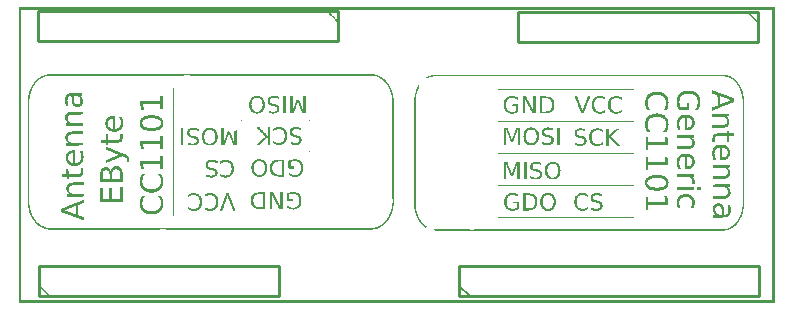
<source format=gto>
G04 MADE WITH FRITZING*
G04 WWW.FRITZING.ORG*
G04 DOUBLE SIDED*
G04 HOLES PLATED*
G04 CONTOUR ON CENTER OF CONTOUR VECTOR*
%ASAXBY*%
%FSLAX23Y23*%
%MOIN*%
%OFA0B0*%
%SFA1.0B1.0*%
%ADD10C,0.010000*%
%ADD11C,0.005000*%
%ADD12R,0.001000X0.001000*%
%LNSILK1*%
G90*
G70*
G54D10*
X68Y21D02*
X868Y21D01*
D02*
X868Y21D02*
X868Y121D01*
D02*
X868Y121D02*
X68Y121D01*
D02*
X68Y121D02*
X68Y21D01*
D02*
X2463Y970D02*
X1663Y970D01*
D02*
X1663Y970D02*
X1663Y870D01*
D02*
X1663Y870D02*
X2463Y870D01*
D02*
X2463Y870D02*
X2463Y970D01*
D02*
X1064Y971D02*
X64Y971D01*
D02*
X64Y971D02*
X64Y871D01*
D02*
X64Y871D02*
X1064Y871D01*
D02*
X1064Y871D02*
X1064Y971D01*
D02*
X1468Y21D02*
X2468Y21D01*
D02*
X2468Y21D02*
X2468Y121D01*
D02*
X2468Y121D02*
X1468Y121D01*
D02*
X1468Y121D02*
X1468Y21D01*
G54D11*
D02*
X1503Y21D02*
X1468Y56D01*
G54D12*
X1Y984D02*
X2519Y984D01*
X1Y983D02*
X2519Y983D01*
X1Y982D02*
X2519Y982D01*
X1Y981D02*
X2519Y981D01*
X1Y980D02*
X2519Y980D01*
X1Y979D02*
X2519Y979D01*
X1Y978D02*
X2519Y978D01*
X1Y977D02*
X2519Y977D01*
X1Y976D02*
X8Y976D01*
X2512Y976D02*
X2519Y976D01*
X1Y975D02*
X8Y975D01*
X2512Y975D02*
X2519Y975D01*
X1Y974D02*
X8Y974D01*
X2512Y974D02*
X2519Y974D01*
X1Y973D02*
X8Y973D01*
X2512Y973D02*
X2519Y973D01*
X1Y972D02*
X8Y972D01*
X1031Y972D02*
X1031Y972D01*
X2512Y972D02*
X2519Y972D01*
X1Y971D02*
X8Y971D01*
X1030Y971D02*
X1032Y971D01*
X2430Y971D02*
X2430Y971D01*
X2512Y971D02*
X2519Y971D01*
X1Y970D02*
X8Y970D01*
X1029Y970D02*
X1033Y970D01*
X2429Y970D02*
X2431Y970D01*
X2512Y970D02*
X2519Y970D01*
X1Y969D02*
X8Y969D01*
X1029Y969D02*
X1034Y969D01*
X2428Y969D02*
X2432Y969D01*
X2512Y969D02*
X2519Y969D01*
X1Y968D02*
X8Y968D01*
X1029Y968D02*
X1035Y968D01*
X2427Y968D02*
X2433Y968D01*
X2512Y968D02*
X2519Y968D01*
X1Y967D02*
X8Y967D01*
X1030Y967D02*
X1036Y967D01*
X2428Y967D02*
X2434Y967D01*
X2512Y967D02*
X2519Y967D01*
X1Y966D02*
X8Y966D01*
X1031Y966D02*
X1037Y966D01*
X2429Y966D02*
X2435Y966D01*
X2512Y966D02*
X2519Y966D01*
X1Y965D02*
X8Y965D01*
X1032Y965D02*
X1038Y965D01*
X2430Y965D02*
X2436Y965D01*
X2512Y965D02*
X2519Y965D01*
X1Y964D02*
X8Y964D01*
X1033Y964D02*
X1039Y964D01*
X2431Y964D02*
X2437Y964D01*
X2512Y964D02*
X2519Y964D01*
X1Y963D02*
X8Y963D01*
X1034Y963D02*
X1040Y963D01*
X2432Y963D02*
X2438Y963D01*
X2512Y963D02*
X2519Y963D01*
X1Y962D02*
X8Y962D01*
X1035Y962D02*
X1041Y962D01*
X2433Y962D02*
X2439Y962D01*
X2512Y962D02*
X2519Y962D01*
X1Y961D02*
X8Y961D01*
X1036Y961D02*
X1042Y961D01*
X2434Y961D02*
X2440Y961D01*
X2512Y961D02*
X2519Y961D01*
X1Y960D02*
X8Y960D01*
X1037Y960D02*
X1043Y960D01*
X2435Y960D02*
X2441Y960D01*
X2512Y960D02*
X2519Y960D01*
X1Y959D02*
X8Y959D01*
X1038Y959D02*
X1044Y959D01*
X2436Y959D02*
X2442Y959D01*
X2512Y959D02*
X2519Y959D01*
X1Y958D02*
X8Y958D01*
X1039Y958D02*
X1045Y958D01*
X2437Y958D02*
X2443Y958D01*
X2512Y958D02*
X2519Y958D01*
X1Y957D02*
X8Y957D01*
X1040Y957D02*
X1046Y957D01*
X2438Y957D02*
X2444Y957D01*
X2512Y957D02*
X2519Y957D01*
X1Y956D02*
X8Y956D01*
X1041Y956D02*
X1047Y956D01*
X2439Y956D02*
X2445Y956D01*
X2512Y956D02*
X2519Y956D01*
X1Y955D02*
X8Y955D01*
X1043Y955D02*
X1048Y955D01*
X2440Y955D02*
X2446Y955D01*
X2512Y955D02*
X2519Y955D01*
X1Y954D02*
X8Y954D01*
X1044Y954D02*
X1049Y954D01*
X2442Y954D02*
X2447Y954D01*
X2512Y954D02*
X2519Y954D01*
X1Y953D02*
X8Y953D01*
X1045Y953D02*
X1050Y953D01*
X2443Y953D02*
X2448Y953D01*
X2512Y953D02*
X2519Y953D01*
X1Y952D02*
X8Y952D01*
X1046Y952D02*
X1051Y952D01*
X2444Y952D02*
X2449Y952D01*
X2512Y952D02*
X2519Y952D01*
X1Y951D02*
X8Y951D01*
X1047Y951D02*
X1052Y951D01*
X2445Y951D02*
X2450Y951D01*
X2512Y951D02*
X2519Y951D01*
X1Y950D02*
X8Y950D01*
X1048Y950D02*
X1053Y950D01*
X2446Y950D02*
X2451Y950D01*
X2512Y950D02*
X2519Y950D01*
X1Y949D02*
X8Y949D01*
X1049Y949D02*
X1054Y949D01*
X2447Y949D02*
X2452Y949D01*
X2512Y949D02*
X2519Y949D01*
X1Y948D02*
X8Y948D01*
X1050Y948D02*
X1055Y948D01*
X2448Y948D02*
X2453Y948D01*
X2512Y948D02*
X2519Y948D01*
X1Y947D02*
X8Y947D01*
X1050Y947D02*
X1056Y947D01*
X2448Y947D02*
X2454Y947D01*
X2512Y947D02*
X2519Y947D01*
X1Y946D02*
X8Y946D01*
X1051Y946D02*
X1057Y946D01*
X2449Y946D02*
X2455Y946D01*
X2512Y946D02*
X2519Y946D01*
X1Y945D02*
X8Y945D01*
X1052Y945D02*
X1058Y945D01*
X2450Y945D02*
X2456Y945D01*
X2512Y945D02*
X2519Y945D01*
X1Y944D02*
X8Y944D01*
X1053Y944D02*
X1059Y944D01*
X2451Y944D02*
X2457Y944D01*
X2512Y944D02*
X2519Y944D01*
X1Y943D02*
X8Y943D01*
X1054Y943D02*
X1060Y943D01*
X2452Y943D02*
X2458Y943D01*
X2512Y943D02*
X2519Y943D01*
X1Y942D02*
X8Y942D01*
X1055Y942D02*
X1061Y942D01*
X2453Y942D02*
X2459Y942D01*
X2512Y942D02*
X2519Y942D01*
X1Y941D02*
X8Y941D01*
X1056Y941D02*
X1062Y941D01*
X2454Y941D02*
X2460Y941D01*
X2512Y941D02*
X2519Y941D01*
X1Y940D02*
X8Y940D01*
X1057Y940D02*
X1063Y940D01*
X2455Y940D02*
X2461Y940D01*
X2512Y940D02*
X2519Y940D01*
X1Y939D02*
X8Y939D01*
X1058Y939D02*
X1064Y939D01*
X2456Y939D02*
X2462Y939D01*
X2512Y939D02*
X2519Y939D01*
X1Y938D02*
X8Y938D01*
X1059Y938D02*
X1065Y938D01*
X2457Y938D02*
X2463Y938D01*
X2512Y938D02*
X2519Y938D01*
X1Y937D02*
X8Y937D01*
X1060Y937D02*
X1065Y937D01*
X2458Y937D02*
X2464Y937D01*
X2512Y937D02*
X2519Y937D01*
X1Y936D02*
X8Y936D01*
X1061Y936D02*
X1064Y936D01*
X2459Y936D02*
X2464Y936D01*
X2512Y936D02*
X2519Y936D01*
X1Y935D02*
X8Y935D01*
X1062Y935D02*
X1063Y935D01*
X2460Y935D02*
X2463Y935D01*
X2512Y935D02*
X2519Y935D01*
X1Y934D02*
X8Y934D01*
X2461Y934D02*
X2462Y934D01*
X2512Y934D02*
X2519Y934D01*
X1Y933D02*
X8Y933D01*
X2512Y933D02*
X2519Y933D01*
X1Y932D02*
X8Y932D01*
X2512Y932D02*
X2519Y932D01*
X1Y931D02*
X8Y931D01*
X2512Y931D02*
X2519Y931D01*
X1Y930D02*
X8Y930D01*
X2512Y930D02*
X2519Y930D01*
X1Y929D02*
X8Y929D01*
X2512Y929D02*
X2519Y929D01*
X1Y928D02*
X8Y928D01*
X2512Y928D02*
X2519Y928D01*
X1Y927D02*
X8Y927D01*
X2512Y927D02*
X2519Y927D01*
X1Y926D02*
X8Y926D01*
X2512Y926D02*
X2519Y926D01*
X1Y925D02*
X8Y925D01*
X2512Y925D02*
X2519Y925D01*
X1Y924D02*
X8Y924D01*
X2512Y924D02*
X2519Y924D01*
X1Y923D02*
X8Y923D01*
X2512Y923D02*
X2519Y923D01*
X1Y922D02*
X8Y922D01*
X2512Y922D02*
X2519Y922D01*
X1Y921D02*
X8Y921D01*
X2512Y921D02*
X2519Y921D01*
X1Y920D02*
X8Y920D01*
X2512Y920D02*
X2519Y920D01*
X1Y919D02*
X8Y919D01*
X2512Y919D02*
X2519Y919D01*
X1Y918D02*
X8Y918D01*
X2512Y918D02*
X2519Y918D01*
X1Y917D02*
X8Y917D01*
X2512Y917D02*
X2519Y917D01*
X1Y916D02*
X8Y916D01*
X2512Y916D02*
X2519Y916D01*
X1Y915D02*
X8Y915D01*
X2512Y915D02*
X2519Y915D01*
X1Y914D02*
X8Y914D01*
X2512Y914D02*
X2519Y914D01*
X1Y913D02*
X8Y913D01*
X2512Y913D02*
X2519Y913D01*
X1Y912D02*
X8Y912D01*
X2512Y912D02*
X2519Y912D01*
X1Y911D02*
X8Y911D01*
X2512Y911D02*
X2519Y911D01*
X1Y910D02*
X8Y910D01*
X2512Y910D02*
X2519Y910D01*
X1Y909D02*
X8Y909D01*
X2512Y909D02*
X2519Y909D01*
X1Y908D02*
X8Y908D01*
X2512Y908D02*
X2519Y908D01*
X1Y907D02*
X8Y907D01*
X2512Y907D02*
X2519Y907D01*
X1Y906D02*
X8Y906D01*
X2512Y906D02*
X2519Y906D01*
X1Y905D02*
X8Y905D01*
X2512Y905D02*
X2519Y905D01*
X1Y904D02*
X8Y904D01*
X2512Y904D02*
X2519Y904D01*
X1Y903D02*
X8Y903D01*
X2512Y903D02*
X2519Y903D01*
X1Y902D02*
X8Y902D01*
X2512Y902D02*
X2519Y902D01*
X1Y901D02*
X8Y901D01*
X2512Y901D02*
X2519Y901D01*
X1Y900D02*
X8Y900D01*
X2512Y900D02*
X2519Y900D01*
X1Y899D02*
X8Y899D01*
X2512Y899D02*
X2519Y899D01*
X1Y898D02*
X8Y898D01*
X2512Y898D02*
X2519Y898D01*
X1Y897D02*
X8Y897D01*
X2512Y897D02*
X2519Y897D01*
X1Y896D02*
X8Y896D01*
X2512Y896D02*
X2519Y896D01*
X1Y895D02*
X8Y895D01*
X2512Y895D02*
X2519Y895D01*
X1Y894D02*
X8Y894D01*
X2512Y894D02*
X2519Y894D01*
X1Y893D02*
X8Y893D01*
X2512Y893D02*
X2519Y893D01*
X1Y892D02*
X8Y892D01*
X2512Y892D02*
X2519Y892D01*
X1Y891D02*
X8Y891D01*
X2512Y891D02*
X2519Y891D01*
X1Y890D02*
X8Y890D01*
X2512Y890D02*
X2519Y890D01*
X1Y889D02*
X8Y889D01*
X2512Y889D02*
X2519Y889D01*
X1Y888D02*
X8Y888D01*
X2512Y888D02*
X2519Y888D01*
X1Y887D02*
X8Y887D01*
X2512Y887D02*
X2519Y887D01*
X1Y886D02*
X8Y886D01*
X2512Y886D02*
X2519Y886D01*
X1Y885D02*
X8Y885D01*
X2512Y885D02*
X2519Y885D01*
X1Y884D02*
X8Y884D01*
X2512Y884D02*
X2519Y884D01*
X1Y883D02*
X8Y883D01*
X2512Y883D02*
X2519Y883D01*
X1Y882D02*
X8Y882D01*
X2512Y882D02*
X2519Y882D01*
X1Y881D02*
X8Y881D01*
X2512Y881D02*
X2519Y881D01*
X1Y880D02*
X8Y880D01*
X2512Y880D02*
X2519Y880D01*
X1Y879D02*
X8Y879D01*
X2512Y879D02*
X2519Y879D01*
X1Y878D02*
X8Y878D01*
X2512Y878D02*
X2519Y878D01*
X1Y877D02*
X8Y877D01*
X2512Y877D02*
X2519Y877D01*
X1Y876D02*
X8Y876D01*
X2512Y876D02*
X2519Y876D01*
X1Y875D02*
X8Y875D01*
X2512Y875D02*
X2519Y875D01*
X1Y874D02*
X8Y874D01*
X2512Y874D02*
X2519Y874D01*
X1Y873D02*
X8Y873D01*
X2512Y873D02*
X2519Y873D01*
X1Y872D02*
X8Y872D01*
X2512Y872D02*
X2519Y872D01*
X1Y871D02*
X8Y871D01*
X2512Y871D02*
X2519Y871D01*
X1Y870D02*
X8Y870D01*
X2512Y870D02*
X2519Y870D01*
X1Y869D02*
X8Y869D01*
X2512Y869D02*
X2519Y869D01*
X1Y868D02*
X8Y868D01*
X2512Y868D02*
X2519Y868D01*
X1Y867D02*
X8Y867D01*
X2512Y867D02*
X2519Y867D01*
X1Y866D02*
X8Y866D01*
X2512Y866D02*
X2519Y866D01*
X1Y865D02*
X8Y865D01*
X2512Y865D02*
X2519Y865D01*
X1Y864D02*
X8Y864D01*
X2512Y864D02*
X2519Y864D01*
X1Y863D02*
X8Y863D01*
X2512Y863D02*
X2519Y863D01*
X1Y862D02*
X8Y862D01*
X2512Y862D02*
X2519Y862D01*
X1Y861D02*
X8Y861D01*
X2512Y861D02*
X2519Y861D01*
X1Y860D02*
X8Y860D01*
X2512Y860D02*
X2519Y860D01*
X1Y859D02*
X8Y859D01*
X2512Y859D02*
X2519Y859D01*
X1Y858D02*
X8Y858D01*
X2512Y858D02*
X2519Y858D01*
X1Y857D02*
X8Y857D01*
X2512Y857D02*
X2519Y857D01*
X1Y856D02*
X8Y856D01*
X2512Y856D02*
X2519Y856D01*
X1Y855D02*
X8Y855D01*
X2512Y855D02*
X2519Y855D01*
X1Y854D02*
X8Y854D01*
X2512Y854D02*
X2519Y854D01*
X1Y853D02*
X8Y853D01*
X2512Y853D02*
X2519Y853D01*
X1Y852D02*
X8Y852D01*
X2512Y852D02*
X2519Y852D01*
X1Y851D02*
X8Y851D01*
X2512Y851D02*
X2519Y851D01*
X1Y850D02*
X8Y850D01*
X2512Y850D02*
X2519Y850D01*
X1Y849D02*
X8Y849D01*
X2512Y849D02*
X2519Y849D01*
X1Y848D02*
X8Y848D01*
X2512Y848D02*
X2519Y848D01*
X1Y847D02*
X8Y847D01*
X2512Y847D02*
X2519Y847D01*
X1Y846D02*
X8Y846D01*
X2512Y846D02*
X2519Y846D01*
X1Y845D02*
X8Y845D01*
X2512Y845D02*
X2519Y845D01*
X1Y844D02*
X8Y844D01*
X2512Y844D02*
X2519Y844D01*
X1Y843D02*
X8Y843D01*
X2512Y843D02*
X2519Y843D01*
X1Y842D02*
X8Y842D01*
X2512Y842D02*
X2519Y842D01*
X1Y841D02*
X8Y841D01*
X2512Y841D02*
X2519Y841D01*
X1Y840D02*
X8Y840D01*
X2512Y840D02*
X2519Y840D01*
X1Y839D02*
X8Y839D01*
X2512Y839D02*
X2519Y839D01*
X1Y838D02*
X8Y838D01*
X2512Y838D02*
X2519Y838D01*
X1Y837D02*
X8Y837D01*
X2512Y837D02*
X2519Y837D01*
X1Y836D02*
X8Y836D01*
X2512Y836D02*
X2519Y836D01*
X1Y835D02*
X8Y835D01*
X2512Y835D02*
X2519Y835D01*
X1Y834D02*
X8Y834D01*
X2512Y834D02*
X2519Y834D01*
X1Y833D02*
X8Y833D01*
X2512Y833D02*
X2519Y833D01*
X1Y832D02*
X8Y832D01*
X2512Y832D02*
X2519Y832D01*
X1Y831D02*
X8Y831D01*
X2512Y831D02*
X2519Y831D01*
X1Y830D02*
X8Y830D01*
X2512Y830D02*
X2519Y830D01*
X1Y829D02*
X8Y829D01*
X2512Y829D02*
X2519Y829D01*
X1Y828D02*
X8Y828D01*
X2512Y828D02*
X2519Y828D01*
X1Y827D02*
X8Y827D01*
X2512Y827D02*
X2519Y827D01*
X1Y826D02*
X8Y826D01*
X2512Y826D02*
X2519Y826D01*
X1Y825D02*
X8Y825D01*
X2512Y825D02*
X2519Y825D01*
X1Y824D02*
X8Y824D01*
X2512Y824D02*
X2519Y824D01*
X1Y823D02*
X8Y823D01*
X2512Y823D02*
X2519Y823D01*
X1Y822D02*
X8Y822D01*
X2512Y822D02*
X2519Y822D01*
X1Y821D02*
X8Y821D01*
X2512Y821D02*
X2519Y821D01*
X1Y820D02*
X8Y820D01*
X2512Y820D02*
X2519Y820D01*
X1Y819D02*
X8Y819D01*
X2512Y819D02*
X2519Y819D01*
X1Y818D02*
X8Y818D01*
X2512Y818D02*
X2519Y818D01*
X1Y817D02*
X8Y817D01*
X2512Y817D02*
X2519Y817D01*
X1Y816D02*
X8Y816D01*
X2512Y816D02*
X2519Y816D01*
X1Y815D02*
X8Y815D01*
X2512Y815D02*
X2519Y815D01*
X1Y814D02*
X8Y814D01*
X2512Y814D02*
X2519Y814D01*
X1Y813D02*
X8Y813D01*
X2512Y813D02*
X2519Y813D01*
X1Y812D02*
X8Y812D01*
X2512Y812D02*
X2519Y812D01*
X1Y811D02*
X8Y811D01*
X2512Y811D02*
X2519Y811D01*
X1Y810D02*
X8Y810D01*
X2512Y810D02*
X2519Y810D01*
X1Y809D02*
X8Y809D01*
X2512Y809D02*
X2519Y809D01*
X1Y808D02*
X8Y808D01*
X2512Y808D02*
X2519Y808D01*
X1Y807D02*
X8Y807D01*
X2512Y807D02*
X2519Y807D01*
X1Y806D02*
X8Y806D01*
X2512Y806D02*
X2519Y806D01*
X1Y805D02*
X8Y805D01*
X2512Y805D02*
X2519Y805D01*
X1Y804D02*
X8Y804D01*
X2512Y804D02*
X2519Y804D01*
X1Y803D02*
X8Y803D01*
X2512Y803D02*
X2519Y803D01*
X1Y802D02*
X8Y802D01*
X2512Y802D02*
X2519Y802D01*
X1Y801D02*
X8Y801D01*
X2512Y801D02*
X2519Y801D01*
X1Y800D02*
X8Y800D01*
X2512Y800D02*
X2519Y800D01*
X1Y799D02*
X8Y799D01*
X2512Y799D02*
X2519Y799D01*
X1Y798D02*
X8Y798D01*
X2512Y798D02*
X2519Y798D01*
X1Y797D02*
X8Y797D01*
X2512Y797D02*
X2519Y797D01*
X1Y796D02*
X8Y796D01*
X2512Y796D02*
X2519Y796D01*
X1Y795D02*
X8Y795D01*
X2512Y795D02*
X2519Y795D01*
X1Y794D02*
X8Y794D01*
X2512Y794D02*
X2519Y794D01*
X1Y793D02*
X8Y793D01*
X2512Y793D02*
X2519Y793D01*
X1Y792D02*
X8Y792D01*
X2512Y792D02*
X2519Y792D01*
X1Y791D02*
X8Y791D01*
X2512Y791D02*
X2519Y791D01*
X1Y790D02*
X8Y790D01*
X2512Y790D02*
X2519Y790D01*
X1Y789D02*
X8Y789D01*
X2512Y789D02*
X2519Y789D01*
X1Y788D02*
X8Y788D01*
X2512Y788D02*
X2519Y788D01*
X1Y787D02*
X8Y787D01*
X2512Y787D02*
X2519Y787D01*
X1Y786D02*
X8Y786D01*
X2512Y786D02*
X2519Y786D01*
X1Y785D02*
X8Y785D01*
X2512Y785D02*
X2519Y785D01*
X1Y784D02*
X8Y784D01*
X2512Y784D02*
X2519Y784D01*
X1Y783D02*
X8Y783D01*
X2512Y783D02*
X2519Y783D01*
X1Y782D02*
X8Y782D01*
X2512Y782D02*
X2519Y782D01*
X1Y781D02*
X8Y781D01*
X2512Y781D02*
X2519Y781D01*
X1Y780D02*
X8Y780D01*
X2512Y780D02*
X2519Y780D01*
X1Y779D02*
X8Y779D01*
X2512Y779D02*
X2519Y779D01*
X1Y778D02*
X8Y778D01*
X2512Y778D02*
X2519Y778D01*
X1Y777D02*
X8Y777D01*
X2512Y777D02*
X2519Y777D01*
X1Y776D02*
X8Y776D01*
X2512Y776D02*
X2519Y776D01*
X1Y775D02*
X8Y775D01*
X2512Y775D02*
X2519Y775D01*
X1Y774D02*
X8Y774D01*
X2512Y774D02*
X2519Y774D01*
X1Y773D02*
X8Y773D01*
X2512Y773D02*
X2519Y773D01*
X1Y772D02*
X8Y772D01*
X2512Y772D02*
X2519Y772D01*
X1Y771D02*
X8Y771D01*
X2512Y771D02*
X2519Y771D01*
X1Y770D02*
X8Y770D01*
X2512Y770D02*
X2519Y770D01*
X1Y769D02*
X8Y769D01*
X2512Y769D02*
X2519Y769D01*
X1Y768D02*
X8Y768D01*
X2512Y768D02*
X2519Y768D01*
X1Y767D02*
X8Y767D01*
X2512Y767D02*
X2519Y767D01*
X1Y766D02*
X8Y766D01*
X2512Y766D02*
X2519Y766D01*
X1Y765D02*
X8Y765D01*
X2512Y765D02*
X2519Y765D01*
X1Y764D02*
X8Y764D01*
X2512Y764D02*
X2519Y764D01*
X1Y763D02*
X8Y763D01*
X2512Y763D02*
X2519Y763D01*
X1Y762D02*
X8Y762D01*
X98Y762D02*
X1182Y762D01*
X2512Y762D02*
X2519Y762D01*
X1Y761D02*
X8Y761D01*
X93Y761D02*
X1187Y761D01*
X2512Y761D02*
X2519Y761D01*
X1Y760D02*
X8Y760D01*
X89Y760D02*
X554Y760D01*
X565Y760D02*
X1191Y760D01*
X2512Y760D02*
X2519Y760D01*
X1Y759D02*
X8Y759D01*
X86Y759D02*
X551Y759D01*
X568Y759D02*
X1194Y759D01*
X1378Y759D02*
X2357Y759D01*
X2512Y759D02*
X2519Y759D01*
X1Y758D02*
X8Y758D01*
X83Y758D02*
X549Y758D01*
X571Y758D02*
X1197Y758D01*
X1374Y758D02*
X2362Y758D01*
X2512Y758D02*
X2519Y758D01*
X1Y757D02*
X8Y757D01*
X81Y757D02*
X103Y757D01*
X1177Y757D02*
X1199Y757D01*
X1370Y757D02*
X2365Y757D01*
X2512Y757D02*
X2519Y757D01*
X1Y756D02*
X8Y756D01*
X79Y756D02*
X95Y756D01*
X1185Y756D02*
X1201Y756D01*
X1368Y756D02*
X2368Y756D01*
X2512Y756D02*
X2519Y756D01*
X1Y755D02*
X8Y755D01*
X77Y755D02*
X90Y755D01*
X1190Y755D02*
X1203Y755D01*
X1365Y755D02*
X2370Y755D01*
X2512Y755D02*
X2519Y755D01*
X1Y754D02*
X8Y754D01*
X75Y754D02*
X87Y754D01*
X1193Y754D02*
X1205Y754D01*
X1363Y754D02*
X1379Y754D01*
X2356Y754D02*
X2372Y754D01*
X2512Y754D02*
X2519Y754D01*
X1Y753D02*
X8Y753D01*
X73Y753D02*
X84Y753D01*
X1196Y753D02*
X1207Y753D01*
X1361Y753D02*
X1374Y753D01*
X2361Y753D02*
X2374Y753D01*
X2512Y753D02*
X2519Y753D01*
X1Y752D02*
X8Y752D01*
X71Y752D02*
X82Y752D01*
X1198Y752D02*
X1208Y752D01*
X1359Y752D02*
X1371Y752D01*
X2365Y752D02*
X2376Y752D01*
X2512Y752D02*
X2519Y752D01*
X1Y751D02*
X8Y751D01*
X70Y751D02*
X79Y751D01*
X1200Y751D02*
X1210Y751D01*
X1358Y751D02*
X1368Y751D01*
X2367Y751D02*
X2378Y751D01*
X2512Y751D02*
X2519Y751D01*
X1Y750D02*
X8Y750D01*
X69Y750D02*
X77Y750D01*
X1202Y750D02*
X1211Y750D01*
X1356Y750D02*
X1365Y750D01*
X2370Y750D02*
X2379Y750D01*
X2512Y750D02*
X2519Y750D01*
X1Y749D02*
X8Y749D01*
X67Y749D02*
X76Y749D01*
X1204Y749D02*
X1213Y749D01*
X1355Y749D02*
X1358Y749D01*
X1362Y749D02*
X1363Y749D01*
X2372Y749D02*
X2381Y749D01*
X2512Y749D02*
X2519Y749D01*
X1Y748D02*
X8Y748D01*
X66Y748D02*
X74Y748D01*
X1206Y748D02*
X1214Y748D01*
X1353Y748D02*
X1353Y748D01*
X2374Y748D02*
X2382Y748D01*
X2512Y748D02*
X2519Y748D01*
X1Y747D02*
X8Y747D01*
X64Y747D02*
X72Y747D01*
X1207Y747D02*
X1215Y747D01*
X2376Y747D02*
X2383Y747D01*
X2512Y747D02*
X2519Y747D01*
X1Y746D02*
X8Y746D01*
X63Y746D02*
X71Y746D01*
X1209Y746D02*
X1216Y746D01*
X2377Y746D02*
X2384Y746D01*
X2512Y746D02*
X2519Y746D01*
X1Y745D02*
X8Y745D01*
X62Y745D02*
X69Y745D01*
X1210Y745D02*
X1218Y745D01*
X2379Y745D02*
X2386Y745D01*
X2512Y745D02*
X2519Y745D01*
X1Y744D02*
X8Y744D01*
X61Y744D02*
X68Y744D01*
X1212Y744D02*
X1219Y744D01*
X2380Y744D02*
X2387Y744D01*
X2512Y744D02*
X2519Y744D01*
X1Y743D02*
X8Y743D01*
X60Y743D02*
X67Y743D01*
X1213Y743D02*
X1220Y743D01*
X2381Y743D02*
X2388Y743D01*
X2512Y743D02*
X2519Y743D01*
X1Y742D02*
X8Y742D01*
X59Y742D02*
X66Y742D01*
X1214Y742D02*
X1221Y742D01*
X2383Y742D02*
X2389Y742D01*
X2512Y742D02*
X2519Y742D01*
X1Y741D02*
X8Y741D01*
X58Y741D02*
X64Y741D01*
X1215Y741D02*
X1222Y741D01*
X2384Y741D02*
X2390Y741D01*
X2512Y741D02*
X2519Y741D01*
X1Y740D02*
X8Y740D01*
X57Y740D02*
X63Y740D01*
X1216Y740D02*
X1223Y740D01*
X2385Y740D02*
X2391Y740D01*
X2512Y740D02*
X2519Y740D01*
X1Y739D02*
X8Y739D01*
X56Y739D02*
X62Y739D01*
X1218Y739D02*
X1224Y739D01*
X2386Y739D02*
X2392Y739D01*
X2512Y739D02*
X2519Y739D01*
X1Y738D02*
X8Y738D01*
X55Y738D02*
X61Y738D01*
X1219Y738D02*
X1225Y738D01*
X2387Y738D02*
X2393Y738D01*
X2512Y738D02*
X2519Y738D01*
X1Y737D02*
X8Y737D01*
X54Y737D02*
X60Y737D01*
X1220Y737D02*
X1226Y737D01*
X2388Y737D02*
X2394Y737D01*
X2512Y737D02*
X2519Y737D01*
X1Y736D02*
X8Y736D01*
X53Y736D02*
X59Y736D01*
X1221Y736D02*
X1226Y736D01*
X2389Y736D02*
X2394Y736D01*
X2512Y736D02*
X2519Y736D01*
X1Y735D02*
X8Y735D01*
X53Y735D02*
X58Y735D01*
X1221Y735D02*
X1227Y735D01*
X2390Y735D02*
X2395Y735D01*
X2512Y735D02*
X2519Y735D01*
X1Y734D02*
X8Y734D01*
X52Y734D02*
X57Y734D01*
X1222Y734D02*
X1228Y734D01*
X2391Y734D02*
X2396Y734D01*
X2512Y734D02*
X2519Y734D01*
X1Y733D02*
X8Y733D01*
X51Y733D02*
X57Y733D01*
X1223Y733D02*
X1229Y733D01*
X2392Y733D02*
X2397Y733D01*
X2512Y733D02*
X2519Y733D01*
X1Y732D02*
X8Y732D01*
X50Y732D02*
X56Y732D01*
X1224Y732D02*
X1230Y732D01*
X2392Y732D02*
X2398Y732D01*
X2512Y732D02*
X2519Y732D01*
X1Y731D02*
X8Y731D01*
X50Y731D02*
X55Y731D01*
X1225Y731D02*
X1230Y731D01*
X2393Y731D02*
X2398Y731D01*
X2512Y731D02*
X2519Y731D01*
X1Y730D02*
X8Y730D01*
X49Y730D02*
X54Y730D01*
X1226Y730D02*
X1231Y730D01*
X1336Y730D02*
X1336Y730D01*
X2394Y730D02*
X2399Y730D01*
X2512Y730D02*
X2519Y730D01*
X1Y729D02*
X8Y729D01*
X48Y729D02*
X53Y729D01*
X1226Y729D02*
X1232Y729D01*
X2395Y729D02*
X2400Y729D01*
X2512Y729D02*
X2519Y729D01*
X1Y728D02*
X8Y728D01*
X47Y728D02*
X53Y728D01*
X1227Y728D02*
X1232Y728D01*
X1335Y728D02*
X1335Y728D01*
X2396Y728D02*
X2400Y728D01*
X2512Y728D02*
X2519Y728D01*
X1Y727D02*
X8Y727D01*
X47Y727D02*
X52Y727D01*
X1228Y727D02*
X1233Y727D01*
X1334Y727D02*
X1335Y727D01*
X2396Y727D02*
X2401Y727D01*
X2512Y727D02*
X2519Y727D01*
X1Y726D02*
X8Y726D01*
X46Y726D02*
X51Y726D01*
X1229Y726D02*
X1234Y726D01*
X1334Y726D02*
X1335Y726D01*
X2397Y726D02*
X2402Y726D01*
X2512Y726D02*
X2519Y726D01*
X1Y725D02*
X8Y725D01*
X46Y725D02*
X51Y725D01*
X1229Y725D02*
X1234Y725D01*
X1333Y725D02*
X1335Y725D01*
X2398Y725D02*
X2402Y725D01*
X2512Y725D02*
X2519Y725D01*
X1Y724D02*
X8Y724D01*
X45Y724D02*
X50Y724D01*
X1230Y724D02*
X1235Y724D01*
X1332Y724D02*
X1335Y724D01*
X2398Y724D02*
X2403Y724D01*
X2512Y724D02*
X2519Y724D01*
X1Y723D02*
X8Y723D01*
X44Y723D02*
X49Y723D01*
X1230Y723D02*
X1235Y723D01*
X1332Y723D02*
X1335Y723D01*
X2399Y723D02*
X2403Y723D01*
X2512Y723D02*
X2519Y723D01*
X1Y722D02*
X8Y722D01*
X44Y722D02*
X49Y722D01*
X1231Y722D02*
X1236Y722D01*
X1331Y722D02*
X1335Y722D01*
X2399Y722D02*
X2404Y722D01*
X2512Y722D02*
X2519Y722D01*
X1Y721D02*
X8Y721D01*
X43Y721D02*
X48Y721D01*
X1232Y721D02*
X1237Y721D01*
X1331Y721D02*
X1335Y721D01*
X2400Y721D02*
X2405Y721D01*
X2512Y721D02*
X2519Y721D01*
X1Y720D02*
X8Y720D01*
X43Y720D02*
X48Y720D01*
X1232Y720D02*
X1237Y720D01*
X1330Y720D02*
X1335Y720D01*
X2400Y720D02*
X2405Y720D01*
X2512Y720D02*
X2519Y720D01*
X1Y719D02*
X8Y719D01*
X42Y719D02*
X47Y719D01*
X1233Y719D02*
X1238Y719D01*
X1330Y719D02*
X1334Y719D01*
X2401Y719D02*
X2406Y719D01*
X2512Y719D02*
X2519Y719D01*
X1Y718D02*
X8Y718D01*
X42Y718D02*
X46Y718D01*
X1233Y718D02*
X1238Y718D01*
X1329Y718D02*
X1334Y718D01*
X2402Y718D02*
X2406Y718D01*
X2512Y718D02*
X2519Y718D01*
X1Y717D02*
X8Y717D01*
X41Y717D02*
X46Y717D01*
X517Y717D02*
X544Y717D01*
X576Y717D02*
X970Y717D01*
X1234Y717D02*
X1239Y717D01*
X1329Y717D02*
X1333Y717D01*
X2402Y717D02*
X2407Y717D01*
X2512Y717D02*
X2519Y717D01*
X1Y716D02*
X8Y716D01*
X41Y716D02*
X45Y716D01*
X516Y716D02*
X545Y716D01*
X574Y716D02*
X971Y716D01*
X1234Y716D02*
X1239Y716D01*
X1328Y716D02*
X1333Y716D01*
X2403Y716D02*
X2407Y716D01*
X2512Y716D02*
X2519Y716D01*
X1Y715D02*
X8Y715D01*
X40Y715D02*
X45Y715D01*
X516Y715D02*
X547Y715D01*
X573Y715D02*
X971Y715D01*
X1235Y715D02*
X1240Y715D01*
X1328Y715D02*
X1332Y715D01*
X2403Y715D02*
X2408Y715D01*
X2512Y715D02*
X2519Y715D01*
X1Y714D02*
X8Y714D01*
X40Y714D02*
X44Y714D01*
X516Y714D02*
X517Y714D01*
X743Y714D02*
X744Y714D01*
X970Y714D02*
X971Y714D01*
X1235Y714D02*
X1240Y714D01*
X1327Y714D02*
X1332Y714D01*
X2404Y714D02*
X2408Y714D01*
X2512Y714D02*
X2519Y714D01*
X1Y713D02*
X8Y713D01*
X39Y713D02*
X44Y713D01*
X516Y713D02*
X517Y713D01*
X743Y713D02*
X744Y713D01*
X970Y713D02*
X971Y713D01*
X1236Y713D02*
X1241Y713D01*
X1327Y713D02*
X1331Y713D01*
X2404Y713D02*
X2408Y713D01*
X2512Y713D02*
X2519Y713D01*
X1Y712D02*
X8Y712D01*
X39Y712D02*
X44Y712D01*
X516Y712D02*
X517Y712D01*
X743Y712D02*
X744Y712D01*
X970Y712D02*
X971Y712D01*
X1236Y712D02*
X1241Y712D01*
X1326Y712D02*
X1331Y712D01*
X2404Y712D02*
X2409Y712D01*
X2512Y712D02*
X2519Y712D01*
X1Y711D02*
X8Y711D01*
X38Y711D02*
X43Y711D01*
X516Y711D02*
X517Y711D01*
X743Y711D02*
X744Y711D01*
X970Y711D02*
X971Y711D01*
X1237Y711D02*
X1241Y711D01*
X1326Y711D02*
X1330Y711D01*
X1597Y711D02*
X2051Y711D01*
X2405Y711D02*
X2409Y711D01*
X2512Y711D02*
X2519Y711D01*
X1Y710D02*
X8Y710D01*
X38Y710D02*
X43Y710D01*
X516Y710D02*
X517Y710D01*
X743Y710D02*
X744Y710D01*
X970Y710D02*
X971Y710D01*
X1237Y710D02*
X1242Y710D01*
X1326Y710D02*
X1330Y710D01*
X1597Y710D02*
X2051Y710D01*
X2405Y710D02*
X2410Y710D01*
X2512Y710D02*
X2519Y710D01*
X1Y709D02*
X8Y709D01*
X38Y709D02*
X42Y709D01*
X516Y709D02*
X517Y709D01*
X743Y709D02*
X744Y709D01*
X970Y709D02*
X971Y709D01*
X1237Y709D02*
X1242Y709D01*
X1325Y709D02*
X1330Y709D01*
X1597Y709D02*
X1598Y709D01*
X1824Y709D02*
X1825Y709D01*
X2050Y709D02*
X2051Y709D01*
X2406Y709D02*
X2410Y709D01*
X2512Y709D02*
X2519Y709D01*
X1Y708D02*
X8Y708D01*
X37Y708D02*
X42Y708D01*
X516Y708D02*
X517Y708D01*
X743Y708D02*
X744Y708D01*
X970Y708D02*
X971Y708D01*
X1238Y708D02*
X1243Y708D01*
X1325Y708D02*
X1329Y708D01*
X1597Y708D02*
X1598Y708D01*
X1824Y708D02*
X1825Y708D01*
X2050Y708D02*
X2051Y708D01*
X2310Y708D02*
X2312Y708D01*
X2406Y708D02*
X2410Y708D01*
X2512Y708D02*
X2519Y708D01*
X1Y707D02*
X8Y707D01*
X37Y707D02*
X42Y707D01*
X516Y707D02*
X517Y707D01*
X743Y707D02*
X744Y707D01*
X970Y707D02*
X971Y707D01*
X1238Y707D02*
X1243Y707D01*
X1325Y707D02*
X1329Y707D01*
X1597Y707D02*
X1598Y707D01*
X1824Y707D02*
X1825Y707D01*
X2050Y707D02*
X2051Y707D01*
X2229Y707D02*
X2237Y707D01*
X2310Y707D02*
X2315Y707D01*
X2406Y707D02*
X2411Y707D01*
X2512Y707D02*
X2519Y707D01*
X1Y706D02*
X8Y706D01*
X36Y706D02*
X41Y706D01*
X516Y706D02*
X517Y706D01*
X743Y706D02*
X744Y706D01*
X970Y706D02*
X971Y706D01*
X1239Y706D02*
X1243Y706D01*
X1324Y706D02*
X1329Y706D01*
X1597Y706D02*
X1598Y706D01*
X1824Y706D02*
X1825Y706D01*
X2050Y706D02*
X2051Y706D01*
X2222Y706D02*
X2244Y706D01*
X2310Y706D02*
X2318Y706D01*
X2407Y706D02*
X2411Y706D01*
X2512Y706D02*
X2519Y706D01*
X1Y705D02*
X8Y705D01*
X36Y705D02*
X41Y705D01*
X516Y705D02*
X517Y705D01*
X743Y705D02*
X744Y705D01*
X970Y705D02*
X971Y705D01*
X1239Y705D02*
X1244Y705D01*
X1324Y705D02*
X1328Y705D01*
X1597Y705D02*
X1598Y705D01*
X1824Y705D02*
X1825Y705D01*
X2050Y705D02*
X2051Y705D01*
X2218Y705D02*
X2247Y705D01*
X2310Y705D02*
X2320Y705D01*
X2407Y705D02*
X2411Y705D01*
X2512Y705D02*
X2519Y705D01*
X1Y704D02*
X8Y704D01*
X36Y704D02*
X40Y704D01*
X516Y704D02*
X517Y704D01*
X743Y704D02*
X744Y704D01*
X970Y704D02*
X971Y704D01*
X1239Y704D02*
X1244Y704D01*
X1323Y704D02*
X1328Y704D01*
X1597Y704D02*
X1598Y704D01*
X1824Y704D02*
X1825Y704D01*
X2050Y704D02*
X2051Y704D01*
X2215Y704D02*
X2250Y704D01*
X2310Y704D02*
X2323Y704D01*
X2407Y704D02*
X2412Y704D01*
X2512Y704D02*
X2519Y704D01*
X1Y703D02*
X8Y703D01*
X36Y703D02*
X40Y703D01*
X516Y703D02*
X517Y703D01*
X743Y703D02*
X744Y703D01*
X970Y703D02*
X971Y703D01*
X1240Y703D02*
X1244Y703D01*
X1323Y703D02*
X1327Y703D01*
X1597Y703D02*
X1598Y703D01*
X1824Y703D02*
X1825Y703D01*
X2050Y703D02*
X2051Y703D01*
X2120Y703D02*
X2134Y703D01*
X2213Y703D02*
X2253Y703D01*
X2310Y703D02*
X2326Y703D01*
X2408Y703D02*
X2412Y703D01*
X2512Y703D02*
X2519Y703D01*
X1Y702D02*
X8Y702D01*
X35Y702D02*
X40Y702D01*
X516Y702D02*
X517Y702D01*
X743Y702D02*
X744Y702D01*
X970Y702D02*
X971Y702D01*
X1240Y702D02*
X1245Y702D01*
X1323Y702D02*
X1327Y702D01*
X1597Y702D02*
X1598Y702D01*
X1824Y702D02*
X1825Y702D01*
X2050Y702D02*
X2051Y702D01*
X2114Y702D02*
X2139Y702D01*
X2211Y702D02*
X2255Y702D01*
X2310Y702D02*
X2329Y702D01*
X2408Y702D02*
X2412Y702D01*
X2512Y702D02*
X2519Y702D01*
X1Y701D02*
X8Y701D01*
X35Y701D02*
X40Y701D01*
X516Y701D02*
X517Y701D01*
X743Y701D02*
X744Y701D01*
X970Y701D02*
X971Y701D01*
X1240Y701D02*
X1245Y701D01*
X1323Y701D02*
X1327Y701D01*
X1597Y701D02*
X1598Y701D01*
X1824Y701D02*
X1825Y701D01*
X2050Y701D02*
X2051Y701D01*
X2111Y701D02*
X2143Y701D01*
X2209Y701D02*
X2256Y701D01*
X2310Y701D02*
X2331Y701D01*
X2408Y701D02*
X2413Y701D01*
X2512Y701D02*
X2519Y701D01*
X1Y700D02*
X8Y700D01*
X35Y700D02*
X39Y700D01*
X192Y700D02*
X211Y700D01*
X516Y700D02*
X517Y700D01*
X743Y700D02*
X744Y700D01*
X970Y700D02*
X971Y700D01*
X1241Y700D02*
X1245Y700D01*
X1322Y700D02*
X1327Y700D01*
X1597Y700D02*
X1598Y700D01*
X1824Y700D02*
X1825Y700D01*
X2050Y700D02*
X2051Y700D01*
X2109Y700D02*
X2145Y700D01*
X2208Y700D02*
X2258Y700D01*
X2310Y700D02*
X2334Y700D01*
X2409Y700D02*
X2413Y700D01*
X2512Y700D02*
X2519Y700D01*
X1Y699D02*
X8Y699D01*
X34Y699D02*
X39Y699D01*
X172Y699D02*
X211Y699D01*
X516Y699D02*
X517Y699D01*
X743Y699D02*
X744Y699D01*
X970Y699D02*
X971Y699D01*
X1241Y699D02*
X1245Y699D01*
X1322Y699D02*
X1326Y699D01*
X1597Y699D02*
X1598Y699D01*
X1824Y699D02*
X1825Y699D01*
X2050Y699D02*
X2051Y699D01*
X2106Y699D02*
X2147Y699D01*
X2206Y699D02*
X2259Y699D01*
X2310Y699D02*
X2337Y699D01*
X2409Y699D02*
X2413Y699D01*
X2512Y699D02*
X2519Y699D01*
X1Y698D02*
X8Y698D01*
X34Y698D02*
X39Y698D01*
X168Y698D02*
X211Y698D01*
X516Y698D02*
X517Y698D01*
X743Y698D02*
X744Y698D01*
X970Y698D02*
X971Y698D01*
X1241Y698D02*
X1246Y698D01*
X1322Y698D02*
X1326Y698D01*
X1597Y698D02*
X1598Y698D01*
X1824Y698D02*
X1825Y698D01*
X2050Y698D02*
X2051Y698D01*
X2105Y698D02*
X2149Y698D01*
X2205Y698D02*
X2260Y698D01*
X2311Y698D02*
X2340Y698D01*
X2409Y698D02*
X2414Y698D01*
X2512Y698D02*
X2519Y698D01*
X1Y697D02*
X8Y697D01*
X34Y697D02*
X38Y697D01*
X166Y697D02*
X211Y697D01*
X516Y697D02*
X517Y697D01*
X743Y697D02*
X744Y697D01*
X970Y697D02*
X971Y697D01*
X1241Y697D02*
X1246Y697D01*
X1321Y697D02*
X1326Y697D01*
X1597Y697D02*
X1598Y697D01*
X1824Y697D02*
X1825Y697D01*
X2050Y697D02*
X2051Y697D01*
X2103Y697D02*
X2151Y697D01*
X2204Y697D02*
X2261Y697D01*
X2314Y697D02*
X2342Y697D01*
X2410Y697D02*
X2414Y697D01*
X2512Y697D02*
X2519Y697D01*
X1Y696D02*
X8Y696D01*
X34Y696D02*
X38Y696D01*
X164Y696D02*
X211Y696D01*
X516Y696D02*
X517Y696D01*
X743Y696D02*
X744Y696D01*
X970Y696D02*
X971Y696D01*
X1242Y696D02*
X1246Y696D01*
X1321Y696D02*
X1325Y696D01*
X1597Y696D02*
X1598Y696D01*
X1824Y696D02*
X1825Y696D01*
X2050Y696D02*
X2051Y696D01*
X2102Y696D02*
X2152Y696D01*
X2203Y696D02*
X2226Y696D01*
X2240Y696D02*
X2262Y696D01*
X2317Y696D02*
X2345Y696D01*
X2410Y696D02*
X2414Y696D01*
X2512Y696D02*
X2519Y696D01*
X1Y695D02*
X8Y695D01*
X33Y695D02*
X38Y695D01*
X162Y695D02*
X211Y695D01*
X516Y695D02*
X517Y695D01*
X743Y695D02*
X744Y695D01*
X970Y695D02*
X971Y695D01*
X1242Y695D02*
X1246Y695D01*
X1321Y695D02*
X1325Y695D01*
X1597Y695D02*
X1598Y695D01*
X1824Y695D02*
X1825Y695D01*
X2050Y695D02*
X2051Y695D01*
X2100Y695D02*
X2153Y695D01*
X2202Y695D02*
X2220Y695D01*
X2245Y695D02*
X2263Y695D01*
X2320Y695D02*
X2348Y695D01*
X2410Y695D02*
X2414Y695D01*
X2512Y695D02*
X2519Y695D01*
X1Y694D02*
X8Y694D01*
X33Y694D02*
X38Y694D01*
X161Y694D02*
X211Y694D01*
X516Y694D02*
X517Y694D01*
X743Y694D02*
X744Y694D01*
X970Y694D02*
X971Y694D01*
X1242Y694D02*
X1247Y694D01*
X1321Y694D02*
X1325Y694D01*
X1597Y694D02*
X1598Y694D01*
X1824Y694D02*
X1825Y694D01*
X2050Y694D02*
X2051Y694D01*
X2099Y694D02*
X2155Y694D01*
X2201Y694D02*
X2217Y694D01*
X2248Y694D02*
X2264Y694D01*
X2323Y694D02*
X2351Y694D01*
X2410Y694D02*
X2415Y694D01*
X2512Y694D02*
X2519Y694D01*
X1Y693D02*
X8Y693D01*
X33Y693D02*
X37Y693D01*
X160Y693D02*
X211Y693D01*
X516Y693D02*
X517Y693D01*
X743Y693D02*
X744Y693D01*
X970Y693D02*
X971Y693D01*
X1242Y693D02*
X1247Y693D01*
X1321Y693D02*
X1325Y693D01*
X1597Y693D02*
X1598Y693D01*
X1824Y693D02*
X1825Y693D01*
X2050Y693D02*
X2051Y693D01*
X2098Y693D02*
X2156Y693D01*
X2201Y693D02*
X2215Y693D01*
X2251Y693D02*
X2265Y693D01*
X2326Y693D02*
X2353Y693D01*
X2411Y693D02*
X2415Y693D01*
X2512Y693D02*
X2519Y693D01*
X1Y692D02*
X8Y692D01*
X33Y692D02*
X37Y692D01*
X159Y692D02*
X211Y692D01*
X516Y692D02*
X517Y692D01*
X743Y692D02*
X744Y692D01*
X970Y692D02*
X971Y692D01*
X1243Y692D02*
X1247Y692D01*
X1320Y692D02*
X1325Y692D01*
X1597Y692D02*
X1598Y692D01*
X1824Y692D02*
X1825Y692D01*
X2050Y692D02*
X2051Y692D01*
X2097Y692D02*
X2118Y692D01*
X2136Y692D02*
X2157Y692D01*
X2200Y692D02*
X2213Y692D01*
X2253Y692D02*
X2265Y692D01*
X2329Y692D02*
X2356Y692D01*
X2411Y692D02*
X2415Y692D01*
X2512Y692D02*
X2519Y692D01*
X1Y691D02*
X8Y691D01*
X32Y691D02*
X37Y691D01*
X158Y691D02*
X211Y691D01*
X516Y691D02*
X517Y691D01*
X743Y691D02*
X744Y691D01*
X970Y691D02*
X971Y691D01*
X1243Y691D02*
X1247Y691D01*
X1320Y691D02*
X1324Y691D01*
X1597Y691D02*
X1598Y691D01*
X1824Y691D02*
X1825Y691D01*
X2050Y691D02*
X2051Y691D01*
X2096Y691D02*
X2113Y691D01*
X2140Y691D02*
X2158Y691D01*
X2199Y691D02*
X2211Y691D01*
X2254Y691D02*
X2266Y691D01*
X2329Y691D02*
X2359Y691D01*
X2411Y691D02*
X2415Y691D01*
X2512Y691D02*
X2519Y691D01*
X1Y690D02*
X8Y690D01*
X32Y690D02*
X37Y690D01*
X158Y690D02*
X171Y690D01*
X176Y690D02*
X183Y690D01*
X192Y690D02*
X204Y690D01*
X516Y690D02*
X517Y690D01*
X743Y690D02*
X744Y690D01*
X970Y690D02*
X971Y690D01*
X1243Y690D02*
X1247Y690D01*
X1320Y690D02*
X1324Y690D01*
X1597Y690D02*
X1598Y690D01*
X1824Y690D02*
X1825Y690D01*
X2050Y690D02*
X2051Y690D01*
X2095Y690D02*
X2110Y690D01*
X2143Y690D02*
X2158Y690D01*
X2199Y690D02*
X2210Y690D01*
X2256Y690D02*
X2267Y690D01*
X2329Y690D02*
X2361Y690D01*
X2411Y690D02*
X2415Y690D01*
X2512Y690D02*
X2519Y690D01*
X1Y689D02*
X8Y689D01*
X32Y689D02*
X37Y689D01*
X157Y689D02*
X168Y689D01*
X176Y689D02*
X183Y689D01*
X195Y689D02*
X205Y689D01*
X516Y689D02*
X517Y689D01*
X743Y689D02*
X744Y689D01*
X788Y689D02*
X800Y689D01*
X844Y689D02*
X857Y689D01*
X970Y689D02*
X971Y689D01*
X1243Y689D02*
X1248Y689D01*
X1320Y689D02*
X1324Y689D01*
X1597Y689D02*
X1598Y689D01*
X1641Y689D02*
X1647Y689D01*
X1824Y689D02*
X1825Y689D01*
X1934Y689D02*
X1940Y689D01*
X1989Y689D02*
X1994Y689D01*
X2050Y689D02*
X2051Y689D01*
X2095Y689D02*
X2108Y689D01*
X2145Y689D02*
X2159Y689D01*
X2198Y689D02*
X2209Y689D01*
X2257Y689D02*
X2267Y689D01*
X2329Y689D02*
X2364Y689D01*
X2411Y689D02*
X2416Y689D01*
X2512Y689D02*
X2519Y689D01*
X1Y688D02*
X8Y688D01*
X32Y688D02*
X36Y688D01*
X157Y688D02*
X167Y688D01*
X176Y688D02*
X183Y688D01*
X198Y688D02*
X206Y688D01*
X472Y688D02*
X480Y688D01*
X516Y688D02*
X517Y688D01*
X743Y688D02*
X744Y688D01*
X785Y688D02*
X803Y688D01*
X840Y688D02*
X862Y688D01*
X882Y688D02*
X889Y688D01*
X905Y688D02*
X912Y688D01*
X949Y688D02*
X956Y688D01*
X970Y688D02*
X971Y688D01*
X1243Y688D02*
X1248Y688D01*
X1320Y688D02*
X1324Y688D01*
X1597Y688D02*
X1598Y688D01*
X1636Y688D02*
X1654Y688D01*
X1681Y688D02*
X1690Y688D01*
X1716Y688D02*
X1722Y688D01*
X1739Y688D02*
X1758Y688D01*
X1824Y688D02*
X1825Y688D01*
X1854Y688D02*
X1860Y688D01*
X1897Y688D02*
X1904Y688D01*
X1929Y688D02*
X1946Y688D01*
X1983Y688D02*
X2000Y688D01*
X2050Y688D02*
X2051Y688D01*
X2094Y688D02*
X2107Y688D01*
X2147Y688D02*
X2160Y688D01*
X2198Y688D02*
X2208Y688D01*
X2258Y688D02*
X2268Y688D01*
X2329Y688D02*
X2337Y688D01*
X2340Y688D02*
X2367Y688D01*
X2411Y688D02*
X2416Y688D01*
X2512Y688D02*
X2519Y688D01*
X1Y687D02*
X8Y687D01*
X32Y687D02*
X36Y687D01*
X156Y687D02*
X166Y687D01*
X177Y687D02*
X183Y687D01*
X199Y687D02*
X207Y687D01*
X472Y687D02*
X480Y687D01*
X516Y687D02*
X517Y687D01*
X743Y687D02*
X744Y687D01*
X782Y687D02*
X806Y687D01*
X838Y687D02*
X865Y687D01*
X882Y687D02*
X889Y687D01*
X905Y687D02*
X912Y687D01*
X949Y687D02*
X956Y687D01*
X970Y687D02*
X971Y687D01*
X1243Y687D02*
X1248Y687D01*
X1319Y687D02*
X1324Y687D01*
X1597Y687D02*
X1598Y687D01*
X1633Y687D02*
X1657Y687D01*
X1680Y687D02*
X1690Y687D01*
X1716Y687D02*
X1722Y687D01*
X1739Y687D02*
X1765Y687D01*
X1824Y687D02*
X1825Y687D01*
X1854Y687D02*
X1861Y687D01*
X1897Y687D02*
X1904Y687D01*
X1926Y687D02*
X1949Y687D01*
X1980Y687D02*
X2003Y687D01*
X2050Y687D02*
X2051Y687D01*
X2093Y687D02*
X2105Y687D01*
X2149Y687D02*
X2160Y687D01*
X2197Y687D02*
X2207Y687D01*
X2259Y687D02*
X2268Y687D01*
X2329Y687D02*
X2337Y687D01*
X2343Y687D02*
X2370Y687D01*
X2412Y687D02*
X2416Y687D01*
X2512Y687D02*
X2519Y687D01*
X1Y686D02*
X8Y686D01*
X32Y686D02*
X36Y686D01*
X156Y686D02*
X165Y686D01*
X177Y686D02*
X183Y686D01*
X201Y686D02*
X208Y686D01*
X472Y686D02*
X480Y686D01*
X516Y686D02*
X517Y686D01*
X743Y686D02*
X744Y686D01*
X781Y686D02*
X808Y686D01*
X836Y686D02*
X868Y686D01*
X882Y686D02*
X889Y686D01*
X905Y686D02*
X912Y686D01*
X949Y686D02*
X956Y686D01*
X970Y686D02*
X971Y686D01*
X1244Y686D02*
X1248Y686D01*
X1319Y686D02*
X1323Y686D01*
X1597Y686D02*
X1598Y686D01*
X1630Y686D02*
X1660Y686D01*
X1680Y686D02*
X1691Y686D01*
X1716Y686D02*
X1722Y686D01*
X1739Y686D02*
X1769Y686D01*
X1824Y686D02*
X1825Y686D01*
X1854Y686D02*
X1861Y686D01*
X1897Y686D02*
X1904Y686D01*
X1924Y686D02*
X1951Y686D01*
X1978Y686D02*
X2006Y686D01*
X2050Y686D02*
X2051Y686D01*
X2093Y686D02*
X2104Y686D01*
X2150Y686D02*
X2161Y686D01*
X2197Y686D02*
X2206Y686D01*
X2259Y686D02*
X2268Y686D01*
X2330Y686D02*
X2337Y686D01*
X2346Y686D02*
X2372Y686D01*
X2412Y686D02*
X2416Y686D01*
X2512Y686D02*
X2519Y686D01*
X1Y685D02*
X8Y685D01*
X32Y685D02*
X36Y685D01*
X156Y685D02*
X164Y685D01*
X177Y685D02*
X183Y685D01*
X202Y685D02*
X209Y685D01*
X472Y685D02*
X480Y685D01*
X516Y685D02*
X517Y685D01*
X743Y685D02*
X744Y685D01*
X779Y685D02*
X809Y685D01*
X835Y685D02*
X868Y685D01*
X882Y685D02*
X889Y685D01*
X905Y685D02*
X912Y685D01*
X949Y685D02*
X956Y685D01*
X970Y685D02*
X971Y685D01*
X1244Y685D02*
X1248Y685D01*
X1319Y685D02*
X1323Y685D01*
X1597Y685D02*
X1598Y685D01*
X1629Y685D02*
X1662Y685D01*
X1680Y685D02*
X1691Y685D01*
X1716Y685D02*
X1722Y685D01*
X1739Y685D02*
X1772Y685D01*
X1824Y685D02*
X1825Y685D01*
X1855Y685D02*
X1862Y685D01*
X1896Y685D02*
X1903Y685D01*
X1922Y685D02*
X1953Y685D01*
X1976Y685D02*
X2007Y685D01*
X2050Y685D02*
X2051Y685D01*
X2092Y685D02*
X2103Y685D01*
X2151Y685D02*
X2162Y685D01*
X2196Y685D02*
X2205Y685D01*
X2260Y685D02*
X2269Y685D01*
X2330Y685D02*
X2337Y685D01*
X2349Y685D02*
X2375Y685D01*
X2412Y685D02*
X2416Y685D01*
X2512Y685D02*
X2519Y685D01*
X1Y684D02*
X8Y684D01*
X31Y684D02*
X36Y684D01*
X155Y684D02*
X163Y684D01*
X177Y684D02*
X183Y684D01*
X203Y684D02*
X210Y684D01*
X472Y684D02*
X480Y684D01*
X516Y684D02*
X517Y684D01*
X743Y684D02*
X744Y684D01*
X778Y684D02*
X810Y684D01*
X834Y684D02*
X868Y684D01*
X882Y684D02*
X889Y684D01*
X905Y684D02*
X912Y684D01*
X949Y684D02*
X956Y684D01*
X970Y684D02*
X971Y684D01*
X1244Y684D02*
X1248Y684D01*
X1319Y684D02*
X1323Y684D01*
X1597Y684D02*
X1598Y684D01*
X1627Y684D02*
X1663Y684D01*
X1680Y684D02*
X1692Y684D01*
X1716Y684D02*
X1722Y684D01*
X1739Y684D02*
X1774Y684D01*
X1824Y684D02*
X1825Y684D01*
X1855Y684D02*
X1862Y684D01*
X1896Y684D02*
X1903Y684D01*
X1921Y684D02*
X1955Y684D01*
X1975Y684D02*
X2009Y684D01*
X2050Y684D02*
X2051Y684D01*
X2092Y684D02*
X2102Y684D01*
X2152Y684D02*
X2162Y684D01*
X2196Y684D02*
X2205Y684D01*
X2261Y684D02*
X2269Y684D01*
X2330Y684D02*
X2337Y684D01*
X2352Y684D02*
X2378Y684D01*
X2412Y684D02*
X2416Y684D01*
X2512Y684D02*
X2519Y684D01*
X1Y683D02*
X8Y683D01*
X31Y683D02*
X36Y683D01*
X155Y683D02*
X163Y683D01*
X177Y683D02*
X183Y683D01*
X203Y683D02*
X210Y683D01*
X472Y683D02*
X480Y683D01*
X516Y683D02*
X517Y683D01*
X743Y683D02*
X744Y683D01*
X777Y683D02*
X789Y683D01*
X799Y683D02*
X811Y683D01*
X833Y683D02*
X846Y683D01*
X856Y683D02*
X868Y683D01*
X882Y683D02*
X889Y683D01*
X905Y683D02*
X912Y683D01*
X949Y683D02*
X956Y683D01*
X970Y683D02*
X971Y683D01*
X1244Y683D02*
X1248Y683D01*
X1319Y683D02*
X1323Y683D01*
X1597Y683D02*
X1598Y683D01*
X1626Y683D02*
X1664Y683D01*
X1680Y683D02*
X1692Y683D01*
X1716Y683D02*
X1722Y683D01*
X1739Y683D02*
X1775Y683D01*
X1824Y683D02*
X1825Y683D01*
X1855Y683D02*
X1862Y683D01*
X1895Y683D02*
X1902Y683D01*
X1920Y683D02*
X1955Y683D01*
X1974Y683D02*
X2009Y683D01*
X2050Y683D02*
X2051Y683D01*
X2091Y683D02*
X2101Y683D01*
X2153Y683D02*
X2162Y683D01*
X2196Y683D02*
X2204Y683D01*
X2261Y683D02*
X2270Y683D01*
X2330Y683D02*
X2337Y683D01*
X2355Y683D02*
X2381Y683D01*
X2412Y683D02*
X2416Y683D01*
X2512Y683D02*
X2519Y683D01*
X1Y682D02*
X8Y682D01*
X31Y682D02*
X36Y682D01*
X155Y682D02*
X163Y682D01*
X177Y682D02*
X183Y682D01*
X204Y682D02*
X211Y682D01*
X472Y682D02*
X480Y682D01*
X516Y682D02*
X517Y682D01*
X743Y682D02*
X744Y682D01*
X776Y682D02*
X786Y682D01*
X802Y682D02*
X812Y682D01*
X832Y682D02*
X842Y682D01*
X860Y682D02*
X868Y682D01*
X882Y682D02*
X889Y682D01*
X905Y682D02*
X912Y682D01*
X949Y682D02*
X956Y682D01*
X970Y682D02*
X971Y682D01*
X1244Y682D02*
X1249Y682D01*
X1319Y682D02*
X1323Y682D01*
X1597Y682D02*
X1598Y682D01*
X1625Y682D02*
X1638Y682D01*
X1653Y682D02*
X1664Y682D01*
X1680Y682D02*
X1693Y682D01*
X1716Y682D02*
X1722Y682D01*
X1739Y682D02*
X1777Y682D01*
X1824Y682D02*
X1825Y682D01*
X1856Y682D02*
X1863Y682D01*
X1895Y682D02*
X1902Y682D01*
X1918Y682D02*
X1931Y682D01*
X1945Y682D02*
X1955Y682D01*
X1973Y682D02*
X1985Y682D01*
X1999Y682D02*
X2009Y682D01*
X2050Y682D02*
X2051Y682D01*
X2091Y682D02*
X2100Y682D01*
X2154Y682D02*
X2163Y682D01*
X2196Y682D02*
X2204Y682D01*
X2262Y682D02*
X2270Y682D01*
X2330Y682D02*
X2337Y682D01*
X2358Y682D02*
X2383Y682D01*
X2412Y682D02*
X2417Y682D01*
X2512Y682D02*
X2519Y682D01*
X1Y681D02*
X8Y681D01*
X31Y681D02*
X36Y681D01*
X155Y681D02*
X162Y681D01*
X177Y681D02*
X183Y681D01*
X205Y681D02*
X211Y681D01*
X472Y681D02*
X480Y681D01*
X516Y681D02*
X517Y681D01*
X743Y681D02*
X744Y681D01*
X775Y681D02*
X785Y681D01*
X803Y681D02*
X813Y681D01*
X831Y681D02*
X840Y681D01*
X863Y681D02*
X868Y681D01*
X882Y681D02*
X889Y681D01*
X905Y681D02*
X912Y681D01*
X949Y681D02*
X956Y681D01*
X970Y681D02*
X971Y681D01*
X1244Y681D02*
X1249Y681D01*
X1319Y681D02*
X1323Y681D01*
X1597Y681D02*
X1598Y681D01*
X1624Y681D02*
X1635Y681D01*
X1656Y681D02*
X1664Y681D01*
X1680Y681D02*
X1694Y681D01*
X1716Y681D02*
X1722Y681D01*
X1739Y681D02*
X1745Y681D01*
X1763Y681D02*
X1778Y681D01*
X1824Y681D02*
X1825Y681D01*
X1856Y681D02*
X1863Y681D01*
X1895Y681D02*
X1902Y681D01*
X1918Y681D02*
X1928Y681D01*
X1948Y681D02*
X1955Y681D01*
X1972Y681D02*
X1982Y681D01*
X2002Y681D02*
X2009Y681D01*
X2050Y681D02*
X2051Y681D01*
X2090Y681D02*
X2099Y681D01*
X2154Y681D02*
X2163Y681D01*
X2195Y681D02*
X2203Y681D01*
X2262Y681D02*
X2270Y681D01*
X2330Y681D02*
X2337Y681D01*
X2360Y681D02*
X2385Y681D01*
X2412Y681D02*
X2417Y681D01*
X2512Y681D02*
X2519Y681D01*
X1Y680D02*
X8Y680D01*
X31Y680D02*
X35Y680D01*
X155Y680D02*
X162Y680D01*
X177Y680D02*
X183Y680D01*
X205Y680D02*
X212Y680D01*
X472Y680D02*
X480Y680D01*
X516Y680D02*
X517Y680D01*
X743Y680D02*
X744Y680D01*
X774Y680D02*
X783Y680D01*
X805Y680D02*
X814Y680D01*
X831Y680D02*
X839Y680D01*
X866Y680D02*
X868Y680D01*
X882Y680D02*
X889Y680D01*
X905Y680D02*
X912Y680D01*
X949Y680D02*
X956Y680D01*
X970Y680D02*
X971Y680D01*
X1244Y680D02*
X1249Y680D01*
X1318Y680D02*
X1323Y680D01*
X1597Y680D02*
X1598Y680D01*
X1623Y680D02*
X1633Y680D01*
X1658Y680D02*
X1664Y680D01*
X1680Y680D02*
X1694Y680D01*
X1716Y680D02*
X1722Y680D01*
X1739Y680D02*
X1745Y680D01*
X1767Y680D02*
X1779Y680D01*
X1824Y680D02*
X1825Y680D01*
X1857Y680D02*
X1864Y680D01*
X1894Y680D02*
X1901Y680D01*
X1917Y680D02*
X1926Y680D01*
X1950Y680D02*
X1955Y680D01*
X1971Y680D02*
X1981Y680D01*
X2004Y680D02*
X2009Y680D01*
X2050Y680D02*
X2051Y680D01*
X2090Y680D02*
X2099Y680D01*
X2155Y680D02*
X2164Y680D01*
X2195Y680D02*
X2203Y680D01*
X2262Y680D02*
X2270Y680D01*
X2330Y680D02*
X2337Y680D01*
X2363Y680D02*
X2385Y680D01*
X2413Y680D02*
X2417Y680D01*
X2512Y680D02*
X2519Y680D01*
X1Y679D02*
X8Y679D01*
X31Y679D02*
X35Y679D01*
X155Y679D02*
X162Y679D01*
X177Y679D02*
X183Y679D01*
X205Y679D02*
X212Y679D01*
X472Y679D02*
X480Y679D01*
X516Y679D02*
X517Y679D01*
X743Y679D02*
X744Y679D01*
X773Y679D02*
X782Y679D01*
X806Y679D02*
X815Y679D01*
X831Y679D02*
X838Y679D01*
X868Y679D02*
X868Y679D01*
X882Y679D02*
X889Y679D01*
X905Y679D02*
X912Y679D01*
X949Y679D02*
X956Y679D01*
X970Y679D02*
X971Y679D01*
X1244Y679D02*
X1249Y679D01*
X1318Y679D02*
X1323Y679D01*
X1597Y679D02*
X1598Y679D01*
X1622Y679D02*
X1631Y679D01*
X1660Y679D02*
X1664Y679D01*
X1680Y679D02*
X1695Y679D01*
X1716Y679D02*
X1722Y679D01*
X1739Y679D02*
X1745Y679D01*
X1769Y679D02*
X1780Y679D01*
X1824Y679D02*
X1825Y679D01*
X1857Y679D02*
X1864Y679D01*
X1894Y679D02*
X1901Y679D01*
X1916Y679D02*
X1925Y679D01*
X1952Y679D02*
X1955Y679D01*
X1970Y679D02*
X1979Y679D01*
X2006Y679D02*
X2009Y679D01*
X2050Y679D02*
X2051Y679D01*
X2090Y679D02*
X2098Y679D01*
X2155Y679D02*
X2164Y679D01*
X2195Y679D02*
X2203Y679D01*
X2263Y679D02*
X2270Y679D01*
X2330Y679D02*
X2337Y679D01*
X2366Y679D02*
X2385Y679D01*
X2413Y679D02*
X2417Y679D01*
X2512Y679D02*
X2519Y679D01*
X1Y678D02*
X8Y678D01*
X31Y678D02*
X35Y678D01*
X154Y678D02*
X162Y678D01*
X177Y678D02*
X183Y678D01*
X206Y678D02*
X212Y678D01*
X472Y678D02*
X480Y678D01*
X516Y678D02*
X517Y678D01*
X743Y678D02*
X744Y678D01*
X773Y678D02*
X781Y678D01*
X807Y678D02*
X815Y678D01*
X830Y678D02*
X838Y678D01*
X882Y678D02*
X889Y678D01*
X905Y678D02*
X912Y678D01*
X949Y678D02*
X956Y678D01*
X970Y678D02*
X971Y678D01*
X1244Y678D02*
X1249Y678D01*
X1318Y678D02*
X1322Y678D01*
X1597Y678D02*
X1598Y678D01*
X1622Y678D02*
X1630Y678D01*
X1662Y678D02*
X1664Y678D01*
X1680Y678D02*
X1695Y678D01*
X1716Y678D02*
X1722Y678D01*
X1739Y678D02*
X1745Y678D01*
X1771Y678D02*
X1780Y678D01*
X1824Y678D02*
X1825Y678D01*
X1857Y678D02*
X1864Y678D01*
X1894Y678D02*
X1900Y678D01*
X1915Y678D02*
X1924Y678D01*
X1953Y678D02*
X1955Y678D01*
X1969Y678D02*
X1978Y678D01*
X2007Y678D02*
X2009Y678D01*
X2050Y678D02*
X2051Y678D01*
X2090Y678D02*
X2098Y678D01*
X2156Y678D02*
X2164Y678D01*
X2195Y678D02*
X2202Y678D01*
X2263Y678D02*
X2271Y678D01*
X2330Y678D02*
X2337Y678D01*
X2369Y678D02*
X2385Y678D01*
X2413Y678D02*
X2417Y678D01*
X2512Y678D02*
X2519Y678D01*
X1Y677D02*
X8Y677D01*
X31Y677D02*
X35Y677D01*
X154Y677D02*
X161Y677D01*
X177Y677D02*
X183Y677D01*
X206Y677D02*
X212Y677D01*
X472Y677D02*
X480Y677D01*
X516Y677D02*
X517Y677D01*
X743Y677D02*
X744Y677D01*
X772Y677D02*
X780Y677D01*
X808Y677D02*
X816Y677D01*
X830Y677D02*
X837Y677D01*
X882Y677D02*
X889Y677D01*
X905Y677D02*
X912Y677D01*
X927Y677D02*
X934Y677D01*
X949Y677D02*
X956Y677D01*
X970Y677D02*
X971Y677D01*
X1245Y677D02*
X1249Y677D01*
X1318Y677D02*
X1322Y677D01*
X1597Y677D02*
X1598Y677D01*
X1621Y677D02*
X1629Y677D01*
X1663Y677D02*
X1664Y677D01*
X1680Y677D02*
X1687Y677D01*
X1689Y677D02*
X1696Y677D01*
X1716Y677D02*
X1722Y677D01*
X1739Y677D02*
X1745Y677D01*
X1772Y677D02*
X1781Y677D01*
X1824Y677D02*
X1825Y677D01*
X1858Y677D02*
X1865Y677D01*
X1893Y677D02*
X1900Y677D01*
X1915Y677D02*
X1923Y677D01*
X1954Y677D02*
X1955Y677D01*
X1969Y677D02*
X1977Y677D01*
X2009Y677D02*
X2009Y677D01*
X2050Y677D02*
X2051Y677D01*
X2089Y677D02*
X2097Y677D01*
X2156Y677D02*
X2164Y677D01*
X2195Y677D02*
X2202Y677D01*
X2263Y677D02*
X2271Y677D01*
X2330Y677D02*
X2337Y677D01*
X2372Y677D02*
X2385Y677D01*
X2413Y677D02*
X2417Y677D01*
X2512Y677D02*
X2519Y677D01*
X1Y676D02*
X8Y676D01*
X31Y676D02*
X35Y676D01*
X154Y676D02*
X161Y676D01*
X177Y676D02*
X183Y676D01*
X206Y676D02*
X213Y676D01*
X472Y676D02*
X480Y676D01*
X516Y676D02*
X517Y676D01*
X743Y676D02*
X744Y676D01*
X772Y676D02*
X780Y676D01*
X809Y676D02*
X816Y676D01*
X830Y676D02*
X837Y676D01*
X882Y676D02*
X889Y676D01*
X905Y676D02*
X912Y676D01*
X927Y676D02*
X934Y676D01*
X949Y676D02*
X956Y676D01*
X970Y676D02*
X971Y676D01*
X1245Y676D02*
X1249Y676D01*
X1318Y676D02*
X1322Y676D01*
X1597Y676D02*
X1598Y676D01*
X1620Y676D02*
X1628Y676D01*
X1680Y676D02*
X1687Y676D01*
X1689Y676D02*
X1696Y676D01*
X1716Y676D02*
X1722Y676D01*
X1739Y676D02*
X1745Y676D01*
X1773Y676D02*
X1782Y676D01*
X1824Y676D02*
X1825Y676D01*
X1858Y676D02*
X1865Y676D01*
X1893Y676D02*
X1900Y676D01*
X1914Y676D02*
X1922Y676D01*
X1968Y676D02*
X1976Y676D01*
X2050Y676D02*
X2051Y676D01*
X2089Y676D02*
X2097Y676D01*
X2157Y676D02*
X2165Y676D01*
X2194Y676D02*
X2202Y676D01*
X2263Y676D02*
X2271Y676D01*
X2330Y676D02*
X2337Y676D01*
X2375Y676D02*
X2385Y676D01*
X2413Y676D02*
X2417Y676D01*
X2512Y676D02*
X2519Y676D01*
X1Y675D02*
X8Y675D01*
X31Y675D02*
X35Y675D01*
X154Y675D02*
X161Y675D01*
X177Y675D02*
X183Y675D01*
X206Y675D02*
X213Y675D01*
X472Y675D02*
X480Y675D01*
X516Y675D02*
X517Y675D01*
X743Y675D02*
X744Y675D01*
X771Y675D02*
X779Y675D01*
X809Y675D02*
X817Y675D01*
X830Y675D02*
X837Y675D01*
X882Y675D02*
X889Y675D01*
X905Y675D02*
X912Y675D01*
X926Y675D02*
X935Y675D01*
X949Y675D02*
X956Y675D01*
X970Y675D02*
X971Y675D01*
X1245Y675D02*
X1249Y675D01*
X1318Y675D02*
X1322Y675D01*
X1597Y675D02*
X1598Y675D01*
X1620Y675D02*
X1628Y675D01*
X1680Y675D02*
X1687Y675D01*
X1690Y675D02*
X1697Y675D01*
X1716Y675D02*
X1722Y675D01*
X1739Y675D02*
X1745Y675D01*
X1774Y675D02*
X1782Y675D01*
X1824Y675D02*
X1825Y675D01*
X1858Y675D02*
X1865Y675D01*
X1892Y675D02*
X1899Y675D01*
X1913Y675D02*
X1921Y675D01*
X1968Y675D02*
X1976Y675D01*
X2050Y675D02*
X2051Y675D01*
X2089Y675D02*
X2097Y675D01*
X2157Y675D02*
X2165Y675D01*
X2194Y675D02*
X2202Y675D01*
X2264Y675D02*
X2271Y675D01*
X2330Y675D02*
X2337Y675D01*
X2374Y675D02*
X2385Y675D01*
X2413Y675D02*
X2417Y675D01*
X2512Y675D02*
X2519Y675D01*
X1Y674D02*
X8Y674D01*
X31Y674D02*
X35Y674D01*
X154Y674D02*
X161Y674D01*
X177Y674D02*
X183Y674D01*
X206Y674D02*
X213Y674D01*
X472Y674D02*
X480Y674D01*
X516Y674D02*
X517Y674D01*
X743Y674D02*
X744Y674D01*
X771Y674D02*
X778Y674D01*
X810Y674D02*
X817Y674D01*
X830Y674D02*
X837Y674D01*
X882Y674D02*
X889Y674D01*
X905Y674D02*
X912Y674D01*
X926Y674D02*
X935Y674D01*
X949Y674D02*
X956Y674D01*
X970Y674D02*
X971Y674D01*
X1245Y674D02*
X1249Y674D01*
X1318Y674D02*
X1322Y674D01*
X1597Y674D02*
X1598Y674D01*
X1619Y674D02*
X1627Y674D01*
X1680Y674D02*
X1687Y674D01*
X1690Y674D02*
X1697Y674D01*
X1716Y674D02*
X1722Y674D01*
X1739Y674D02*
X1745Y674D01*
X1775Y674D02*
X1783Y674D01*
X1824Y674D02*
X1825Y674D01*
X1859Y674D02*
X1866Y674D01*
X1892Y674D02*
X1899Y674D01*
X1913Y674D02*
X1921Y674D01*
X1967Y674D02*
X1975Y674D01*
X2050Y674D02*
X2051Y674D01*
X2089Y674D02*
X2096Y674D01*
X2157Y674D02*
X2165Y674D01*
X2194Y674D02*
X2202Y674D01*
X2264Y674D02*
X2271Y674D01*
X2330Y674D02*
X2337Y674D01*
X2372Y674D02*
X2385Y674D01*
X2413Y674D02*
X2417Y674D01*
X2512Y674D02*
X2519Y674D01*
X1Y673D02*
X8Y673D01*
X31Y673D02*
X35Y673D01*
X155Y673D02*
X161Y673D01*
X177Y673D02*
X184Y673D01*
X206Y673D02*
X213Y673D01*
X472Y673D02*
X480Y673D01*
X516Y673D02*
X517Y673D01*
X743Y673D02*
X744Y673D01*
X770Y673D02*
X778Y673D01*
X810Y673D02*
X818Y673D01*
X830Y673D02*
X837Y673D01*
X882Y673D02*
X889Y673D01*
X905Y673D02*
X912Y673D01*
X925Y673D02*
X936Y673D01*
X949Y673D02*
X956Y673D01*
X970Y673D02*
X971Y673D01*
X1245Y673D02*
X1249Y673D01*
X1318Y673D02*
X1322Y673D01*
X1597Y673D02*
X1598Y673D01*
X1619Y673D02*
X1627Y673D01*
X1680Y673D02*
X1687Y673D01*
X1691Y673D02*
X1698Y673D01*
X1716Y673D02*
X1722Y673D01*
X1739Y673D02*
X1745Y673D01*
X1775Y673D02*
X1783Y673D01*
X1824Y673D02*
X1825Y673D01*
X1859Y673D02*
X1866Y673D01*
X1892Y673D02*
X1899Y673D01*
X1913Y673D02*
X1920Y673D01*
X1967Y673D02*
X1974Y673D01*
X2050Y673D02*
X2051Y673D01*
X2089Y673D02*
X2096Y673D01*
X2157Y673D02*
X2165Y673D01*
X2194Y673D02*
X2202Y673D01*
X2264Y673D02*
X2271Y673D01*
X2330Y673D02*
X2337Y673D01*
X2369Y673D02*
X2385Y673D01*
X2413Y673D02*
X2417Y673D01*
X2512Y673D02*
X2519Y673D01*
X1Y672D02*
X8Y672D01*
X30Y672D02*
X35Y672D01*
X155Y672D02*
X161Y672D01*
X177Y672D02*
X184Y672D01*
X206Y672D02*
X213Y672D01*
X472Y672D02*
X480Y672D01*
X516Y672D02*
X517Y672D01*
X743Y672D02*
X744Y672D01*
X770Y672D02*
X777Y672D01*
X811Y672D02*
X818Y672D01*
X830Y672D02*
X837Y672D01*
X882Y672D02*
X889Y672D01*
X905Y672D02*
X912Y672D01*
X925Y672D02*
X936Y672D01*
X949Y672D02*
X956Y672D01*
X970Y672D02*
X971Y672D01*
X1245Y672D02*
X1249Y672D01*
X1318Y672D02*
X1322Y672D01*
X1597Y672D02*
X1598Y672D01*
X1619Y672D02*
X1626Y672D01*
X1680Y672D02*
X1687Y672D01*
X1691Y672D02*
X1698Y672D01*
X1716Y672D02*
X1722Y672D01*
X1739Y672D02*
X1745Y672D01*
X1776Y672D02*
X1783Y672D01*
X1824Y672D02*
X1825Y672D01*
X1860Y672D02*
X1867Y672D01*
X1891Y672D02*
X1898Y672D01*
X1912Y672D02*
X1920Y672D01*
X1967Y672D02*
X1974Y672D01*
X2050Y672D02*
X2051Y672D01*
X2088Y672D02*
X2096Y672D01*
X2158Y672D02*
X2165Y672D01*
X2194Y672D02*
X2202Y672D01*
X2264Y672D02*
X2271Y672D01*
X2330Y672D02*
X2337Y672D01*
X2367Y672D02*
X2385Y672D01*
X2413Y672D02*
X2417Y672D01*
X2512Y672D02*
X2519Y672D01*
X1Y671D02*
X8Y671D01*
X30Y671D02*
X35Y671D01*
X155Y671D02*
X162Y671D01*
X177Y671D02*
X184Y671D01*
X206Y671D02*
X213Y671D01*
X405Y671D02*
X480Y671D01*
X516Y671D02*
X517Y671D01*
X743Y671D02*
X744Y671D01*
X770Y671D02*
X777Y671D01*
X811Y671D02*
X818Y671D01*
X830Y671D02*
X837Y671D01*
X882Y671D02*
X889Y671D01*
X905Y671D02*
X912Y671D01*
X925Y671D02*
X936Y671D01*
X949Y671D02*
X956Y671D01*
X970Y671D02*
X971Y671D01*
X1245Y671D02*
X1249Y671D01*
X1318Y671D02*
X1322Y671D01*
X1597Y671D02*
X1598Y671D01*
X1618Y671D02*
X1626Y671D01*
X1680Y671D02*
X1687Y671D01*
X1692Y671D02*
X1699Y671D01*
X1716Y671D02*
X1722Y671D01*
X1739Y671D02*
X1745Y671D01*
X1776Y671D02*
X1784Y671D01*
X1824Y671D02*
X1825Y671D01*
X1860Y671D02*
X1867Y671D01*
X1891Y671D02*
X1898Y671D01*
X1912Y671D02*
X1919Y671D01*
X1966Y671D02*
X1974Y671D01*
X2050Y671D02*
X2051Y671D01*
X2088Y671D02*
X2096Y671D01*
X2158Y671D02*
X2165Y671D01*
X2194Y671D02*
X2201Y671D01*
X2264Y671D02*
X2271Y671D01*
X2330Y671D02*
X2337Y671D01*
X2364Y671D02*
X2385Y671D01*
X2413Y671D02*
X2417Y671D01*
X2512Y671D02*
X2519Y671D01*
X1Y670D02*
X8Y670D01*
X30Y670D02*
X35Y670D01*
X155Y670D02*
X162Y670D01*
X177Y670D02*
X184Y670D01*
X206Y670D02*
X213Y670D01*
X405Y670D02*
X480Y670D01*
X516Y670D02*
X517Y670D01*
X743Y670D02*
X744Y670D01*
X769Y670D02*
X777Y670D01*
X811Y670D02*
X819Y670D01*
X830Y670D02*
X837Y670D01*
X882Y670D02*
X889Y670D01*
X905Y670D02*
X912Y670D01*
X924Y670D02*
X937Y670D01*
X949Y670D02*
X956Y670D01*
X970Y670D02*
X971Y670D01*
X1245Y670D02*
X1249Y670D01*
X1318Y670D02*
X1322Y670D01*
X1597Y670D02*
X1598Y670D01*
X1618Y670D02*
X1625Y670D01*
X1680Y670D02*
X1687Y670D01*
X1693Y670D02*
X1699Y670D01*
X1716Y670D02*
X1722Y670D01*
X1739Y670D02*
X1745Y670D01*
X1777Y670D02*
X1784Y670D01*
X1824Y670D02*
X1825Y670D01*
X1860Y670D02*
X1867Y670D01*
X1891Y670D02*
X1897Y670D01*
X1912Y670D02*
X1919Y670D01*
X1966Y670D02*
X1973Y670D01*
X2050Y670D02*
X2051Y670D01*
X2088Y670D02*
X2096Y670D01*
X2158Y670D02*
X2165Y670D01*
X2194Y670D02*
X2201Y670D01*
X2264Y670D02*
X2271Y670D01*
X2330Y670D02*
X2337Y670D01*
X2361Y670D02*
X2385Y670D01*
X2413Y670D02*
X2417Y670D01*
X2512Y670D02*
X2519Y670D01*
X1Y669D02*
X8Y669D01*
X30Y669D02*
X35Y669D01*
X155Y669D02*
X162Y669D01*
X178Y669D02*
X184Y669D01*
X206Y669D02*
X213Y669D01*
X405Y669D02*
X480Y669D01*
X516Y669D02*
X517Y669D01*
X743Y669D02*
X744Y669D01*
X769Y669D02*
X776Y669D01*
X812Y669D02*
X819Y669D01*
X830Y669D02*
X838Y669D01*
X882Y669D02*
X889Y669D01*
X905Y669D02*
X912Y669D01*
X924Y669D02*
X929Y669D01*
X932Y669D02*
X937Y669D01*
X949Y669D02*
X956Y669D01*
X970Y669D02*
X971Y669D01*
X1245Y669D02*
X1249Y669D01*
X1318Y669D02*
X1322Y669D01*
X1597Y669D02*
X1598Y669D01*
X1618Y669D02*
X1625Y669D01*
X1680Y669D02*
X1687Y669D01*
X1693Y669D02*
X1700Y669D01*
X1716Y669D02*
X1722Y669D01*
X1739Y669D02*
X1745Y669D01*
X1777Y669D02*
X1784Y669D01*
X1824Y669D02*
X1825Y669D01*
X1861Y669D02*
X1868Y669D01*
X1890Y669D02*
X1897Y669D01*
X1911Y669D02*
X1919Y669D01*
X1966Y669D02*
X1973Y669D01*
X2050Y669D02*
X2051Y669D01*
X2088Y669D02*
X2096Y669D01*
X2158Y669D02*
X2165Y669D01*
X2194Y669D02*
X2201Y669D01*
X2264Y669D02*
X2271Y669D01*
X2330Y669D02*
X2337Y669D01*
X2359Y669D02*
X2383Y669D01*
X2413Y669D02*
X2418Y669D01*
X2512Y669D02*
X2519Y669D01*
X1Y668D02*
X8Y668D01*
X30Y668D02*
X35Y668D01*
X155Y668D02*
X162Y668D01*
X178Y668D02*
X185Y668D01*
X205Y668D02*
X213Y668D01*
X405Y668D02*
X480Y668D01*
X516Y668D02*
X517Y668D01*
X743Y668D02*
X744Y668D01*
X769Y668D02*
X776Y668D01*
X812Y668D02*
X819Y668D01*
X830Y668D02*
X838Y668D01*
X882Y668D02*
X889Y668D01*
X905Y668D02*
X912Y668D01*
X924Y668D02*
X929Y668D01*
X932Y668D02*
X937Y668D01*
X949Y668D02*
X956Y668D01*
X970Y668D02*
X971Y668D01*
X1245Y668D02*
X1249Y668D01*
X1318Y668D02*
X1322Y668D01*
X1597Y668D02*
X1598Y668D01*
X1618Y668D02*
X1625Y668D01*
X1680Y668D02*
X1687Y668D01*
X1694Y668D02*
X1700Y668D01*
X1716Y668D02*
X1722Y668D01*
X1739Y668D02*
X1745Y668D01*
X1777Y668D02*
X1784Y668D01*
X1824Y668D02*
X1825Y668D01*
X1861Y668D02*
X1868Y668D01*
X1890Y668D02*
X1897Y668D01*
X1911Y668D02*
X1918Y668D01*
X1965Y668D02*
X1973Y668D01*
X2050Y668D02*
X2051Y668D01*
X2088Y668D02*
X2096Y668D01*
X2158Y668D02*
X2166Y668D01*
X2194Y668D02*
X2201Y668D01*
X2264Y668D02*
X2271Y668D01*
X2330Y668D02*
X2337Y668D01*
X2356Y668D02*
X2380Y668D01*
X2413Y668D02*
X2418Y668D01*
X2512Y668D02*
X2519Y668D01*
X1Y667D02*
X8Y667D01*
X30Y667D02*
X35Y667D01*
X155Y667D02*
X162Y667D01*
X178Y667D02*
X185Y667D01*
X205Y667D02*
X213Y667D01*
X405Y667D02*
X480Y667D01*
X516Y667D02*
X517Y667D01*
X743Y667D02*
X744Y667D01*
X769Y667D02*
X776Y667D01*
X812Y667D02*
X819Y667D01*
X830Y667D02*
X839Y667D01*
X882Y667D02*
X889Y667D01*
X905Y667D02*
X912Y667D01*
X923Y667D02*
X929Y667D01*
X932Y667D02*
X938Y667D01*
X949Y667D02*
X956Y667D01*
X970Y667D02*
X971Y667D01*
X1245Y667D02*
X1249Y667D01*
X1318Y667D02*
X1322Y667D01*
X1597Y667D02*
X1598Y667D01*
X1617Y667D02*
X1625Y667D01*
X1680Y667D02*
X1687Y667D01*
X1694Y667D02*
X1701Y667D01*
X1716Y667D02*
X1722Y667D01*
X1739Y667D02*
X1745Y667D01*
X1777Y667D02*
X1785Y667D01*
X1824Y667D02*
X1825Y667D01*
X1862Y667D02*
X1868Y667D01*
X1889Y667D02*
X1896Y667D01*
X1911Y667D02*
X1918Y667D01*
X1965Y667D02*
X1972Y667D01*
X2050Y667D02*
X2051Y667D01*
X2088Y667D02*
X2096Y667D01*
X2158Y667D02*
X2166Y667D01*
X2194Y667D02*
X2201Y667D01*
X2227Y667D02*
X2234Y667D01*
X2264Y667D02*
X2271Y667D01*
X2330Y667D02*
X2337Y667D01*
X2354Y667D02*
X2378Y667D01*
X2413Y667D02*
X2418Y667D01*
X2512Y667D02*
X2519Y667D01*
X1Y666D02*
X8Y666D01*
X30Y666D02*
X35Y666D01*
X156Y666D02*
X162Y666D01*
X178Y666D02*
X186Y666D01*
X204Y666D02*
X212Y666D01*
X405Y666D02*
X480Y666D01*
X516Y666D02*
X517Y666D01*
X743Y666D02*
X744Y666D01*
X769Y666D02*
X776Y666D01*
X812Y666D02*
X819Y666D01*
X831Y666D02*
X840Y666D01*
X882Y666D02*
X889Y666D01*
X905Y666D02*
X912Y666D01*
X923Y666D02*
X928Y666D01*
X933Y666D02*
X938Y666D01*
X949Y666D02*
X956Y666D01*
X970Y666D02*
X971Y666D01*
X1245Y666D02*
X1249Y666D01*
X1318Y666D02*
X1322Y666D01*
X1597Y666D02*
X1598Y666D01*
X1617Y666D02*
X1624Y666D01*
X1680Y666D02*
X1687Y666D01*
X1695Y666D02*
X1701Y666D01*
X1716Y666D02*
X1722Y666D01*
X1739Y666D02*
X1745Y666D01*
X1778Y666D02*
X1785Y666D01*
X1824Y666D02*
X1825Y666D01*
X1862Y666D02*
X1869Y666D01*
X1889Y666D02*
X1896Y666D01*
X1911Y666D02*
X1918Y666D01*
X1965Y666D02*
X1972Y666D01*
X2050Y666D02*
X2051Y666D01*
X2088Y666D02*
X2096Y666D01*
X2158Y666D02*
X2166Y666D01*
X2194Y666D02*
X2202Y666D01*
X2227Y666D02*
X2234Y666D01*
X2264Y666D02*
X2271Y666D01*
X2330Y666D02*
X2337Y666D01*
X2351Y666D02*
X2375Y666D01*
X2413Y666D02*
X2418Y666D01*
X2512Y666D02*
X2519Y666D01*
X1Y665D02*
X8Y665D01*
X30Y665D02*
X35Y665D01*
X156Y665D02*
X163Y665D01*
X178Y665D02*
X186Y665D01*
X204Y665D02*
X212Y665D01*
X405Y665D02*
X480Y665D01*
X516Y665D02*
X517Y665D01*
X743Y665D02*
X744Y665D01*
X769Y665D02*
X776Y665D01*
X812Y665D02*
X820Y665D01*
X831Y665D02*
X842Y665D01*
X882Y665D02*
X889Y665D01*
X905Y665D02*
X912Y665D01*
X922Y665D02*
X928Y665D01*
X933Y665D02*
X939Y665D01*
X949Y665D02*
X956Y665D01*
X970Y665D02*
X971Y665D01*
X1245Y665D02*
X1249Y665D01*
X1318Y665D02*
X1322Y665D01*
X1597Y665D02*
X1598Y665D01*
X1617Y665D02*
X1624Y665D01*
X1680Y665D02*
X1687Y665D01*
X1695Y665D02*
X1702Y665D01*
X1716Y665D02*
X1722Y665D01*
X1739Y665D02*
X1745Y665D01*
X1778Y665D02*
X1785Y665D01*
X1824Y665D02*
X1825Y665D01*
X1862Y665D02*
X1869Y665D01*
X1889Y665D02*
X1896Y665D01*
X1911Y665D02*
X1918Y665D01*
X1965Y665D02*
X1972Y665D01*
X2050Y665D02*
X2051Y665D01*
X2088Y665D02*
X2096Y665D01*
X2158Y665D02*
X2166Y665D01*
X2194Y665D02*
X2202Y665D01*
X2227Y665D02*
X2234Y665D01*
X2264Y665D02*
X2271Y665D01*
X2330Y665D02*
X2337Y665D01*
X2348Y665D02*
X2373Y665D01*
X2413Y665D02*
X2418Y665D01*
X2512Y665D02*
X2519Y665D01*
X1Y664D02*
X8Y664D01*
X30Y664D02*
X35Y664D01*
X156Y664D02*
X163Y664D01*
X179Y664D02*
X187Y664D01*
X203Y664D02*
X212Y664D01*
X405Y664D02*
X480Y664D01*
X516Y664D02*
X517Y664D01*
X743Y664D02*
X744Y664D01*
X768Y664D02*
X776Y664D01*
X812Y664D02*
X820Y664D01*
X832Y664D02*
X845Y664D01*
X882Y664D02*
X889Y664D01*
X905Y664D02*
X912Y664D01*
X922Y664D02*
X928Y664D01*
X933Y664D02*
X939Y664D01*
X949Y664D02*
X956Y664D01*
X970Y664D02*
X971Y664D01*
X1245Y664D02*
X1249Y664D01*
X1318Y664D02*
X1322Y664D01*
X1597Y664D02*
X1598Y664D01*
X1617Y664D02*
X1624Y664D01*
X1680Y664D02*
X1687Y664D01*
X1696Y664D02*
X1703Y664D01*
X1716Y664D02*
X1722Y664D01*
X1739Y664D02*
X1745Y664D01*
X1778Y664D02*
X1785Y664D01*
X1824Y664D02*
X1825Y664D01*
X1863Y664D02*
X1870Y664D01*
X1888Y664D02*
X1895Y664D01*
X1911Y664D02*
X1918Y664D01*
X1965Y664D02*
X1972Y664D01*
X2050Y664D02*
X2051Y664D01*
X2088Y664D02*
X2096Y664D01*
X2158Y664D02*
X2165Y664D01*
X2194Y664D02*
X2202Y664D01*
X2227Y664D02*
X2234Y664D01*
X2264Y664D02*
X2271Y664D01*
X2330Y664D02*
X2337Y664D01*
X2346Y664D02*
X2370Y664D01*
X2413Y664D02*
X2418Y664D01*
X2512Y664D02*
X2519Y664D01*
X1Y663D02*
X8Y663D01*
X30Y663D02*
X35Y663D01*
X156Y663D02*
X163Y663D01*
X179Y663D02*
X188Y663D01*
X201Y663D02*
X212Y663D01*
X405Y663D02*
X480Y663D01*
X516Y663D02*
X517Y663D01*
X743Y663D02*
X744Y663D01*
X768Y663D02*
X776Y663D01*
X813Y663D02*
X820Y663D01*
X833Y663D02*
X850Y663D01*
X882Y663D02*
X889Y663D01*
X905Y663D02*
X912Y663D01*
X922Y663D02*
X927Y663D01*
X934Y663D02*
X939Y663D01*
X949Y663D02*
X956Y663D01*
X970Y663D02*
X971Y663D01*
X1245Y663D02*
X1249Y663D01*
X1318Y663D02*
X1322Y663D01*
X1597Y663D02*
X1598Y663D01*
X1617Y663D02*
X1624Y663D01*
X1680Y663D02*
X1687Y663D01*
X1696Y663D02*
X1703Y663D01*
X1716Y663D02*
X1722Y663D01*
X1739Y663D02*
X1745Y663D01*
X1778Y663D02*
X1785Y663D01*
X1824Y663D02*
X1825Y663D01*
X1863Y663D02*
X1870Y663D01*
X1888Y663D02*
X1895Y663D01*
X1910Y663D02*
X1918Y663D01*
X1965Y663D02*
X1972Y663D01*
X2050Y663D02*
X2051Y663D01*
X2088Y663D02*
X2096Y663D01*
X2158Y663D02*
X2165Y663D01*
X2194Y663D02*
X2202Y663D01*
X2227Y663D02*
X2234Y663D01*
X2264Y663D02*
X2271Y663D01*
X2330Y663D02*
X2337Y663D01*
X2343Y663D02*
X2368Y663D01*
X2413Y663D02*
X2418Y663D01*
X2512Y663D02*
X2519Y663D01*
X1Y662D02*
X8Y662D01*
X30Y662D02*
X35Y662D01*
X157Y662D02*
X164Y662D01*
X180Y662D02*
X191Y662D01*
X199Y662D02*
X211Y662D01*
X405Y662D02*
X480Y662D01*
X516Y662D02*
X517Y662D01*
X743Y662D02*
X744Y662D01*
X768Y662D02*
X776Y662D01*
X813Y662D02*
X820Y662D01*
X834Y662D02*
X854Y662D01*
X882Y662D02*
X889Y662D01*
X905Y662D02*
X912Y662D01*
X921Y662D02*
X927Y662D01*
X934Y662D02*
X940Y662D01*
X949Y662D02*
X956Y662D01*
X970Y662D02*
X971Y662D01*
X1245Y662D02*
X1249Y662D01*
X1318Y662D02*
X1322Y662D01*
X1597Y662D02*
X1598Y662D01*
X1617Y662D02*
X1624Y662D01*
X1680Y662D02*
X1687Y662D01*
X1697Y662D02*
X1704Y662D01*
X1716Y662D02*
X1722Y662D01*
X1739Y662D02*
X1745Y662D01*
X1778Y662D02*
X1785Y662D01*
X1824Y662D02*
X1825Y662D01*
X1863Y662D02*
X1870Y662D01*
X1888Y662D02*
X1894Y662D01*
X1910Y662D02*
X1918Y662D01*
X1965Y662D02*
X1972Y662D01*
X2050Y662D02*
X2051Y662D01*
X2088Y662D02*
X2096Y662D01*
X2158Y662D02*
X2165Y662D01*
X2194Y662D02*
X2202Y662D01*
X2227Y662D02*
X2234Y662D01*
X2263Y662D02*
X2271Y662D01*
X2330Y662D02*
X2337Y662D01*
X2341Y662D02*
X2365Y662D01*
X2413Y662D02*
X2418Y662D01*
X2512Y662D02*
X2519Y662D01*
X1Y661D02*
X8Y661D01*
X30Y661D02*
X35Y661D01*
X157Y661D02*
X164Y661D01*
X180Y661D02*
X211Y661D01*
X405Y661D02*
X414Y661D01*
X472Y661D02*
X480Y661D01*
X516Y661D02*
X517Y661D01*
X743Y661D02*
X744Y661D01*
X768Y661D02*
X775Y661D01*
X813Y661D02*
X820Y661D01*
X835Y661D02*
X858Y661D01*
X882Y661D02*
X889Y661D01*
X905Y661D02*
X912Y661D01*
X921Y661D02*
X926Y661D01*
X935Y661D02*
X940Y661D01*
X949Y661D02*
X956Y661D01*
X970Y661D02*
X971Y661D01*
X1245Y661D02*
X1249Y661D01*
X1318Y661D02*
X1322Y661D01*
X1597Y661D02*
X1598Y661D01*
X1617Y661D02*
X1624Y661D01*
X1647Y661D02*
X1665Y661D01*
X1680Y661D02*
X1687Y661D01*
X1697Y661D02*
X1704Y661D01*
X1716Y661D02*
X1722Y661D01*
X1739Y661D02*
X1745Y661D01*
X1778Y661D02*
X1785Y661D01*
X1824Y661D02*
X1825Y661D01*
X1864Y661D02*
X1871Y661D01*
X1887Y661D02*
X1894Y661D01*
X1910Y661D02*
X1918Y661D01*
X1965Y661D02*
X1972Y661D01*
X2050Y661D02*
X2051Y661D01*
X2089Y661D02*
X2096Y661D01*
X2158Y661D02*
X2165Y661D01*
X2195Y661D02*
X2202Y661D01*
X2227Y661D02*
X2234Y661D01*
X2263Y661D02*
X2271Y661D01*
X2330Y661D02*
X2363Y661D01*
X2413Y661D02*
X2418Y661D01*
X2512Y661D02*
X2519Y661D01*
X1Y660D02*
X8Y660D01*
X30Y660D02*
X35Y660D01*
X157Y660D02*
X164Y660D01*
X181Y660D02*
X210Y660D01*
X405Y660D02*
X414Y660D01*
X472Y660D02*
X480Y660D01*
X516Y660D02*
X517Y660D01*
X743Y660D02*
X744Y660D01*
X768Y660D02*
X775Y660D01*
X813Y660D02*
X820Y660D01*
X836Y660D02*
X860Y660D01*
X882Y660D02*
X889Y660D01*
X905Y660D02*
X912Y660D01*
X921Y660D02*
X926Y660D01*
X935Y660D02*
X941Y660D01*
X949Y660D02*
X956Y660D01*
X970Y660D02*
X971Y660D01*
X1245Y660D02*
X1249Y660D01*
X1318Y660D02*
X1322Y660D01*
X1597Y660D02*
X1598Y660D01*
X1617Y660D02*
X1624Y660D01*
X1646Y660D02*
X1665Y660D01*
X1680Y660D02*
X1687Y660D01*
X1698Y660D02*
X1705Y660D01*
X1716Y660D02*
X1722Y660D01*
X1739Y660D02*
X1745Y660D01*
X1778Y660D02*
X1785Y660D01*
X1824Y660D02*
X1825Y660D01*
X1864Y660D02*
X1871Y660D01*
X1887Y660D02*
X1894Y660D01*
X1910Y660D02*
X1917Y660D01*
X1965Y660D02*
X1972Y660D01*
X2050Y660D02*
X2051Y660D01*
X2089Y660D02*
X2096Y660D01*
X2158Y660D02*
X2165Y660D01*
X2195Y660D02*
X2202Y660D01*
X2227Y660D02*
X2234Y660D01*
X2263Y660D02*
X2271Y660D01*
X2330Y660D02*
X2360Y660D01*
X2413Y660D02*
X2418Y660D01*
X2512Y660D02*
X2519Y660D01*
X1Y659D02*
X8Y659D01*
X30Y659D02*
X35Y659D01*
X157Y659D02*
X165Y659D01*
X181Y659D02*
X209Y659D01*
X406Y659D02*
X414Y659D01*
X472Y659D02*
X480Y659D01*
X516Y659D02*
X517Y659D01*
X743Y659D02*
X744Y659D01*
X768Y659D02*
X776Y659D01*
X813Y659D02*
X820Y659D01*
X838Y659D02*
X862Y659D01*
X882Y659D02*
X889Y659D01*
X905Y659D02*
X912Y659D01*
X920Y659D02*
X926Y659D01*
X935Y659D02*
X941Y659D01*
X949Y659D02*
X956Y659D01*
X970Y659D02*
X971Y659D01*
X1245Y659D02*
X1249Y659D01*
X1318Y659D02*
X1322Y659D01*
X1597Y659D02*
X1598Y659D01*
X1617Y659D02*
X1624Y659D01*
X1646Y659D02*
X1665Y659D01*
X1680Y659D02*
X1687Y659D01*
X1698Y659D02*
X1705Y659D01*
X1716Y659D02*
X1722Y659D01*
X1739Y659D02*
X1745Y659D01*
X1778Y659D02*
X1785Y659D01*
X1824Y659D02*
X1825Y659D01*
X1865Y659D02*
X1871Y659D01*
X1886Y659D02*
X1893Y659D01*
X1910Y659D02*
X1918Y659D01*
X1965Y659D02*
X1972Y659D01*
X2050Y659D02*
X2051Y659D01*
X2089Y659D02*
X2096Y659D01*
X2157Y659D02*
X2165Y659D01*
X2195Y659D02*
X2202Y659D01*
X2227Y659D02*
X2234Y659D01*
X2263Y659D02*
X2270Y659D01*
X2330Y659D02*
X2358Y659D01*
X2413Y659D02*
X2418Y659D01*
X2512Y659D02*
X2519Y659D01*
X1Y658D02*
X8Y658D01*
X30Y658D02*
X35Y658D01*
X158Y658D02*
X165Y658D01*
X182Y658D02*
X209Y658D01*
X406Y658D02*
X414Y658D01*
X472Y658D02*
X480Y658D01*
X516Y658D02*
X517Y658D01*
X743Y658D02*
X744Y658D01*
X768Y658D02*
X776Y658D01*
X813Y658D02*
X820Y658D01*
X840Y658D02*
X864Y658D01*
X882Y658D02*
X889Y658D01*
X905Y658D02*
X912Y658D01*
X920Y658D02*
X925Y658D01*
X936Y658D02*
X941Y658D01*
X949Y658D02*
X956Y658D01*
X970Y658D02*
X971Y658D01*
X1245Y658D02*
X1249Y658D01*
X1318Y658D02*
X1322Y658D01*
X1597Y658D02*
X1598Y658D01*
X1617Y658D02*
X1624Y658D01*
X1646Y658D02*
X1665Y658D01*
X1680Y658D02*
X1687Y658D01*
X1699Y658D02*
X1706Y658D01*
X1716Y658D02*
X1722Y658D01*
X1739Y658D02*
X1745Y658D01*
X1778Y658D02*
X1785Y658D01*
X1824Y658D02*
X1825Y658D01*
X1865Y658D02*
X1872Y658D01*
X1886Y658D02*
X1893Y658D01*
X1910Y658D02*
X1918Y658D01*
X1965Y658D02*
X1972Y658D01*
X2050Y658D02*
X2051Y658D01*
X2089Y658D02*
X2097Y658D01*
X2157Y658D02*
X2165Y658D01*
X2195Y658D02*
X2203Y658D01*
X2227Y658D02*
X2234Y658D01*
X2262Y658D02*
X2270Y658D01*
X2330Y658D02*
X2355Y658D01*
X2413Y658D02*
X2418Y658D01*
X2512Y658D02*
X2519Y658D01*
X1Y657D02*
X8Y657D01*
X30Y657D02*
X35Y657D01*
X158Y657D02*
X166Y657D01*
X183Y657D02*
X208Y657D01*
X406Y657D02*
X414Y657D01*
X472Y657D02*
X480Y657D01*
X516Y657D02*
X517Y657D01*
X743Y657D02*
X744Y657D01*
X768Y657D02*
X776Y657D01*
X813Y657D02*
X820Y657D01*
X843Y657D02*
X865Y657D01*
X882Y657D02*
X889Y657D01*
X905Y657D02*
X912Y657D01*
X919Y657D02*
X925Y657D01*
X936Y657D02*
X942Y657D01*
X949Y657D02*
X956Y657D01*
X970Y657D02*
X971Y657D01*
X1245Y657D02*
X1249Y657D01*
X1318Y657D02*
X1322Y657D01*
X1597Y657D02*
X1598Y657D01*
X1617Y657D02*
X1624Y657D01*
X1646Y657D02*
X1665Y657D01*
X1680Y657D02*
X1687Y657D01*
X1699Y657D02*
X1706Y657D01*
X1716Y657D02*
X1722Y657D01*
X1739Y657D02*
X1745Y657D01*
X1778Y657D02*
X1785Y657D01*
X1824Y657D02*
X1825Y657D01*
X1865Y657D02*
X1872Y657D01*
X1886Y657D02*
X1892Y657D01*
X1910Y657D02*
X1918Y657D01*
X1965Y657D02*
X1972Y657D01*
X2050Y657D02*
X2051Y657D01*
X2089Y657D02*
X2097Y657D01*
X2157Y657D02*
X2165Y657D01*
X2195Y657D02*
X2203Y657D01*
X2227Y657D02*
X2234Y657D01*
X2262Y657D02*
X2270Y657D01*
X2328Y657D02*
X2353Y657D01*
X2413Y657D02*
X2418Y657D01*
X2512Y657D02*
X2519Y657D01*
X1Y656D02*
X8Y656D01*
X30Y656D02*
X35Y656D01*
X159Y656D02*
X166Y656D01*
X184Y656D02*
X207Y656D01*
X406Y656D02*
X415Y656D01*
X472Y656D02*
X480Y656D01*
X516Y656D02*
X517Y656D01*
X743Y656D02*
X744Y656D01*
X769Y656D02*
X776Y656D01*
X812Y656D02*
X820Y656D01*
X847Y656D02*
X866Y656D01*
X882Y656D02*
X889Y656D01*
X905Y656D02*
X912Y656D01*
X919Y656D02*
X925Y656D01*
X936Y656D02*
X942Y656D01*
X949Y656D02*
X956Y656D01*
X970Y656D02*
X971Y656D01*
X1245Y656D02*
X1249Y656D01*
X1318Y656D02*
X1322Y656D01*
X1597Y656D02*
X1598Y656D01*
X1617Y656D02*
X1624Y656D01*
X1646Y656D02*
X1665Y656D01*
X1680Y656D02*
X1687Y656D01*
X1700Y656D02*
X1707Y656D01*
X1716Y656D02*
X1722Y656D01*
X1739Y656D02*
X1745Y656D01*
X1778Y656D02*
X1785Y656D01*
X1824Y656D02*
X1825Y656D01*
X1866Y656D02*
X1873Y656D01*
X1885Y656D02*
X1892Y656D01*
X1911Y656D02*
X1918Y656D01*
X1965Y656D02*
X1972Y656D01*
X2050Y656D02*
X2051Y656D01*
X2089Y656D02*
X2097Y656D01*
X2157Y656D02*
X2164Y656D01*
X2196Y656D02*
X2203Y656D01*
X2227Y656D02*
X2234Y656D01*
X2262Y656D02*
X2270Y656D01*
X2325Y656D02*
X2350Y656D01*
X2413Y656D02*
X2418Y656D01*
X2512Y656D02*
X2519Y656D01*
X1Y655D02*
X8Y655D01*
X30Y655D02*
X35Y655D01*
X186Y655D02*
X205Y655D01*
X406Y655D02*
X415Y655D01*
X472Y655D02*
X480Y655D01*
X516Y655D02*
X517Y655D01*
X743Y655D02*
X744Y655D01*
X769Y655D02*
X776Y655D01*
X812Y655D02*
X819Y655D01*
X852Y655D02*
X866Y655D01*
X882Y655D02*
X889Y655D01*
X905Y655D02*
X912Y655D01*
X919Y655D02*
X924Y655D01*
X937Y655D02*
X942Y655D01*
X949Y655D02*
X956Y655D01*
X970Y655D02*
X971Y655D01*
X1245Y655D02*
X1249Y655D01*
X1318Y655D02*
X1322Y655D01*
X1597Y655D02*
X1598Y655D01*
X1617Y655D02*
X1624Y655D01*
X1646Y655D02*
X1665Y655D01*
X1680Y655D02*
X1687Y655D01*
X1700Y655D02*
X1707Y655D01*
X1716Y655D02*
X1722Y655D01*
X1739Y655D02*
X1745Y655D01*
X1778Y655D02*
X1785Y655D01*
X1824Y655D02*
X1825Y655D01*
X1866Y655D02*
X1873Y655D01*
X1885Y655D02*
X1892Y655D01*
X1911Y655D02*
X1918Y655D01*
X1965Y655D02*
X1972Y655D01*
X2050Y655D02*
X2051Y655D01*
X2090Y655D02*
X2097Y655D01*
X2156Y655D02*
X2164Y655D01*
X2196Y655D02*
X2203Y655D01*
X2227Y655D02*
X2234Y655D01*
X2261Y655D02*
X2269Y655D01*
X2322Y655D02*
X2348Y655D01*
X2413Y655D02*
X2418Y655D01*
X2512Y655D02*
X2519Y655D01*
X1Y654D02*
X8Y654D01*
X30Y654D02*
X35Y654D01*
X187Y654D02*
X204Y654D01*
X407Y654D02*
X415Y654D01*
X472Y654D02*
X480Y654D01*
X516Y654D02*
X517Y654D01*
X743Y654D02*
X744Y654D01*
X769Y654D02*
X776Y654D01*
X812Y654D02*
X819Y654D01*
X856Y654D02*
X867Y654D01*
X882Y654D02*
X889Y654D01*
X905Y654D02*
X912Y654D01*
X918Y654D02*
X924Y654D01*
X937Y654D02*
X943Y654D01*
X949Y654D02*
X956Y654D01*
X970Y654D02*
X971Y654D01*
X1245Y654D02*
X1249Y654D01*
X1318Y654D02*
X1322Y654D01*
X1597Y654D02*
X1598Y654D01*
X1617Y654D02*
X1624Y654D01*
X1659Y654D02*
X1665Y654D01*
X1680Y654D02*
X1687Y654D01*
X1701Y654D02*
X1708Y654D01*
X1716Y654D02*
X1722Y654D01*
X1739Y654D02*
X1745Y654D01*
X1778Y654D02*
X1785Y654D01*
X1824Y654D02*
X1825Y654D01*
X1866Y654D02*
X1873Y654D01*
X1884Y654D02*
X1891Y654D01*
X1911Y654D02*
X1918Y654D01*
X1965Y654D02*
X1972Y654D01*
X2050Y654D02*
X2051Y654D01*
X2090Y654D02*
X2098Y654D01*
X2156Y654D02*
X2164Y654D01*
X2196Y654D02*
X2204Y654D01*
X2227Y654D02*
X2234Y654D01*
X2261Y654D02*
X2269Y654D01*
X2320Y654D02*
X2345Y654D01*
X2413Y654D02*
X2418Y654D01*
X2512Y654D02*
X2519Y654D01*
X1Y653D02*
X8Y653D01*
X30Y653D02*
X35Y653D01*
X190Y653D02*
X201Y653D01*
X407Y653D02*
X415Y653D01*
X472Y653D02*
X480Y653D01*
X516Y653D02*
X517Y653D01*
X743Y653D02*
X744Y653D01*
X769Y653D02*
X776Y653D01*
X812Y653D02*
X819Y653D01*
X858Y653D02*
X867Y653D01*
X882Y653D02*
X889Y653D01*
X905Y653D02*
X912Y653D01*
X918Y653D02*
X923Y653D01*
X938Y653D02*
X943Y653D01*
X949Y653D02*
X956Y653D01*
X970Y653D02*
X971Y653D01*
X1245Y653D02*
X1249Y653D01*
X1318Y653D02*
X1322Y653D01*
X1597Y653D02*
X1598Y653D01*
X1617Y653D02*
X1625Y653D01*
X1659Y653D02*
X1665Y653D01*
X1680Y653D02*
X1687Y653D01*
X1702Y653D02*
X1708Y653D01*
X1716Y653D02*
X1722Y653D01*
X1739Y653D02*
X1745Y653D01*
X1777Y653D02*
X1785Y653D01*
X1824Y653D02*
X1825Y653D01*
X1867Y653D02*
X1874Y653D01*
X1884Y653D02*
X1891Y653D01*
X1911Y653D02*
X1918Y653D01*
X1965Y653D02*
X1972Y653D01*
X2050Y653D02*
X2051Y653D01*
X2090Y653D02*
X2098Y653D01*
X2156Y653D02*
X2163Y653D01*
X2197Y653D02*
X2204Y653D01*
X2227Y653D02*
X2234Y653D01*
X2261Y653D02*
X2269Y653D01*
X2317Y653D02*
X2342Y653D01*
X2413Y653D02*
X2418Y653D01*
X2512Y653D02*
X2519Y653D01*
X1Y652D02*
X8Y652D01*
X30Y652D02*
X35Y652D01*
X407Y652D02*
X415Y652D01*
X472Y652D02*
X480Y652D01*
X516Y652D02*
X517Y652D01*
X743Y652D02*
X744Y652D01*
X769Y652D02*
X776Y652D01*
X812Y652D02*
X819Y652D01*
X860Y652D02*
X868Y652D01*
X882Y652D02*
X889Y652D01*
X905Y652D02*
X912Y652D01*
X917Y652D02*
X923Y652D01*
X938Y652D02*
X944Y652D01*
X949Y652D02*
X956Y652D01*
X970Y652D02*
X971Y652D01*
X1245Y652D02*
X1249Y652D01*
X1318Y652D02*
X1322Y652D01*
X1597Y652D02*
X1598Y652D01*
X1618Y652D02*
X1625Y652D01*
X1659Y652D02*
X1665Y652D01*
X1680Y652D02*
X1687Y652D01*
X1702Y652D02*
X1709Y652D01*
X1716Y652D02*
X1722Y652D01*
X1739Y652D02*
X1745Y652D01*
X1777Y652D02*
X1784Y652D01*
X1824Y652D02*
X1825Y652D01*
X1867Y652D02*
X1874Y652D01*
X1884Y652D02*
X1891Y652D01*
X1911Y652D02*
X1918Y652D01*
X1965Y652D02*
X1973Y652D01*
X2050Y652D02*
X2051Y652D01*
X2091Y652D02*
X2099Y652D01*
X2155Y652D02*
X2163Y652D01*
X2197Y652D02*
X2205Y652D01*
X2227Y652D02*
X2234Y652D01*
X2260Y652D02*
X2269Y652D01*
X2314Y652D02*
X2340Y652D01*
X2413Y652D02*
X2418Y652D01*
X2512Y652D02*
X2519Y652D01*
X1Y651D02*
X8Y651D01*
X30Y651D02*
X35Y651D01*
X407Y651D02*
X416Y651D01*
X472Y651D02*
X480Y651D01*
X516Y651D02*
X517Y651D01*
X743Y651D02*
X744Y651D01*
X769Y651D02*
X777Y651D01*
X812Y651D02*
X819Y651D01*
X860Y651D02*
X868Y651D01*
X882Y651D02*
X889Y651D01*
X905Y651D02*
X912Y651D01*
X917Y651D02*
X923Y651D01*
X938Y651D02*
X944Y651D01*
X949Y651D02*
X956Y651D01*
X970Y651D02*
X971Y651D01*
X1245Y651D02*
X1249Y651D01*
X1318Y651D02*
X1322Y651D01*
X1597Y651D02*
X1598Y651D01*
X1618Y651D02*
X1625Y651D01*
X1659Y651D02*
X1665Y651D01*
X1680Y651D02*
X1687Y651D01*
X1703Y651D02*
X1709Y651D01*
X1716Y651D02*
X1722Y651D01*
X1739Y651D02*
X1745Y651D01*
X1777Y651D02*
X1784Y651D01*
X1824Y651D02*
X1825Y651D01*
X1868Y651D02*
X1874Y651D01*
X1883Y651D02*
X1890Y651D01*
X1911Y651D02*
X1919Y651D01*
X1966Y651D02*
X1973Y651D01*
X2050Y651D02*
X2051Y651D01*
X2091Y651D02*
X2099Y651D01*
X2155Y651D02*
X2163Y651D01*
X2197Y651D02*
X2234Y651D01*
X2260Y651D02*
X2268Y651D01*
X2312Y651D02*
X2337Y651D01*
X2413Y651D02*
X2418Y651D01*
X2512Y651D02*
X2519Y651D01*
X1Y650D02*
X8Y650D01*
X30Y650D02*
X35Y650D01*
X407Y650D02*
X416Y650D01*
X472Y650D02*
X480Y650D01*
X516Y650D02*
X517Y650D01*
X743Y650D02*
X744Y650D01*
X770Y650D02*
X777Y650D01*
X811Y650D02*
X819Y650D01*
X861Y650D02*
X868Y650D01*
X882Y650D02*
X889Y650D01*
X905Y650D02*
X912Y650D01*
X917Y650D02*
X922Y650D01*
X939Y650D02*
X944Y650D01*
X949Y650D02*
X956Y650D01*
X970Y650D02*
X971Y650D01*
X1245Y650D02*
X1249Y650D01*
X1318Y650D02*
X1322Y650D01*
X1597Y650D02*
X1598Y650D01*
X1618Y650D02*
X1625Y650D01*
X1659Y650D02*
X1665Y650D01*
X1680Y650D02*
X1687Y650D01*
X1703Y650D02*
X1710Y650D01*
X1716Y650D02*
X1722Y650D01*
X1739Y650D02*
X1745Y650D01*
X1777Y650D02*
X1784Y650D01*
X1824Y650D02*
X1825Y650D01*
X1868Y650D02*
X1875Y650D01*
X1883Y650D02*
X1890Y650D01*
X1912Y650D02*
X1919Y650D01*
X1966Y650D02*
X1973Y650D01*
X2050Y650D02*
X2051Y650D01*
X2092Y650D02*
X2100Y650D01*
X2154Y650D02*
X2162Y650D01*
X2198Y650D02*
X2234Y650D01*
X2259Y650D02*
X2268Y650D01*
X2311Y650D02*
X2335Y650D01*
X2413Y650D02*
X2418Y650D01*
X2512Y650D02*
X2519Y650D01*
X1Y649D02*
X8Y649D01*
X30Y649D02*
X35Y649D01*
X408Y649D02*
X416Y649D01*
X472Y649D02*
X480Y649D01*
X516Y649D02*
X517Y649D01*
X743Y649D02*
X744Y649D01*
X770Y649D02*
X777Y649D01*
X811Y649D02*
X818Y649D01*
X861Y649D02*
X868Y649D01*
X882Y649D02*
X889Y649D01*
X905Y649D02*
X912Y649D01*
X916Y649D02*
X922Y649D01*
X939Y649D02*
X945Y649D01*
X949Y649D02*
X956Y649D01*
X970Y649D02*
X971Y649D01*
X1245Y649D02*
X1249Y649D01*
X1318Y649D02*
X1322Y649D01*
X1597Y649D02*
X1598Y649D01*
X1618Y649D02*
X1626Y649D01*
X1659Y649D02*
X1665Y649D01*
X1680Y649D02*
X1687Y649D01*
X1704Y649D02*
X1710Y649D01*
X1716Y649D02*
X1722Y649D01*
X1739Y649D02*
X1745Y649D01*
X1776Y649D02*
X1784Y649D01*
X1824Y649D02*
X1825Y649D01*
X1868Y649D02*
X1875Y649D01*
X1883Y649D02*
X1889Y649D01*
X1912Y649D02*
X1919Y649D01*
X1966Y649D02*
X1973Y649D01*
X2050Y649D02*
X2051Y649D01*
X2092Y649D02*
X2100Y649D01*
X2153Y649D02*
X2162Y649D01*
X2198Y649D02*
X2234Y649D01*
X2259Y649D02*
X2267Y649D01*
X2311Y649D02*
X2332Y649D01*
X2413Y649D02*
X2418Y649D01*
X2512Y649D02*
X2519Y649D01*
X1Y648D02*
X8Y648D01*
X30Y648D02*
X35Y648D01*
X408Y648D02*
X416Y648D01*
X472Y648D02*
X480Y648D01*
X516Y648D02*
X517Y648D01*
X743Y648D02*
X744Y648D01*
X770Y648D02*
X778Y648D01*
X810Y648D02*
X818Y648D01*
X862Y648D02*
X868Y648D01*
X882Y648D02*
X889Y648D01*
X905Y648D02*
X912Y648D01*
X916Y648D02*
X922Y648D01*
X939Y648D02*
X945Y648D01*
X949Y648D02*
X956Y648D01*
X970Y648D02*
X971Y648D01*
X1245Y648D02*
X1249Y648D01*
X1318Y648D02*
X1322Y648D01*
X1597Y648D02*
X1598Y648D01*
X1619Y648D02*
X1626Y648D01*
X1659Y648D02*
X1665Y648D01*
X1680Y648D02*
X1687Y648D01*
X1704Y648D02*
X1711Y648D01*
X1716Y648D02*
X1722Y648D01*
X1739Y648D02*
X1745Y648D01*
X1776Y648D02*
X1783Y648D01*
X1824Y648D02*
X1825Y648D01*
X1869Y648D02*
X1876Y648D01*
X1882Y648D02*
X1889Y648D01*
X1912Y648D02*
X1920Y648D01*
X1966Y648D02*
X1974Y648D01*
X2050Y648D02*
X2051Y648D01*
X2092Y648D02*
X2101Y648D01*
X2153Y648D02*
X2162Y648D01*
X2199Y648D02*
X2234Y648D01*
X2258Y648D02*
X2267Y648D01*
X2311Y648D02*
X2330Y648D01*
X2413Y648D02*
X2418Y648D01*
X2512Y648D02*
X2519Y648D01*
X1Y647D02*
X8Y647D01*
X30Y647D02*
X35Y647D01*
X408Y647D02*
X416Y647D01*
X472Y647D02*
X480Y647D01*
X516Y647D02*
X517Y647D01*
X743Y647D02*
X744Y647D01*
X771Y647D02*
X778Y647D01*
X810Y647D02*
X818Y647D01*
X862Y647D02*
X868Y647D01*
X882Y647D02*
X889Y647D01*
X905Y647D02*
X912Y647D01*
X916Y647D02*
X921Y647D01*
X940Y647D02*
X945Y647D01*
X949Y647D02*
X956Y647D01*
X970Y647D02*
X971Y647D01*
X1245Y647D02*
X1249Y647D01*
X1318Y647D02*
X1322Y647D01*
X1597Y647D02*
X1598Y647D01*
X1619Y647D02*
X1626Y647D01*
X1659Y647D02*
X1665Y647D01*
X1680Y647D02*
X1687Y647D01*
X1705Y647D02*
X1712Y647D01*
X1716Y647D02*
X1722Y647D01*
X1739Y647D02*
X1745Y647D01*
X1775Y647D02*
X1783Y647D01*
X1824Y647D02*
X1825Y647D01*
X1869Y647D02*
X1876Y647D01*
X1882Y647D02*
X1889Y647D01*
X1912Y647D02*
X1920Y647D01*
X1967Y647D02*
X1974Y647D01*
X2050Y647D02*
X2051Y647D01*
X2093Y647D02*
X2102Y647D01*
X2152Y647D02*
X2161Y647D01*
X2199Y647D02*
X2234Y647D01*
X2257Y647D02*
X2266Y647D01*
X2311Y647D02*
X2327Y647D01*
X2413Y647D02*
X2418Y647D01*
X2512Y647D02*
X2519Y647D01*
X1Y646D02*
X8Y646D01*
X30Y646D02*
X35Y646D01*
X408Y646D02*
X417Y646D01*
X472Y646D02*
X480Y646D01*
X516Y646D02*
X517Y646D01*
X743Y646D02*
X744Y646D01*
X771Y646D02*
X779Y646D01*
X810Y646D02*
X817Y646D01*
X862Y646D02*
X868Y646D01*
X882Y646D02*
X889Y646D01*
X905Y646D02*
X912Y646D01*
X915Y646D02*
X921Y646D01*
X940Y646D02*
X946Y646D01*
X949Y646D02*
X956Y646D01*
X970Y646D02*
X971Y646D01*
X1245Y646D02*
X1249Y646D01*
X1318Y646D02*
X1322Y646D01*
X1597Y646D02*
X1598Y646D01*
X1619Y646D02*
X1627Y646D01*
X1659Y646D02*
X1665Y646D01*
X1680Y646D02*
X1687Y646D01*
X1705Y646D02*
X1712Y646D01*
X1716Y646D02*
X1722Y646D01*
X1739Y646D02*
X1745Y646D01*
X1775Y646D02*
X1783Y646D01*
X1824Y646D02*
X1825Y646D01*
X1870Y646D02*
X1876Y646D01*
X1881Y646D02*
X1888Y646D01*
X1913Y646D02*
X1920Y646D01*
X1967Y646D02*
X1975Y646D01*
X2050Y646D02*
X2051Y646D01*
X2093Y646D02*
X2102Y646D01*
X2151Y646D02*
X2160Y646D01*
X2200Y646D02*
X2234Y646D01*
X2257Y646D02*
X2266Y646D01*
X2311Y646D02*
X2325Y646D01*
X2413Y646D02*
X2418Y646D01*
X2512Y646D02*
X2519Y646D01*
X1Y645D02*
X8Y645D01*
X30Y645D02*
X35Y645D01*
X408Y645D02*
X417Y645D01*
X472Y645D02*
X480Y645D01*
X516Y645D02*
X517Y645D01*
X743Y645D02*
X744Y645D01*
X771Y645D02*
X779Y645D01*
X809Y645D02*
X817Y645D01*
X862Y645D02*
X868Y645D01*
X882Y645D02*
X889Y645D01*
X905Y645D02*
X912Y645D01*
X915Y645D02*
X920Y645D01*
X941Y645D02*
X946Y645D01*
X949Y645D02*
X956Y645D01*
X970Y645D02*
X971Y645D01*
X1245Y645D02*
X1249Y645D01*
X1318Y645D02*
X1322Y645D01*
X1597Y645D02*
X1598Y645D01*
X1620Y645D02*
X1627Y645D01*
X1659Y645D02*
X1665Y645D01*
X1680Y645D02*
X1687Y645D01*
X1706Y645D02*
X1713Y645D01*
X1716Y645D02*
X1722Y645D01*
X1739Y645D02*
X1745Y645D01*
X1774Y645D02*
X1782Y645D01*
X1824Y645D02*
X1825Y645D01*
X1870Y645D02*
X1877Y645D01*
X1881Y645D02*
X1888Y645D01*
X1913Y645D02*
X1921Y645D01*
X1968Y645D02*
X1975Y645D01*
X2050Y645D02*
X2051Y645D01*
X2094Y645D02*
X2103Y645D01*
X2151Y645D02*
X2160Y645D01*
X2200Y645D02*
X2234Y645D01*
X2256Y645D02*
X2265Y645D01*
X2311Y645D02*
X2322Y645D01*
X2413Y645D02*
X2418Y645D01*
X2512Y645D02*
X2519Y645D01*
X1Y644D02*
X8Y644D01*
X30Y644D02*
X35Y644D01*
X409Y644D02*
X417Y644D01*
X516Y644D02*
X517Y644D01*
X743Y644D02*
X744Y644D01*
X772Y644D02*
X780Y644D01*
X808Y644D02*
X816Y644D01*
X861Y644D02*
X868Y644D01*
X882Y644D02*
X889Y644D01*
X905Y644D02*
X912Y644D01*
X914Y644D02*
X920Y644D01*
X941Y644D02*
X947Y644D01*
X949Y644D02*
X956Y644D01*
X970Y644D02*
X971Y644D01*
X1245Y644D02*
X1249Y644D01*
X1318Y644D02*
X1322Y644D01*
X1597Y644D02*
X1598Y644D01*
X1620Y644D02*
X1628Y644D01*
X1659Y644D02*
X1665Y644D01*
X1680Y644D02*
X1687Y644D01*
X1706Y644D02*
X1713Y644D01*
X1716Y644D02*
X1722Y644D01*
X1739Y644D02*
X1745Y644D01*
X1773Y644D02*
X1782Y644D01*
X1824Y644D02*
X1825Y644D01*
X1870Y644D02*
X1877Y644D01*
X1881Y644D02*
X1888Y644D01*
X1914Y644D02*
X1922Y644D01*
X1968Y644D02*
X1976Y644D01*
X2050Y644D02*
X2051Y644D01*
X2095Y644D02*
X2104Y644D01*
X2150Y644D02*
X2159Y644D01*
X2201Y644D02*
X2234Y644D01*
X2255Y644D02*
X2265Y644D01*
X2311Y644D02*
X2320Y644D01*
X2413Y644D02*
X2418Y644D01*
X2512Y644D02*
X2519Y644D01*
X1Y643D02*
X8Y643D01*
X30Y643D02*
X35Y643D01*
X516Y643D02*
X517Y643D01*
X743Y643D02*
X744Y643D01*
X772Y643D02*
X781Y643D01*
X808Y643D02*
X816Y643D01*
X861Y643D02*
X868Y643D01*
X882Y643D02*
X889Y643D01*
X905Y643D02*
X912Y643D01*
X914Y643D02*
X920Y643D01*
X941Y643D02*
X947Y643D01*
X949Y643D02*
X956Y643D01*
X970Y643D02*
X971Y643D01*
X1245Y643D02*
X1249Y643D01*
X1318Y643D02*
X1322Y643D01*
X1597Y643D02*
X1598Y643D01*
X1621Y643D02*
X1629Y643D01*
X1659Y643D02*
X1665Y643D01*
X1680Y643D02*
X1687Y643D01*
X1707Y643D02*
X1714Y643D01*
X1716Y643D02*
X1722Y643D01*
X1739Y643D02*
X1745Y643D01*
X1772Y643D02*
X1781Y643D01*
X1824Y643D02*
X1825Y643D01*
X1871Y643D02*
X1877Y643D01*
X1880Y643D02*
X1887Y643D01*
X1914Y643D02*
X1922Y643D01*
X1955Y643D02*
X1955Y643D01*
X1969Y643D02*
X1977Y643D01*
X2009Y643D02*
X2009Y643D01*
X2050Y643D02*
X2051Y643D01*
X2095Y643D02*
X2105Y643D01*
X2149Y643D02*
X2159Y643D01*
X2201Y643D02*
X2234Y643D01*
X2311Y643D02*
X2317Y643D01*
X2413Y643D02*
X2418Y643D01*
X2512Y643D02*
X2519Y643D01*
X1Y642D02*
X8Y642D01*
X30Y642D02*
X35Y642D01*
X516Y642D02*
X517Y642D01*
X743Y642D02*
X744Y642D01*
X773Y642D02*
X782Y642D01*
X807Y642D02*
X815Y642D01*
X861Y642D02*
X868Y642D01*
X882Y642D02*
X889Y642D01*
X905Y642D02*
X912Y642D01*
X914Y642D02*
X919Y642D01*
X942Y642D02*
X947Y642D01*
X949Y642D02*
X956Y642D01*
X970Y642D02*
X971Y642D01*
X1245Y642D02*
X1249Y642D01*
X1318Y642D02*
X1322Y642D01*
X1597Y642D02*
X1598Y642D01*
X1621Y642D02*
X1630Y642D01*
X1659Y642D02*
X1665Y642D01*
X1680Y642D02*
X1687Y642D01*
X1707Y642D02*
X1714Y642D01*
X1716Y642D02*
X1722Y642D01*
X1739Y642D02*
X1745Y642D01*
X1771Y642D02*
X1781Y642D01*
X1824Y642D02*
X1825Y642D01*
X1871Y642D02*
X1878Y642D01*
X1880Y642D02*
X1887Y642D01*
X1915Y642D02*
X1923Y642D01*
X1954Y642D02*
X1955Y642D01*
X1969Y642D02*
X1978Y642D01*
X2008Y642D02*
X2009Y642D01*
X2050Y642D02*
X2051Y642D01*
X2202Y642D02*
X2234Y642D01*
X2311Y642D02*
X2315Y642D01*
X2413Y642D02*
X2418Y642D01*
X2512Y642D02*
X2519Y642D01*
X1Y641D02*
X8Y641D01*
X30Y641D02*
X35Y641D01*
X516Y641D02*
X517Y641D01*
X743Y641D02*
X744Y641D01*
X774Y641D02*
X783Y641D01*
X806Y641D02*
X814Y641D01*
X860Y641D02*
X867Y641D01*
X882Y641D02*
X889Y641D01*
X905Y641D02*
X919Y641D01*
X942Y641D02*
X956Y641D01*
X970Y641D02*
X971Y641D01*
X1245Y641D02*
X1249Y641D01*
X1318Y641D02*
X1322Y641D01*
X1597Y641D02*
X1598Y641D01*
X1622Y641D02*
X1631Y641D01*
X1659Y641D02*
X1665Y641D01*
X1680Y641D02*
X1687Y641D01*
X1708Y641D02*
X1722Y641D01*
X1739Y641D02*
X1745Y641D01*
X1770Y641D02*
X1780Y641D01*
X1824Y641D02*
X1825Y641D01*
X1871Y641D02*
X1886Y641D01*
X1916Y641D02*
X1924Y641D01*
X1952Y641D02*
X1955Y641D01*
X1970Y641D02*
X1979Y641D01*
X2007Y641D02*
X2009Y641D01*
X2050Y641D02*
X2051Y641D01*
X2311Y641D02*
X2312Y641D01*
X2413Y641D02*
X2418Y641D01*
X2512Y641D02*
X2519Y641D01*
X1Y640D02*
X8Y640D01*
X30Y640D02*
X35Y640D01*
X516Y640D02*
X517Y640D01*
X743Y640D02*
X744Y640D01*
X775Y640D02*
X784Y640D01*
X804Y640D02*
X814Y640D01*
X833Y640D02*
X835Y640D01*
X859Y640D02*
X867Y640D01*
X882Y640D02*
X889Y640D01*
X905Y640D02*
X919Y640D01*
X942Y640D02*
X956Y640D01*
X970Y640D02*
X971Y640D01*
X1245Y640D02*
X1249Y640D01*
X1318Y640D02*
X1322Y640D01*
X1597Y640D02*
X1598Y640D01*
X1623Y640D02*
X1632Y640D01*
X1659Y640D02*
X1665Y640D01*
X1680Y640D02*
X1687Y640D01*
X1708Y640D02*
X1722Y640D01*
X1739Y640D02*
X1745Y640D01*
X1768Y640D02*
X1779Y640D01*
X1824Y640D02*
X1825Y640D01*
X1872Y640D02*
X1886Y640D01*
X1916Y640D02*
X1926Y640D01*
X1951Y640D02*
X1955Y640D01*
X1971Y640D02*
X1980Y640D01*
X2005Y640D02*
X2009Y640D01*
X2050Y640D02*
X2051Y640D01*
X2413Y640D02*
X2418Y640D01*
X2512Y640D02*
X2519Y640D01*
X1Y639D02*
X8Y639D01*
X30Y639D02*
X35Y639D01*
X516Y639D02*
X517Y639D01*
X743Y639D02*
X744Y639D01*
X775Y639D02*
X786Y639D01*
X803Y639D02*
X813Y639D01*
X833Y639D02*
X837Y639D01*
X857Y639D02*
X866Y639D01*
X882Y639D02*
X889Y639D01*
X905Y639D02*
X918Y639D01*
X943Y639D02*
X956Y639D01*
X970Y639D02*
X971Y639D01*
X1245Y639D02*
X1249Y639D01*
X1318Y639D02*
X1322Y639D01*
X1597Y639D02*
X1598Y639D01*
X1624Y639D02*
X1634Y639D01*
X1658Y639D02*
X1665Y639D01*
X1680Y639D02*
X1687Y639D01*
X1709Y639D02*
X1722Y639D01*
X1739Y639D02*
X1745Y639D01*
X1765Y639D02*
X1778Y639D01*
X1824Y639D02*
X1825Y639D01*
X1872Y639D02*
X1886Y639D01*
X1917Y639D02*
X1927Y639D01*
X1949Y639D02*
X1955Y639D01*
X1971Y639D02*
X1982Y639D01*
X2003Y639D02*
X2009Y639D01*
X2050Y639D02*
X2051Y639D01*
X2413Y639D02*
X2418Y639D01*
X2512Y639D02*
X2519Y639D01*
X1Y638D02*
X8Y638D01*
X30Y638D02*
X35Y638D01*
X516Y638D02*
X517Y638D01*
X743Y638D02*
X744Y638D01*
X776Y638D02*
X788Y638D01*
X800Y638D02*
X812Y638D01*
X833Y638D02*
X841Y638D01*
X855Y638D02*
X866Y638D01*
X882Y638D02*
X889Y638D01*
X905Y638D02*
X918Y638D01*
X943Y638D02*
X956Y638D01*
X970Y638D02*
X971Y638D01*
X1245Y638D02*
X1249Y638D01*
X1318Y638D02*
X1322Y638D01*
X1597Y638D02*
X1598Y638D01*
X1624Y638D02*
X1636Y638D01*
X1655Y638D02*
X1665Y638D01*
X1680Y638D02*
X1687Y638D01*
X1710Y638D02*
X1722Y638D01*
X1739Y638D02*
X1745Y638D01*
X1759Y638D02*
X1777Y638D01*
X1824Y638D02*
X1825Y638D01*
X1873Y638D02*
X1885Y638D01*
X1918Y638D02*
X1930Y638D01*
X1946Y638D02*
X1955Y638D01*
X1972Y638D02*
X1984Y638D01*
X2001Y638D02*
X2009Y638D01*
X2050Y638D02*
X2051Y638D01*
X2413Y638D02*
X2418Y638D01*
X2512Y638D02*
X2519Y638D01*
X1Y637D02*
X8Y637D01*
X30Y637D02*
X35Y637D01*
X188Y637D02*
X212Y637D01*
X516Y637D02*
X517Y637D01*
X743Y637D02*
X744Y637D01*
X777Y637D02*
X811Y637D01*
X833Y637D02*
X865Y637D01*
X882Y637D02*
X889Y637D01*
X905Y637D02*
X917Y637D01*
X944Y637D02*
X956Y637D01*
X970Y637D02*
X971Y637D01*
X1245Y637D02*
X1249Y637D01*
X1318Y637D02*
X1322Y637D01*
X1597Y637D02*
X1598Y637D01*
X1626Y637D02*
X1641Y637D01*
X1650Y637D02*
X1665Y637D01*
X1680Y637D02*
X1687Y637D01*
X1710Y637D02*
X1722Y637D01*
X1739Y637D02*
X1776Y637D01*
X1824Y637D02*
X1825Y637D01*
X1873Y637D02*
X1885Y637D01*
X1919Y637D02*
X1934Y637D01*
X1942Y637D02*
X1955Y637D01*
X1973Y637D02*
X1988Y637D01*
X1997Y637D02*
X2009Y637D01*
X2050Y637D02*
X2051Y637D01*
X2413Y637D02*
X2418Y637D01*
X2512Y637D02*
X2519Y637D01*
X1Y636D02*
X8Y636D01*
X30Y636D02*
X35Y636D01*
X171Y636D02*
X212Y636D01*
X516Y636D02*
X517Y636D01*
X743Y636D02*
X744Y636D01*
X779Y636D02*
X810Y636D01*
X833Y636D02*
X864Y636D01*
X882Y636D02*
X889Y636D01*
X905Y636D02*
X917Y636D01*
X944Y636D02*
X956Y636D01*
X970Y636D02*
X971Y636D01*
X1245Y636D02*
X1249Y636D01*
X1318Y636D02*
X1322Y636D01*
X1597Y636D02*
X1598Y636D01*
X1627Y636D02*
X1664Y636D01*
X1680Y636D02*
X1687Y636D01*
X1711Y636D02*
X1722Y636D01*
X1739Y636D02*
X1774Y636D01*
X1824Y636D02*
X1825Y636D01*
X1873Y636D02*
X1884Y636D01*
X1920Y636D02*
X1955Y636D01*
X1975Y636D02*
X2009Y636D01*
X2050Y636D02*
X2051Y636D01*
X2413Y636D02*
X2418Y636D01*
X2512Y636D02*
X2519Y636D01*
X1Y635D02*
X8Y635D01*
X30Y635D02*
X35Y635D01*
X167Y635D02*
X212Y635D01*
X516Y635D02*
X517Y635D01*
X743Y635D02*
X744Y635D01*
X780Y635D02*
X808Y635D01*
X833Y635D02*
X863Y635D01*
X882Y635D02*
X889Y635D01*
X905Y635D02*
X917Y635D01*
X944Y635D02*
X956Y635D01*
X970Y635D02*
X971Y635D01*
X1245Y635D02*
X1249Y635D01*
X1318Y635D02*
X1322Y635D01*
X1597Y635D02*
X1598Y635D01*
X1628Y635D02*
X1662Y635D01*
X1680Y635D02*
X1687Y635D01*
X1711Y635D02*
X1722Y635D01*
X1739Y635D02*
X1772Y635D01*
X1824Y635D02*
X1825Y635D01*
X1874Y635D02*
X1884Y635D01*
X1922Y635D02*
X1954Y635D01*
X1976Y635D02*
X2008Y635D01*
X2050Y635D02*
X2051Y635D01*
X2413Y635D02*
X2418Y635D01*
X2512Y635D02*
X2519Y635D01*
X1Y634D02*
X8Y634D01*
X30Y634D02*
X35Y634D01*
X165Y634D02*
X212Y634D01*
X516Y634D02*
X517Y634D01*
X743Y634D02*
X744Y634D01*
X782Y634D02*
X807Y634D01*
X833Y634D02*
X861Y634D01*
X882Y634D02*
X889Y634D01*
X905Y634D02*
X916Y634D01*
X945Y634D02*
X956Y634D01*
X970Y634D02*
X971Y634D01*
X1245Y634D02*
X1249Y634D01*
X1318Y634D02*
X1322Y634D01*
X1597Y634D02*
X1598Y634D01*
X1630Y634D02*
X1661Y634D01*
X1680Y634D02*
X1687Y634D01*
X1712Y634D02*
X1722Y634D01*
X1739Y634D02*
X1770Y634D01*
X1824Y634D02*
X1825Y634D01*
X1874Y634D02*
X1884Y634D01*
X1923Y634D02*
X1952Y634D01*
X1977Y634D02*
X2006Y634D01*
X2050Y634D02*
X2051Y634D01*
X2413Y634D02*
X2418Y634D01*
X2512Y634D02*
X2519Y634D01*
X1Y633D02*
X8Y633D01*
X30Y633D02*
X35Y633D01*
X163Y633D02*
X212Y633D01*
X516Y633D02*
X517Y633D01*
X743Y633D02*
X744Y633D01*
X784Y633D02*
X805Y633D01*
X835Y633D02*
X859Y633D01*
X882Y633D02*
X889Y633D01*
X905Y633D02*
X916Y633D01*
X945Y633D02*
X956Y633D01*
X970Y633D02*
X971Y633D01*
X1245Y633D02*
X1249Y633D01*
X1318Y633D02*
X1322Y633D01*
X1597Y633D02*
X1598Y633D01*
X1632Y633D02*
X1658Y633D01*
X1680Y633D02*
X1687Y633D01*
X1712Y633D02*
X1722Y633D01*
X1739Y633D02*
X1767Y633D01*
X1824Y633D02*
X1825Y633D01*
X1874Y633D02*
X1883Y633D01*
X1925Y633D02*
X1950Y633D01*
X1979Y633D02*
X2004Y633D01*
X2050Y633D02*
X2051Y633D01*
X2413Y633D02*
X2418Y633D01*
X2512Y633D02*
X2519Y633D01*
X1Y632D02*
X8Y632D01*
X30Y632D02*
X35Y632D01*
X162Y632D02*
X212Y632D01*
X516Y632D02*
X517Y632D01*
X743Y632D02*
X744Y632D01*
X786Y632D02*
X802Y632D01*
X839Y632D02*
X857Y632D01*
X882Y632D02*
X889Y632D01*
X905Y632D02*
X915Y632D01*
X946Y632D02*
X956Y632D01*
X970Y632D02*
X971Y632D01*
X1245Y632D02*
X1249Y632D01*
X1318Y632D02*
X1322Y632D01*
X1597Y632D02*
X1598Y632D01*
X1634Y632D02*
X1656Y632D01*
X1680Y632D02*
X1687Y632D01*
X1713Y632D02*
X1722Y632D01*
X1739Y632D02*
X1761Y632D01*
X1824Y632D02*
X1825Y632D01*
X1875Y632D02*
X1883Y632D01*
X1928Y632D02*
X1947Y632D01*
X1982Y632D02*
X2001Y632D01*
X2050Y632D02*
X2051Y632D01*
X2413Y632D02*
X2418Y632D01*
X2512Y632D02*
X2519Y632D01*
X1Y631D02*
X8Y631D01*
X30Y631D02*
X35Y631D01*
X161Y631D02*
X212Y631D01*
X516Y631D02*
X517Y631D01*
X743Y631D02*
X744Y631D01*
X792Y631D02*
X797Y631D01*
X846Y631D02*
X851Y631D01*
X970Y631D02*
X971Y631D01*
X1245Y631D02*
X1249Y631D01*
X1318Y631D02*
X1322Y631D01*
X1597Y631D02*
X1598Y631D01*
X1638Y631D02*
X1651Y631D01*
X1824Y631D02*
X1825Y631D01*
X1931Y631D02*
X1943Y631D01*
X1986Y631D02*
X1997Y631D01*
X2050Y631D02*
X2051Y631D01*
X2125Y631D02*
X2129Y631D01*
X2413Y631D02*
X2418Y631D01*
X2512Y631D02*
X2519Y631D01*
X1Y630D02*
X8Y630D01*
X30Y630D02*
X35Y630D01*
X160Y630D02*
X212Y630D01*
X516Y630D02*
X517Y630D01*
X743Y630D02*
X744Y630D01*
X970Y630D02*
X971Y630D01*
X1245Y630D02*
X1249Y630D01*
X1318Y630D02*
X1322Y630D01*
X1597Y630D02*
X1598Y630D01*
X1824Y630D02*
X1825Y630D01*
X2050Y630D02*
X2051Y630D01*
X2116Y630D02*
X2137Y630D01*
X2331Y630D02*
X2367Y630D01*
X2413Y630D02*
X2418Y630D01*
X2512Y630D02*
X2519Y630D01*
X1Y629D02*
X8Y629D01*
X30Y629D02*
X35Y629D01*
X159Y629D02*
X212Y629D01*
X516Y629D02*
X517Y629D01*
X743Y629D02*
X744Y629D01*
X970Y629D02*
X971Y629D01*
X1245Y629D02*
X1249Y629D01*
X1318Y629D02*
X1322Y629D01*
X1597Y629D02*
X1598Y629D01*
X1824Y629D02*
X1825Y629D01*
X2050Y629D02*
X2051Y629D01*
X2112Y629D02*
X2141Y629D01*
X2311Y629D02*
X2367Y629D01*
X2413Y629D02*
X2418Y629D01*
X2512Y629D02*
X2519Y629D01*
X1Y628D02*
X8Y628D01*
X30Y628D02*
X35Y628D01*
X158Y628D02*
X208Y628D01*
X516Y628D02*
X517Y628D01*
X743Y628D02*
X744Y628D01*
X970Y628D02*
X971Y628D01*
X1245Y628D02*
X1249Y628D01*
X1318Y628D02*
X1322Y628D01*
X1597Y628D02*
X1598Y628D01*
X1824Y628D02*
X1825Y628D01*
X2050Y628D02*
X2051Y628D01*
X2110Y628D02*
X2144Y628D01*
X2311Y628D02*
X2367Y628D01*
X2413Y628D02*
X2418Y628D01*
X2512Y628D02*
X2519Y628D01*
X1Y627D02*
X8Y627D01*
X30Y627D02*
X35Y627D01*
X158Y627D02*
X173Y627D01*
X516Y627D02*
X517Y627D01*
X743Y627D02*
X744Y627D01*
X970Y627D02*
X971Y627D01*
X1245Y627D02*
X1249Y627D01*
X1318Y627D02*
X1322Y627D01*
X1597Y627D02*
X1598Y627D01*
X1824Y627D02*
X1825Y627D01*
X2050Y627D02*
X2051Y627D01*
X2107Y627D02*
X2147Y627D01*
X2311Y627D02*
X2367Y627D01*
X2413Y627D02*
X2418Y627D01*
X2512Y627D02*
X2519Y627D01*
X1Y626D02*
X8Y626D01*
X30Y626D02*
X35Y626D01*
X157Y626D02*
X169Y626D01*
X516Y626D02*
X517Y626D01*
X743Y626D02*
X744Y626D01*
X970Y626D02*
X971Y626D01*
X1245Y626D02*
X1249Y626D01*
X1318Y626D02*
X1322Y626D01*
X1597Y626D02*
X1598Y626D01*
X1824Y626D02*
X1825Y626D01*
X2050Y626D02*
X2051Y626D01*
X2105Y626D02*
X2148Y626D01*
X2215Y626D02*
X2231Y626D01*
X2311Y626D02*
X2367Y626D01*
X2413Y626D02*
X2418Y626D01*
X2512Y626D02*
X2519Y626D01*
X1Y625D02*
X8Y625D01*
X30Y625D02*
X35Y625D01*
X157Y625D02*
X167Y625D01*
X516Y625D02*
X517Y625D01*
X743Y625D02*
X744Y625D01*
X970Y625D02*
X971Y625D01*
X1245Y625D02*
X1249Y625D01*
X1318Y625D02*
X1322Y625D01*
X1597Y625D02*
X1598Y625D01*
X1824Y625D02*
X1825Y625D01*
X2050Y625D02*
X2051Y625D01*
X2104Y625D02*
X2150Y625D01*
X2211Y625D02*
X2235Y625D01*
X2311Y625D02*
X2367Y625D01*
X2413Y625D02*
X2418Y625D01*
X2512Y625D02*
X2519Y625D01*
X1Y624D02*
X8Y624D01*
X30Y624D02*
X35Y624D01*
X156Y624D02*
X166Y624D01*
X430Y624D02*
X455Y624D01*
X516Y624D02*
X517Y624D01*
X743Y624D02*
X744Y624D01*
X970Y624D02*
X971Y624D01*
X1245Y624D02*
X1249Y624D01*
X1318Y624D02*
X1322Y624D01*
X1597Y624D02*
X1598Y624D01*
X1824Y624D02*
X1825Y624D01*
X2050Y624D02*
X2051Y624D01*
X2102Y624D02*
X2152Y624D01*
X2209Y624D02*
X2237Y624D01*
X2311Y624D02*
X2367Y624D01*
X2413Y624D02*
X2418Y624D01*
X2512Y624D02*
X2519Y624D01*
X1Y623D02*
X8Y623D01*
X30Y623D02*
X35Y623D01*
X156Y623D02*
X165Y623D01*
X425Y623D02*
X460Y623D01*
X516Y623D02*
X517Y623D01*
X743Y623D02*
X744Y623D01*
X970Y623D02*
X971Y623D01*
X1245Y623D02*
X1249Y623D01*
X1318Y623D02*
X1322Y623D01*
X1597Y623D02*
X1598Y623D01*
X1824Y623D02*
X1825Y623D01*
X2050Y623D02*
X2051Y623D01*
X2101Y623D02*
X2153Y623D01*
X2207Y623D02*
X2239Y623D01*
X2311Y623D02*
X2367Y623D01*
X2413Y623D02*
X2418Y623D01*
X2512Y623D02*
X2519Y623D01*
X1Y622D02*
X8Y622D01*
X30Y622D02*
X35Y622D01*
X156Y622D02*
X164Y622D01*
X309Y622D02*
X320Y622D01*
X422Y622D02*
X463Y622D01*
X516Y622D02*
X517Y622D01*
X743Y622D02*
X744Y622D01*
X970Y622D02*
X971Y622D01*
X1245Y622D02*
X1249Y622D01*
X1318Y622D02*
X1322Y622D01*
X1597Y622D02*
X1598Y622D01*
X1824Y622D02*
X1825Y622D01*
X2050Y622D02*
X2051Y622D01*
X2100Y622D02*
X2154Y622D01*
X2206Y622D02*
X2241Y622D01*
X2311Y622D02*
X2367Y622D01*
X2413Y622D02*
X2418Y622D01*
X2512Y622D02*
X2519Y622D01*
X1Y621D02*
X8Y621D01*
X30Y621D02*
X35Y621D01*
X156Y621D02*
X164Y621D01*
X305Y621D02*
X320Y621D01*
X419Y621D02*
X466Y621D01*
X516Y621D02*
X517Y621D01*
X743Y621D02*
X744Y621D01*
X970Y621D02*
X971Y621D01*
X1245Y621D02*
X1249Y621D01*
X1318Y621D02*
X1322Y621D01*
X1597Y621D02*
X1598Y621D01*
X1824Y621D02*
X1825Y621D01*
X2050Y621D02*
X2051Y621D01*
X2098Y621D02*
X2155Y621D01*
X2204Y621D02*
X2242Y621D01*
X2311Y621D02*
X2359Y621D01*
X2413Y621D02*
X2418Y621D01*
X2512Y621D02*
X2519Y621D01*
X1Y620D02*
X8Y620D01*
X30Y620D02*
X35Y620D01*
X155Y620D02*
X163Y620D01*
X302Y620D02*
X320Y620D01*
X336Y620D02*
X343Y620D01*
X417Y620D02*
X468Y620D01*
X516Y620D02*
X517Y620D01*
X743Y620D02*
X744Y620D01*
X970Y620D02*
X971Y620D01*
X1245Y620D02*
X1249Y620D01*
X1318Y620D02*
X1322Y620D01*
X1597Y620D02*
X1598Y620D01*
X1824Y620D02*
X1825Y620D01*
X2050Y620D02*
X2051Y620D01*
X2097Y620D02*
X2121Y620D01*
X2133Y620D02*
X2156Y620D01*
X2203Y620D02*
X2244Y620D01*
X2350Y620D02*
X2359Y620D01*
X2413Y620D02*
X2418Y620D01*
X2512Y620D02*
X2519Y620D01*
X1Y619D02*
X8Y619D01*
X30Y619D02*
X35Y619D01*
X155Y619D02*
X163Y619D01*
X300Y619D02*
X320Y619D01*
X336Y619D02*
X344Y619D01*
X415Y619D02*
X470Y619D01*
X516Y619D02*
X517Y619D01*
X743Y619D02*
X744Y619D01*
X970Y619D02*
X971Y619D01*
X1245Y619D02*
X1249Y619D01*
X1318Y619D02*
X1322Y619D01*
X1597Y619D02*
X1598Y619D01*
X1824Y619D02*
X1825Y619D01*
X2050Y619D02*
X2051Y619D01*
X2097Y619D02*
X2115Y619D01*
X2139Y619D02*
X2157Y619D01*
X2202Y619D02*
X2245Y619D01*
X2353Y619D02*
X2361Y619D01*
X2413Y619D02*
X2418Y619D01*
X2512Y619D02*
X2519Y619D01*
X1Y618D02*
X8Y618D01*
X30Y618D02*
X35Y618D01*
X155Y618D02*
X163Y618D01*
X299Y618D02*
X320Y618D01*
X336Y618D02*
X344Y618D01*
X414Y618D02*
X471Y618D01*
X516Y618D02*
X517Y618D01*
X743Y618D02*
X744Y618D01*
X970Y618D02*
X971Y618D01*
X1245Y618D02*
X1249Y618D01*
X1318Y618D02*
X1322Y618D01*
X1597Y618D02*
X1598Y618D01*
X1824Y618D02*
X1825Y618D01*
X2050Y618D02*
X2051Y618D01*
X2096Y618D02*
X2112Y618D01*
X2142Y618D02*
X2158Y618D01*
X2201Y618D02*
X2246Y618D01*
X2354Y618D02*
X2362Y618D01*
X2413Y618D02*
X2418Y618D01*
X2512Y618D02*
X2519Y618D01*
X1Y617D02*
X8Y617D01*
X30Y617D02*
X35Y617D01*
X155Y617D02*
X163Y617D01*
X297Y617D02*
X320Y617D01*
X337Y617D02*
X344Y617D01*
X412Y617D02*
X473Y617D01*
X516Y617D02*
X517Y617D01*
X743Y617D02*
X744Y617D01*
X970Y617D02*
X971Y617D01*
X1245Y617D02*
X1249Y617D01*
X1318Y617D02*
X1322Y617D01*
X1597Y617D02*
X1598Y617D01*
X1824Y617D02*
X1825Y617D01*
X2050Y617D02*
X2051Y617D01*
X2095Y617D02*
X2109Y617D01*
X2145Y617D02*
X2159Y617D01*
X2200Y617D02*
X2219Y617D01*
X2221Y617D02*
X2247Y617D01*
X2356Y617D02*
X2363Y617D01*
X2413Y617D02*
X2418Y617D01*
X2512Y617D02*
X2519Y617D01*
X1Y616D02*
X8Y616D01*
X30Y616D02*
X35Y616D01*
X155Y616D02*
X163Y616D01*
X296Y616D02*
X320Y616D01*
X337Y616D02*
X345Y616D01*
X411Y616D02*
X474Y616D01*
X516Y616D02*
X517Y616D01*
X743Y616D02*
X744Y616D01*
X970Y616D02*
X971Y616D01*
X1245Y616D02*
X1249Y616D01*
X1318Y616D02*
X1322Y616D01*
X1597Y616D02*
X1598Y616D01*
X1824Y616D02*
X1825Y616D01*
X2050Y616D02*
X2051Y616D01*
X2094Y616D02*
X2107Y616D01*
X2147Y616D02*
X2160Y616D01*
X2199Y616D02*
X2214Y616D01*
X2222Y616D02*
X2228Y616D01*
X2233Y616D02*
X2247Y616D01*
X2357Y616D02*
X2364Y616D01*
X2413Y616D02*
X2418Y616D01*
X2512Y616D02*
X2519Y616D01*
X1Y615D02*
X8Y615D01*
X30Y615D02*
X35Y615D01*
X155Y615D02*
X162Y615D01*
X295Y615D02*
X320Y615D01*
X338Y615D02*
X345Y615D01*
X410Y615D02*
X475Y615D01*
X516Y615D02*
X517Y615D01*
X743Y615D02*
X744Y615D01*
X970Y615D02*
X971Y615D01*
X1245Y615D02*
X1249Y615D01*
X1318Y615D02*
X1322Y615D01*
X1597Y615D02*
X1598Y615D01*
X1824Y615D02*
X1825Y615D01*
X2050Y615D02*
X2051Y615D01*
X2094Y615D02*
X2106Y615D01*
X2148Y615D02*
X2160Y615D01*
X2199Y615D02*
X2211Y615D01*
X2222Y615D02*
X2228Y615D01*
X2236Y615D02*
X2248Y615D01*
X2358Y615D02*
X2365Y615D01*
X2413Y615D02*
X2418Y615D01*
X2512Y615D02*
X2519Y615D01*
X1Y614D02*
X8Y614D01*
X30Y614D02*
X35Y614D01*
X155Y614D02*
X162Y614D01*
X294Y614D02*
X320Y614D01*
X338Y614D02*
X345Y614D01*
X409Y614D02*
X431Y614D01*
X454Y614D02*
X476Y614D01*
X516Y614D02*
X517Y614D01*
X743Y614D02*
X744Y614D01*
X970Y614D02*
X971Y614D01*
X1245Y614D02*
X1249Y614D01*
X1318Y614D02*
X1322Y614D01*
X1597Y614D02*
X1598Y614D01*
X1824Y614D02*
X1825Y614D01*
X2050Y614D02*
X2051Y614D01*
X2093Y614D02*
X2104Y614D01*
X2149Y614D02*
X2161Y614D01*
X2198Y614D02*
X2209Y614D01*
X2222Y614D02*
X2228Y614D01*
X2238Y614D02*
X2249Y614D01*
X2359Y614D02*
X2365Y614D01*
X2413Y614D02*
X2418Y614D01*
X2512Y614D02*
X2519Y614D01*
X1Y613D02*
X8Y613D01*
X30Y613D02*
X35Y613D01*
X156Y613D02*
X163Y613D01*
X294Y613D02*
X309Y613D01*
X314Y613D02*
X320Y613D01*
X338Y613D02*
X346Y613D01*
X408Y613D02*
X426Y613D01*
X460Y613D02*
X477Y613D01*
X516Y613D02*
X517Y613D01*
X743Y613D02*
X744Y613D01*
X970Y613D02*
X971Y613D01*
X1245Y613D02*
X1249Y613D01*
X1318Y613D02*
X1322Y613D01*
X1597Y613D02*
X1598Y613D01*
X1824Y613D02*
X1825Y613D01*
X2050Y613D02*
X2051Y613D01*
X2092Y613D02*
X2103Y613D01*
X2151Y613D02*
X2161Y613D01*
X2197Y613D02*
X2208Y613D01*
X2222Y613D02*
X2228Y613D01*
X2240Y613D02*
X2249Y613D01*
X2359Y613D02*
X2366Y613D01*
X2413Y613D02*
X2418Y613D01*
X2512Y613D02*
X2519Y613D01*
X1Y612D02*
X8Y612D01*
X30Y612D02*
X35Y612D01*
X156Y612D02*
X163Y612D01*
X293Y612D02*
X305Y612D01*
X314Y612D02*
X320Y612D01*
X339Y612D02*
X346Y612D01*
X408Y612D02*
X422Y612D01*
X463Y612D02*
X477Y612D01*
X516Y612D02*
X517Y612D01*
X743Y612D02*
X744Y612D01*
X970Y612D02*
X971Y612D01*
X1245Y612D02*
X1249Y612D01*
X1318Y612D02*
X1322Y612D01*
X1597Y612D02*
X1598Y612D01*
X1824Y612D02*
X1825Y612D01*
X2050Y612D02*
X2051Y612D01*
X2092Y612D02*
X2102Y612D01*
X2152Y612D02*
X2162Y612D01*
X2197Y612D02*
X2207Y612D01*
X2222Y612D02*
X2228Y612D01*
X2241Y612D02*
X2250Y612D01*
X2360Y612D02*
X2366Y612D01*
X2413Y612D02*
X2418Y612D01*
X2512Y612D02*
X2519Y612D01*
X1Y611D02*
X8Y611D01*
X30Y611D02*
X35Y611D01*
X156Y611D02*
X163Y611D01*
X292Y611D02*
X303Y611D01*
X314Y611D02*
X320Y611D01*
X339Y611D02*
X346Y611D01*
X407Y611D02*
X420Y611D01*
X466Y611D02*
X478Y611D01*
X516Y611D02*
X517Y611D01*
X743Y611D02*
X744Y611D01*
X970Y611D02*
X971Y611D01*
X1245Y611D02*
X1249Y611D01*
X1318Y611D02*
X1322Y611D01*
X1597Y611D02*
X1598Y611D01*
X1824Y611D02*
X1825Y611D01*
X2050Y611D02*
X2051Y611D01*
X2091Y611D02*
X2101Y611D01*
X2153Y611D02*
X2162Y611D01*
X2197Y611D02*
X2206Y611D01*
X2222Y611D02*
X2228Y611D01*
X2242Y611D02*
X2250Y611D01*
X2360Y611D02*
X2367Y611D01*
X2413Y611D02*
X2418Y611D01*
X2512Y611D02*
X2519Y611D01*
X1Y610D02*
X8Y610D01*
X30Y610D02*
X35Y610D01*
X156Y610D02*
X163Y610D01*
X292Y610D02*
X302Y610D01*
X314Y610D02*
X320Y610D01*
X339Y610D02*
X346Y610D01*
X406Y610D02*
X418Y610D01*
X467Y610D02*
X479Y610D01*
X516Y610D02*
X689Y610D01*
X728Y610D02*
X971Y610D01*
X1245Y610D02*
X1249Y610D01*
X1318Y610D02*
X1322Y610D01*
X1597Y610D02*
X1598Y610D01*
X1824Y610D02*
X1825Y610D01*
X2050Y610D02*
X2051Y610D01*
X2091Y610D02*
X2100Y610D01*
X2153Y610D02*
X2163Y610D01*
X2196Y610D02*
X2205Y610D01*
X2222Y610D02*
X2228Y610D01*
X2242Y610D02*
X2251Y610D01*
X2360Y610D02*
X2367Y610D01*
X2413Y610D02*
X2418Y610D01*
X2512Y610D02*
X2519Y610D01*
X1Y609D02*
X8Y609D01*
X30Y609D02*
X35Y609D01*
X157Y609D02*
X163Y609D01*
X291Y609D02*
X300Y609D01*
X314Y609D02*
X320Y609D01*
X340Y609D02*
X347Y609D01*
X406Y609D02*
X416Y609D01*
X469Y609D02*
X479Y609D01*
X516Y609D02*
X689Y609D01*
X728Y609D02*
X971Y609D01*
X1245Y609D02*
X1249Y609D01*
X1318Y609D02*
X1322Y609D01*
X1597Y609D02*
X1598Y609D01*
X1824Y609D02*
X1825Y609D01*
X2050Y609D02*
X2051Y609D01*
X2091Y609D02*
X2100Y609D01*
X2154Y609D02*
X2163Y609D01*
X2196Y609D02*
X2204Y609D01*
X2222Y609D02*
X2228Y609D01*
X2243Y609D02*
X2251Y609D01*
X2361Y609D02*
X2368Y609D01*
X2413Y609D02*
X2418Y609D01*
X2512Y609D02*
X2519Y609D01*
X1Y608D02*
X8Y608D01*
X30Y608D02*
X35Y608D01*
X157Y608D02*
X164Y608D01*
X291Y608D02*
X299Y608D01*
X314Y608D02*
X320Y608D01*
X340Y608D02*
X347Y608D01*
X405Y608D02*
X415Y608D01*
X470Y608D02*
X480Y608D01*
X516Y608D02*
X518Y608D01*
X742Y608D02*
X744Y608D01*
X969Y608D02*
X971Y608D01*
X1245Y608D02*
X1249Y608D01*
X1318Y608D02*
X1322Y608D01*
X1597Y608D02*
X1598Y608D01*
X1824Y608D02*
X1825Y608D01*
X2050Y608D02*
X2051Y608D01*
X2090Y608D02*
X2099Y608D01*
X2155Y608D02*
X2163Y608D01*
X2195Y608D02*
X2203Y608D01*
X2222Y608D02*
X2228Y608D01*
X2244Y608D02*
X2251Y608D01*
X2361Y608D02*
X2368Y608D01*
X2413Y608D02*
X2418Y608D01*
X2512Y608D02*
X2519Y608D01*
X1Y607D02*
X8Y607D01*
X30Y607D02*
X35Y607D01*
X158Y607D02*
X164Y607D01*
X290Y607D02*
X299Y607D01*
X314Y607D02*
X320Y607D01*
X340Y607D02*
X347Y607D01*
X405Y607D02*
X414Y607D01*
X471Y607D02*
X480Y607D01*
X516Y607D02*
X517Y607D01*
X743Y607D02*
X744Y607D01*
X970Y607D02*
X971Y607D01*
X1245Y607D02*
X1249Y607D01*
X1318Y607D02*
X1322Y607D01*
X1597Y607D02*
X1598Y607D01*
X1824Y607D02*
X1825Y607D01*
X2050Y607D02*
X2051Y607D01*
X2090Y607D02*
X2098Y607D01*
X2155Y607D02*
X2164Y607D01*
X2195Y607D02*
X2203Y607D01*
X2222Y607D02*
X2228Y607D01*
X2244Y607D02*
X2252Y607D01*
X2361Y607D02*
X2368Y607D01*
X2413Y607D02*
X2418Y607D01*
X2512Y607D02*
X2519Y607D01*
X1Y606D02*
X8Y606D01*
X30Y606D02*
X35Y606D01*
X158Y606D02*
X165Y606D01*
X290Y606D02*
X298Y606D01*
X314Y606D02*
X320Y606D01*
X340Y606D02*
X347Y606D01*
X405Y606D02*
X413Y606D01*
X472Y606D02*
X480Y606D01*
X516Y606D02*
X517Y606D01*
X743Y606D02*
X744Y606D01*
X970Y606D02*
X971Y606D01*
X1245Y606D02*
X1249Y606D01*
X1318Y606D02*
X1322Y606D01*
X1597Y606D02*
X1598Y606D01*
X1824Y606D02*
X1825Y606D01*
X2050Y606D02*
X2051Y606D01*
X2090Y606D02*
X2098Y606D01*
X2156Y606D02*
X2164Y606D01*
X2195Y606D02*
X2203Y606D01*
X2222Y606D02*
X2228Y606D01*
X2245Y606D02*
X2252Y606D01*
X2361Y606D02*
X2368Y606D01*
X2413Y606D02*
X2418Y606D01*
X2512Y606D02*
X2519Y606D01*
X1Y605D02*
X8Y605D01*
X30Y605D02*
X35Y605D01*
X159Y605D02*
X166Y605D01*
X290Y605D02*
X297Y605D01*
X314Y605D02*
X320Y605D01*
X340Y605D02*
X347Y605D01*
X404Y605D02*
X412Y605D01*
X473Y605D02*
X481Y605D01*
X516Y605D02*
X517Y605D01*
X743Y605D02*
X744Y605D01*
X970Y605D02*
X971Y605D01*
X1245Y605D02*
X1249Y605D01*
X1318Y605D02*
X1322Y605D01*
X1597Y605D02*
X2051Y605D01*
X2089Y605D02*
X2098Y605D01*
X2156Y605D02*
X2164Y605D01*
X2195Y605D02*
X2202Y605D01*
X2222Y605D02*
X2228Y605D01*
X2245Y605D02*
X2252Y605D01*
X2361Y605D02*
X2368Y605D01*
X2413Y605D02*
X2418Y605D01*
X2512Y605D02*
X2519Y605D01*
X1Y604D02*
X8Y604D01*
X30Y604D02*
X35Y604D01*
X160Y604D02*
X166Y604D01*
X290Y604D02*
X297Y604D01*
X314Y604D02*
X320Y604D01*
X340Y604D02*
X347Y604D01*
X404Y604D02*
X412Y604D01*
X473Y604D02*
X481Y604D01*
X516Y604D02*
X517Y604D01*
X743Y604D02*
X744Y604D01*
X970Y604D02*
X971Y604D01*
X1245Y604D02*
X1249Y604D01*
X1318Y604D02*
X1322Y604D01*
X1597Y604D02*
X2051Y604D01*
X2089Y604D02*
X2097Y604D01*
X2157Y604D02*
X2165Y604D01*
X2195Y604D02*
X2202Y604D01*
X2222Y604D02*
X2228Y604D01*
X2245Y604D02*
X2252Y604D01*
X2361Y604D02*
X2368Y604D01*
X2413Y604D02*
X2418Y604D01*
X2512Y604D02*
X2519Y604D01*
X1Y603D02*
X8Y603D01*
X30Y603D02*
X35Y603D01*
X160Y603D02*
X167Y603D01*
X289Y603D02*
X297Y603D01*
X314Y603D02*
X320Y603D01*
X340Y603D02*
X347Y603D01*
X404Y603D02*
X412Y603D01*
X473Y603D02*
X481Y603D01*
X516Y603D02*
X517Y603D01*
X743Y603D02*
X744Y603D01*
X970Y603D02*
X971Y603D01*
X1245Y603D02*
X1249Y603D01*
X1318Y603D02*
X1322Y603D01*
X1597Y603D02*
X1599Y603D01*
X1823Y603D02*
X1825Y603D01*
X2050Y603D02*
X2051Y603D01*
X2089Y603D02*
X2097Y603D01*
X2157Y603D02*
X2165Y603D01*
X2194Y603D02*
X2202Y603D01*
X2222Y603D02*
X2228Y603D01*
X2245Y603D02*
X2252Y603D01*
X2361Y603D02*
X2368Y603D01*
X2413Y603D02*
X2418Y603D01*
X2512Y603D02*
X2519Y603D01*
X1Y602D02*
X8Y602D01*
X30Y602D02*
X35Y602D01*
X161Y602D02*
X169Y602D01*
X289Y602D02*
X296Y602D01*
X314Y602D02*
X320Y602D01*
X340Y602D02*
X347Y602D01*
X404Y602D02*
X411Y602D01*
X474Y602D02*
X481Y602D01*
X516Y602D02*
X517Y602D01*
X743Y602D02*
X744Y602D01*
X970Y602D02*
X971Y602D01*
X1245Y602D02*
X1249Y602D01*
X1318Y602D02*
X1322Y602D01*
X1597Y602D02*
X1598Y602D01*
X1824Y602D02*
X1825Y602D01*
X2050Y602D02*
X2051Y602D01*
X2089Y602D02*
X2097Y602D01*
X2157Y602D02*
X2165Y602D01*
X2194Y602D02*
X2201Y602D01*
X2222Y602D02*
X2228Y602D01*
X2245Y602D02*
X2252Y602D01*
X2361Y602D02*
X2368Y602D01*
X2413Y602D02*
X2418Y602D01*
X2512Y602D02*
X2519Y602D01*
X1Y601D02*
X8Y601D01*
X30Y601D02*
X35Y601D01*
X162Y601D02*
X170Y601D01*
X289Y601D02*
X296Y601D01*
X314Y601D02*
X320Y601D01*
X341Y601D02*
X347Y601D01*
X404Y601D02*
X411Y601D01*
X474Y601D02*
X481Y601D01*
X516Y601D02*
X517Y601D01*
X743Y601D02*
X744Y601D01*
X970Y601D02*
X971Y601D01*
X1245Y601D02*
X1249Y601D01*
X1318Y601D02*
X1322Y601D01*
X1597Y601D02*
X1598Y601D01*
X1824Y601D02*
X1825Y601D01*
X2050Y601D02*
X2051Y601D01*
X2089Y601D02*
X2096Y601D01*
X2157Y601D02*
X2165Y601D01*
X2194Y601D02*
X2201Y601D01*
X2222Y601D02*
X2228Y601D01*
X2245Y601D02*
X2252Y601D01*
X2361Y601D02*
X2368Y601D01*
X2413Y601D02*
X2418Y601D01*
X2512Y601D02*
X2519Y601D01*
X1Y600D02*
X8Y600D01*
X30Y600D02*
X35Y600D01*
X164Y600D02*
X173Y600D01*
X289Y600D02*
X296Y600D01*
X314Y600D02*
X320Y600D01*
X341Y600D02*
X347Y600D01*
X404Y600D02*
X411Y600D01*
X474Y600D02*
X481Y600D01*
X516Y600D02*
X517Y600D01*
X743Y600D02*
X744Y600D01*
X970Y600D02*
X971Y600D01*
X1245Y600D02*
X1249Y600D01*
X1318Y600D02*
X1322Y600D01*
X1597Y600D02*
X1598Y600D01*
X1824Y600D02*
X1825Y600D01*
X2050Y600D02*
X2051Y600D01*
X2089Y600D02*
X2096Y600D01*
X2158Y600D02*
X2165Y600D01*
X2194Y600D02*
X2201Y600D01*
X2222Y600D02*
X2228Y600D01*
X2246Y600D02*
X2252Y600D01*
X2361Y600D02*
X2368Y600D01*
X2413Y600D02*
X2418Y600D01*
X2512Y600D02*
X2519Y600D01*
X1Y599D02*
X8Y599D01*
X30Y599D02*
X35Y599D01*
X165Y599D02*
X177Y599D01*
X196Y599D02*
X212Y599D01*
X289Y599D02*
X296Y599D01*
X314Y599D02*
X320Y599D01*
X340Y599D02*
X347Y599D01*
X404Y599D02*
X411Y599D01*
X474Y599D02*
X481Y599D01*
X516Y599D02*
X517Y599D01*
X743Y599D02*
X744Y599D01*
X970Y599D02*
X971Y599D01*
X1245Y599D02*
X1249Y599D01*
X1318Y599D02*
X1322Y599D01*
X1597Y599D02*
X1598Y599D01*
X1824Y599D02*
X1825Y599D01*
X2050Y599D02*
X2051Y599D01*
X2088Y599D02*
X2096Y599D01*
X2158Y599D02*
X2165Y599D01*
X2194Y599D02*
X2201Y599D01*
X2222Y599D02*
X2228Y599D01*
X2246Y599D02*
X2253Y599D01*
X2360Y599D02*
X2368Y599D01*
X2413Y599D02*
X2418Y599D01*
X2512Y599D02*
X2519Y599D01*
X1Y598D02*
X8Y598D01*
X30Y598D02*
X35Y598D01*
X157Y598D02*
X213Y598D01*
X289Y598D02*
X296Y598D01*
X314Y598D02*
X320Y598D01*
X340Y598D02*
X347Y598D01*
X404Y598D02*
X411Y598D01*
X474Y598D02*
X481Y598D01*
X516Y598D02*
X517Y598D01*
X743Y598D02*
X744Y598D01*
X970Y598D02*
X971Y598D01*
X1245Y598D02*
X1249Y598D01*
X1318Y598D02*
X1322Y598D01*
X1597Y598D02*
X1598Y598D01*
X1824Y598D02*
X1825Y598D01*
X2050Y598D02*
X2051Y598D01*
X2088Y598D02*
X2096Y598D01*
X2158Y598D02*
X2165Y598D01*
X2194Y598D02*
X2201Y598D01*
X2222Y598D02*
X2228Y598D01*
X2246Y598D02*
X2252Y598D01*
X2360Y598D02*
X2368Y598D01*
X2413Y598D02*
X2418Y598D01*
X2512Y598D02*
X2519Y598D01*
X1Y597D02*
X8Y597D01*
X30Y597D02*
X35Y597D01*
X157Y597D02*
X213Y597D01*
X289Y597D02*
X296Y597D01*
X314Y597D02*
X320Y597D01*
X340Y597D02*
X347Y597D01*
X404Y597D02*
X411Y597D01*
X474Y597D02*
X481Y597D01*
X516Y597D02*
X517Y597D01*
X743Y597D02*
X744Y597D01*
X970Y597D02*
X971Y597D01*
X1245Y597D02*
X1249Y597D01*
X1318Y597D02*
X1322Y597D01*
X1597Y597D02*
X1598Y597D01*
X1824Y597D02*
X1825Y597D01*
X2050Y597D02*
X2051Y597D01*
X2088Y597D02*
X2096Y597D01*
X2158Y597D02*
X2165Y597D01*
X2194Y597D02*
X2201Y597D01*
X2222Y597D02*
X2228Y597D01*
X2245Y597D02*
X2252Y597D01*
X2359Y597D02*
X2368Y597D01*
X2413Y597D02*
X2418Y597D01*
X2512Y597D02*
X2519Y597D01*
X1Y596D02*
X8Y596D01*
X30Y596D02*
X35Y596D01*
X157Y596D02*
X213Y596D01*
X289Y596D02*
X296Y596D01*
X314Y596D02*
X320Y596D01*
X340Y596D02*
X347Y596D01*
X404Y596D02*
X411Y596D01*
X474Y596D02*
X481Y596D01*
X516Y596D02*
X517Y596D01*
X743Y596D02*
X744Y596D01*
X970Y596D02*
X971Y596D01*
X1245Y596D02*
X1249Y596D01*
X1318Y596D02*
X1322Y596D01*
X1597Y596D02*
X1598Y596D01*
X1824Y596D02*
X1825Y596D01*
X2050Y596D02*
X2051Y596D01*
X2088Y596D02*
X2096Y596D01*
X2158Y596D02*
X2166Y596D01*
X2194Y596D02*
X2201Y596D01*
X2222Y596D02*
X2228Y596D01*
X2245Y596D02*
X2252Y596D01*
X2358Y596D02*
X2367Y596D01*
X2413Y596D02*
X2418Y596D01*
X2512Y596D02*
X2519Y596D01*
X1Y595D02*
X8Y595D01*
X30Y595D02*
X35Y595D01*
X157Y595D02*
X213Y595D01*
X289Y595D02*
X296Y595D01*
X314Y595D02*
X320Y595D01*
X340Y595D02*
X347Y595D01*
X404Y595D02*
X411Y595D01*
X474Y595D02*
X481Y595D01*
X516Y595D02*
X517Y595D01*
X743Y595D02*
X744Y595D01*
X970Y595D02*
X971Y595D01*
X1245Y595D02*
X1249Y595D01*
X1318Y595D02*
X1322Y595D01*
X1597Y595D02*
X1598Y595D01*
X1824Y595D02*
X1825Y595D01*
X2050Y595D02*
X2051Y595D01*
X2088Y595D02*
X2096Y595D01*
X2158Y595D02*
X2166Y595D01*
X2194Y595D02*
X2201Y595D01*
X2222Y595D02*
X2228Y595D01*
X2245Y595D02*
X2252Y595D01*
X2357Y595D02*
X2367Y595D01*
X2413Y595D02*
X2418Y595D01*
X2512Y595D02*
X2519Y595D01*
X1Y594D02*
X8Y594D01*
X30Y594D02*
X35Y594D01*
X157Y594D02*
X213Y594D01*
X289Y594D02*
X296Y594D01*
X314Y594D02*
X320Y594D01*
X340Y594D02*
X347Y594D01*
X404Y594D02*
X412Y594D01*
X473Y594D02*
X481Y594D01*
X516Y594D02*
X517Y594D01*
X743Y594D02*
X744Y594D01*
X970Y594D02*
X971Y594D01*
X1245Y594D02*
X1249Y594D01*
X1318Y594D02*
X1322Y594D01*
X1597Y594D02*
X1598Y594D01*
X1824Y594D02*
X1825Y594D01*
X2050Y594D02*
X2051Y594D01*
X2088Y594D02*
X2096Y594D01*
X2158Y594D02*
X2166Y594D01*
X2194Y594D02*
X2201Y594D01*
X2222Y594D02*
X2228Y594D01*
X2245Y594D02*
X2252Y594D01*
X2355Y594D02*
X2367Y594D01*
X2413Y594D02*
X2418Y594D01*
X2512Y594D02*
X2519Y594D01*
X1Y593D02*
X8Y593D01*
X30Y593D02*
X35Y593D01*
X157Y593D02*
X213Y593D01*
X289Y593D02*
X296Y593D01*
X314Y593D02*
X320Y593D01*
X340Y593D02*
X347Y593D01*
X404Y593D02*
X412Y593D01*
X473Y593D02*
X481Y593D01*
X516Y593D02*
X517Y593D01*
X743Y593D02*
X744Y593D01*
X970Y593D02*
X971Y593D01*
X1245Y593D02*
X1249Y593D01*
X1318Y593D02*
X1322Y593D01*
X1597Y593D02*
X1598Y593D01*
X1824Y593D02*
X1825Y593D01*
X2050Y593D02*
X2051Y593D01*
X2088Y593D02*
X2096Y593D01*
X2158Y593D02*
X2166Y593D01*
X2194Y593D02*
X2201Y593D01*
X2222Y593D02*
X2228Y593D01*
X2245Y593D02*
X2252Y593D01*
X2353Y593D02*
X2366Y593D01*
X2413Y593D02*
X2418Y593D01*
X2512Y593D02*
X2519Y593D01*
X1Y592D02*
X8Y592D01*
X30Y592D02*
X35Y592D01*
X157Y592D02*
X213Y592D01*
X289Y592D02*
X297Y592D01*
X314Y592D02*
X320Y592D01*
X339Y592D02*
X347Y592D01*
X405Y592D02*
X413Y592D01*
X472Y592D02*
X480Y592D01*
X516Y592D02*
X517Y592D01*
X743Y592D02*
X744Y592D01*
X970Y592D02*
X971Y592D01*
X1245Y592D02*
X1249Y592D01*
X1318Y592D02*
X1322Y592D01*
X1597Y592D02*
X1598Y592D01*
X1824Y592D02*
X1825Y592D01*
X2050Y592D02*
X2051Y592D01*
X2088Y592D02*
X2096Y592D01*
X2158Y592D02*
X2166Y592D01*
X2194Y592D02*
X2201Y592D01*
X2222Y592D02*
X2228Y592D01*
X2244Y592D02*
X2252Y592D01*
X2342Y592D02*
X2366Y592D01*
X2413Y592D02*
X2418Y592D01*
X2512Y592D02*
X2519Y592D01*
X1Y591D02*
X8Y591D01*
X30Y591D02*
X35Y591D01*
X157Y591D02*
X213Y591D01*
X290Y591D02*
X297Y591D01*
X314Y591D02*
X320Y591D01*
X339Y591D02*
X347Y591D01*
X405Y591D02*
X414Y591D01*
X471Y591D02*
X480Y591D01*
X516Y591D02*
X517Y591D01*
X743Y591D02*
X744Y591D01*
X970Y591D02*
X971Y591D01*
X1245Y591D02*
X1249Y591D01*
X1318Y591D02*
X1322Y591D01*
X1597Y591D02*
X1598Y591D01*
X1824Y591D02*
X1825Y591D01*
X2050Y591D02*
X2051Y591D01*
X2088Y591D02*
X2096Y591D01*
X2158Y591D02*
X2165Y591D01*
X2194Y591D02*
X2201Y591D01*
X2222Y591D02*
X2228Y591D01*
X2243Y591D02*
X2251Y591D01*
X2312Y591D02*
X2365Y591D01*
X2413Y591D02*
X2418Y591D01*
X2512Y591D02*
X2519Y591D01*
X1Y590D02*
X8Y590D01*
X30Y590D02*
X35Y590D01*
X157Y590D02*
X212Y590D01*
X290Y590D02*
X297Y590D01*
X314Y590D02*
X320Y590D01*
X338Y590D02*
X346Y590D01*
X405Y590D02*
X415Y590D01*
X471Y590D02*
X480Y590D01*
X516Y590D02*
X517Y590D01*
X743Y590D02*
X744Y590D01*
X970Y590D02*
X971Y590D01*
X1245Y590D02*
X1249Y590D01*
X1318Y590D02*
X1322Y590D01*
X1597Y590D02*
X1598Y590D01*
X1824Y590D02*
X1825Y590D01*
X2050Y590D02*
X2051Y590D01*
X2088Y590D02*
X2096Y590D01*
X2158Y590D02*
X2165Y590D01*
X2195Y590D02*
X2202Y590D01*
X2222Y590D02*
X2228Y590D01*
X2243Y590D02*
X2251Y590D01*
X2312Y590D02*
X2364Y590D01*
X2413Y590D02*
X2418Y590D01*
X2512Y590D02*
X2519Y590D01*
X1Y589D02*
X8Y589D01*
X30Y589D02*
X35Y589D01*
X290Y589D02*
X298Y589D01*
X314Y589D02*
X320Y589D01*
X338Y589D02*
X346Y589D01*
X406Y589D02*
X416Y589D01*
X470Y589D02*
X479Y589D01*
X516Y589D02*
X517Y589D01*
X743Y589D02*
X744Y589D01*
X970Y589D02*
X971Y589D01*
X1245Y589D02*
X1249Y589D01*
X1318Y589D02*
X1322Y589D01*
X1597Y589D02*
X1598Y589D01*
X1824Y589D02*
X1825Y589D01*
X2050Y589D02*
X2051Y589D01*
X2088Y589D02*
X2096Y589D01*
X2158Y589D02*
X2165Y589D01*
X2195Y589D02*
X2202Y589D01*
X2222Y589D02*
X2228Y589D01*
X2242Y589D02*
X2251Y589D01*
X2312Y589D02*
X2363Y589D01*
X2413Y589D02*
X2418Y589D01*
X2512Y589D02*
X2519Y589D01*
X1Y588D02*
X8Y588D01*
X30Y588D02*
X35Y588D01*
X290Y588D02*
X298Y588D01*
X314Y588D02*
X320Y588D01*
X337Y588D02*
X346Y588D01*
X406Y588D02*
X417Y588D01*
X468Y588D02*
X479Y588D01*
X516Y588D02*
X517Y588D01*
X743Y588D02*
X744Y588D01*
X970Y588D02*
X971Y588D01*
X1245Y588D02*
X1249Y588D01*
X1318Y588D02*
X1322Y588D01*
X1597Y588D02*
X1598Y588D01*
X1824Y588D02*
X1825Y588D01*
X2050Y588D02*
X2051Y588D01*
X2089Y588D02*
X2096Y588D01*
X2158Y588D02*
X2165Y588D01*
X2195Y588D02*
X2202Y588D01*
X2222Y588D02*
X2228Y588D01*
X2241Y588D02*
X2250Y588D01*
X2312Y588D02*
X2363Y588D01*
X2413Y588D02*
X2418Y588D01*
X2512Y588D02*
X2519Y588D01*
X1Y587D02*
X8Y587D01*
X30Y587D02*
X35Y587D01*
X291Y587D02*
X299Y587D01*
X314Y587D02*
X320Y587D01*
X337Y587D02*
X345Y587D01*
X407Y587D02*
X419Y587D01*
X466Y587D02*
X478Y587D01*
X516Y587D02*
X517Y587D01*
X743Y587D02*
X744Y587D01*
X970Y587D02*
X971Y587D01*
X1245Y587D02*
X1249Y587D01*
X1318Y587D02*
X1322Y587D01*
X1597Y587D02*
X1598Y587D01*
X1824Y587D02*
X1825Y587D01*
X2050Y587D02*
X2051Y587D01*
X2089Y587D02*
X2096Y587D01*
X2158Y587D02*
X2165Y587D01*
X2195Y587D02*
X2202Y587D01*
X2222Y587D02*
X2228Y587D01*
X2240Y587D02*
X2250Y587D01*
X2312Y587D02*
X2361Y587D01*
X2413Y587D02*
X2418Y587D01*
X2512Y587D02*
X2519Y587D01*
X1Y586D02*
X8Y586D01*
X30Y586D02*
X35Y586D01*
X291Y586D02*
X300Y586D01*
X314Y586D02*
X320Y586D01*
X336Y586D02*
X345Y586D01*
X407Y586D02*
X421Y586D01*
X464Y586D02*
X478Y586D01*
X516Y586D02*
X517Y586D01*
X743Y586D02*
X744Y586D01*
X970Y586D02*
X971Y586D01*
X1245Y586D02*
X1249Y586D01*
X1318Y586D02*
X1322Y586D01*
X1597Y586D02*
X1598Y586D01*
X1824Y586D02*
X1825Y586D01*
X2050Y586D02*
X2051Y586D01*
X2089Y586D02*
X2096Y586D01*
X2157Y586D02*
X2165Y586D01*
X2195Y586D02*
X2202Y586D01*
X2222Y586D02*
X2228Y586D01*
X2238Y586D02*
X2249Y586D01*
X2312Y586D02*
X2360Y586D01*
X2413Y586D02*
X2418Y586D01*
X2512Y586D02*
X2519Y586D01*
X1Y585D02*
X8Y585D01*
X30Y585D02*
X35Y585D01*
X292Y585D02*
X301Y585D01*
X314Y585D02*
X320Y585D01*
X335Y585D02*
X344Y585D01*
X408Y585D02*
X424Y585D01*
X461Y585D02*
X477Y585D01*
X516Y585D02*
X517Y585D01*
X743Y585D02*
X744Y585D01*
X864Y585D02*
X871Y585D01*
X921Y585D02*
X929Y585D01*
X970Y585D02*
X971Y585D01*
X1245Y585D02*
X1249Y585D01*
X1318Y585D02*
X1322Y585D01*
X1597Y585D02*
X1598Y585D01*
X1824Y585D02*
X1825Y585D01*
X2050Y585D02*
X2051Y585D01*
X2089Y585D02*
X2097Y585D01*
X2157Y585D02*
X2165Y585D01*
X2196Y585D02*
X2203Y585D01*
X2222Y585D02*
X2228Y585D01*
X2236Y585D02*
X2249Y585D01*
X2312Y585D02*
X2357Y585D01*
X2413Y585D02*
X2418Y585D01*
X2512Y585D02*
X2519Y585D01*
X1Y584D02*
X8Y584D01*
X30Y584D02*
X35Y584D01*
X292Y584D02*
X302Y584D01*
X314Y584D02*
X320Y584D01*
X333Y584D02*
X344Y584D01*
X409Y584D02*
X428Y584D01*
X457Y584D02*
X476Y584D01*
X516Y584D02*
X517Y584D01*
X743Y584D02*
X744Y584D01*
X793Y584D02*
X802Y584D01*
X830Y584D02*
X836Y584D01*
X858Y584D02*
X876Y584D01*
X916Y584D02*
X934Y584D01*
X970Y584D02*
X971Y584D01*
X1245Y584D02*
X1249Y584D01*
X1318Y584D02*
X1322Y584D01*
X1597Y584D02*
X1598Y584D01*
X1706Y584D02*
X1710Y584D01*
X1762Y584D02*
X1766Y584D01*
X1824Y584D02*
X1825Y584D01*
X2050Y584D02*
X2051Y584D01*
X2089Y584D02*
X2097Y584D01*
X2157Y584D02*
X2164Y584D01*
X2196Y584D02*
X2203Y584D01*
X2222Y584D02*
X2228Y584D01*
X2232Y584D02*
X2248Y584D01*
X2312Y584D02*
X2355Y584D01*
X2413Y584D02*
X2418Y584D01*
X2512Y584D02*
X2519Y584D01*
X1Y583D02*
X8Y583D01*
X30Y583D02*
X35Y583D01*
X293Y583D02*
X304Y583D01*
X314Y583D02*
X320Y583D01*
X332Y583D02*
X343Y583D01*
X410Y583D02*
X440Y583D01*
X445Y583D02*
X475Y583D01*
X516Y583D02*
X517Y583D01*
X582Y583D02*
X583Y583D01*
X636Y583D02*
X637Y583D01*
X743Y583D02*
X744Y583D01*
X794Y583D02*
X803Y583D01*
X830Y583D02*
X837Y583D01*
X856Y583D02*
X879Y583D01*
X913Y583D02*
X938Y583D01*
X970Y583D02*
X971Y583D01*
X1245Y583D02*
X1249Y583D01*
X1318Y583D02*
X1322Y583D01*
X1597Y583D02*
X1598Y583D01*
X1619Y583D02*
X1629Y583D01*
X1659Y583D02*
X1669Y583D01*
X1700Y583D02*
X1716Y583D01*
X1756Y583D02*
X1773Y583D01*
X1797Y583D02*
X1803Y583D01*
X1824Y583D02*
X1825Y583D01*
X2050Y583D02*
X2051Y583D01*
X2090Y583D02*
X2097Y583D01*
X2156Y583D02*
X2164Y583D01*
X2196Y583D02*
X2203Y583D01*
X2222Y583D02*
X2247Y583D01*
X2312Y583D02*
X2349Y583D01*
X2413Y583D02*
X2418Y583D01*
X2512Y583D02*
X2519Y583D01*
X1Y582D02*
X8Y582D01*
X30Y582D02*
X35Y582D01*
X293Y582D02*
X305Y582D01*
X314Y582D02*
X320Y582D01*
X330Y582D02*
X343Y582D01*
X411Y582D02*
X474Y582D01*
X516Y582D02*
X517Y582D01*
X574Y582D02*
X591Y582D01*
X629Y582D02*
X644Y582D01*
X743Y582D02*
X744Y582D01*
X795Y582D02*
X804Y582D01*
X830Y582D02*
X837Y582D01*
X853Y582D02*
X881Y582D01*
X911Y582D02*
X941Y582D01*
X970Y582D02*
X971Y582D01*
X1245Y582D02*
X1249Y582D01*
X1318Y582D02*
X1322Y582D01*
X1597Y582D02*
X1598Y582D01*
X1619Y582D02*
X1629Y582D01*
X1659Y582D02*
X1669Y582D01*
X1698Y582D02*
X1719Y582D01*
X1753Y582D02*
X1777Y582D01*
X1796Y582D02*
X1803Y582D01*
X1824Y582D02*
X1825Y582D01*
X2050Y582D02*
X2051Y582D01*
X2090Y582D02*
X2098Y582D01*
X2156Y582D02*
X2164Y582D01*
X2196Y582D02*
X2204Y582D01*
X2222Y582D02*
X2246Y582D01*
X2413Y582D02*
X2418Y582D01*
X2512Y582D02*
X2519Y582D01*
X1Y581D02*
X8Y581D01*
X30Y581D02*
X35Y581D01*
X294Y581D02*
X308Y581D01*
X314Y581D02*
X320Y581D01*
X327Y581D02*
X342Y581D01*
X412Y581D02*
X473Y581D01*
X516Y581D02*
X517Y581D01*
X542Y581D02*
X548Y581D01*
X571Y581D02*
X595Y581D01*
X626Y581D02*
X647Y581D01*
X675Y581D02*
X682Y581D01*
X743Y581D02*
X744Y581D01*
X796Y581D02*
X805Y581D01*
X830Y581D02*
X837Y581D01*
X851Y581D02*
X882Y581D01*
X909Y581D02*
X942Y581D01*
X970Y581D02*
X971Y581D01*
X1245Y581D02*
X1249Y581D01*
X1318Y581D02*
X1322Y581D01*
X1597Y581D02*
X1598Y581D01*
X1619Y581D02*
X1630Y581D01*
X1658Y581D02*
X1669Y581D01*
X1696Y581D02*
X1721Y581D01*
X1752Y581D02*
X1780Y581D01*
X1796Y581D02*
X1803Y581D01*
X1824Y581D02*
X1825Y581D01*
X1868Y581D02*
X1877Y581D01*
X1924Y581D02*
X1933Y581D01*
X2050Y581D02*
X2051Y581D01*
X2090Y581D02*
X2098Y581D01*
X2156Y581D02*
X2164Y581D01*
X2197Y581D02*
X2204Y581D01*
X2222Y581D02*
X2245Y581D01*
X2413Y581D02*
X2418Y581D01*
X2512Y581D02*
X2519Y581D01*
X1Y580D02*
X8Y580D01*
X30Y580D02*
X35Y580D01*
X295Y580D02*
X320Y580D01*
X322Y580D02*
X341Y580D01*
X413Y580D02*
X472Y580D01*
X516Y580D02*
X517Y580D01*
X542Y580D02*
X548Y580D01*
X569Y580D02*
X598Y580D01*
X624Y580D02*
X649Y580D01*
X675Y580D02*
X682Y580D01*
X743Y580D02*
X744Y580D01*
X797Y580D02*
X806Y580D01*
X830Y580D02*
X837Y580D01*
X850Y580D02*
X884Y580D01*
X908Y580D02*
X942Y580D01*
X970Y580D02*
X971Y580D01*
X1245Y580D02*
X1249Y580D01*
X1318Y580D02*
X1322Y580D01*
X1597Y580D02*
X1598Y580D01*
X1619Y580D02*
X1630Y580D01*
X1658Y580D02*
X1669Y580D01*
X1694Y580D02*
X1722Y580D01*
X1750Y580D02*
X1780Y580D01*
X1796Y580D02*
X1803Y580D01*
X1824Y580D02*
X1825Y580D01*
X1864Y580D02*
X1883Y580D01*
X1919Y580D02*
X1938Y580D01*
X1959Y580D02*
X1966Y580D01*
X1992Y580D02*
X2000Y580D01*
X2050Y580D02*
X2051Y580D01*
X2091Y580D02*
X2098Y580D01*
X2155Y580D02*
X2163Y580D01*
X2197Y580D02*
X2205Y580D01*
X2222Y580D02*
X2244Y580D01*
X2413Y580D02*
X2418Y580D01*
X2512Y580D02*
X2519Y580D01*
X1Y579D02*
X8Y579D01*
X30Y579D02*
X35Y579D01*
X296Y579D02*
X340Y579D01*
X414Y579D02*
X471Y579D01*
X516Y579D02*
X517Y579D01*
X542Y579D02*
X548Y579D01*
X567Y579D02*
X600Y579D01*
X622Y579D02*
X650Y579D01*
X675Y579D02*
X682Y579D01*
X743Y579D02*
X744Y579D01*
X798Y579D02*
X807Y579D01*
X830Y579D02*
X837Y579D01*
X849Y579D02*
X885Y579D01*
X907Y579D02*
X924Y579D01*
X926Y579D02*
X942Y579D01*
X970Y579D02*
X971Y579D01*
X1245Y579D02*
X1249Y579D01*
X1318Y579D02*
X1322Y579D01*
X1597Y579D02*
X1598Y579D01*
X1619Y579D02*
X1631Y579D01*
X1657Y579D02*
X1669Y579D01*
X1693Y579D02*
X1724Y579D01*
X1749Y579D02*
X1780Y579D01*
X1796Y579D02*
X1803Y579D01*
X1824Y579D02*
X1825Y579D01*
X1861Y579D02*
X1887Y579D01*
X1917Y579D02*
X1940Y579D01*
X1959Y579D02*
X1966Y579D01*
X1991Y579D02*
X2000Y579D01*
X2050Y579D02*
X2051Y579D01*
X2091Y579D02*
X2099Y579D01*
X2155Y579D02*
X2163Y579D01*
X2197Y579D02*
X2205Y579D01*
X2222Y579D02*
X2242Y579D01*
X2413Y579D02*
X2418Y579D01*
X2512Y579D02*
X2519Y579D01*
X1Y578D02*
X8Y578D01*
X30Y578D02*
X35Y578D01*
X297Y578D02*
X339Y578D01*
X416Y578D02*
X469Y578D01*
X516Y578D02*
X517Y578D01*
X542Y578D02*
X548Y578D01*
X566Y578D02*
X600Y578D01*
X621Y578D02*
X652Y578D01*
X675Y578D02*
X682Y578D01*
X743Y578D02*
X744Y578D01*
X799Y578D02*
X808Y578D01*
X830Y578D02*
X837Y578D01*
X849Y578D02*
X859Y578D01*
X874Y578D02*
X886Y578D01*
X906Y578D02*
X918Y578D01*
X933Y578D02*
X942Y578D01*
X970Y578D02*
X971Y578D01*
X1245Y578D02*
X1249Y578D01*
X1318Y578D02*
X1322Y578D01*
X1597Y578D02*
X1598Y578D01*
X1619Y578D02*
X1631Y578D01*
X1657Y578D02*
X1669Y578D01*
X1691Y578D02*
X1725Y578D01*
X1748Y578D02*
X1780Y578D01*
X1796Y578D02*
X1803Y578D01*
X1824Y578D02*
X1825Y578D01*
X1860Y578D02*
X1888Y578D01*
X1915Y578D02*
X1943Y578D01*
X1959Y578D02*
X1966Y578D01*
X1990Y578D02*
X1999Y578D01*
X2050Y578D02*
X2051Y578D01*
X2091Y578D02*
X2099Y578D01*
X2154Y578D02*
X2163Y578D01*
X2198Y578D02*
X2205Y578D01*
X2222Y578D02*
X2241Y578D01*
X2413Y578D02*
X2418Y578D01*
X2512Y578D02*
X2519Y578D01*
X1Y577D02*
X8Y577D01*
X30Y577D02*
X35Y577D01*
X298Y577D02*
X338Y577D01*
X418Y577D02*
X467Y577D01*
X516Y577D02*
X517Y577D01*
X542Y577D02*
X548Y577D01*
X565Y577D02*
X600Y577D01*
X620Y577D02*
X653Y577D01*
X675Y577D02*
X682Y577D01*
X743Y577D02*
X744Y577D01*
X800Y577D02*
X809Y577D01*
X830Y577D02*
X837Y577D01*
X849Y577D02*
X856Y577D01*
X876Y577D02*
X887Y577D01*
X906Y577D02*
X915Y577D01*
X936Y577D02*
X942Y577D01*
X970Y577D02*
X971Y577D01*
X1245Y577D02*
X1249Y577D01*
X1318Y577D02*
X1322Y577D01*
X1597Y577D02*
X1598Y577D01*
X1619Y577D02*
X1631Y577D01*
X1657Y577D02*
X1669Y577D01*
X1690Y577D02*
X1702Y577D01*
X1714Y577D02*
X1726Y577D01*
X1747Y577D02*
X1758Y577D01*
X1772Y577D02*
X1780Y577D01*
X1796Y577D02*
X1803Y577D01*
X1824Y577D02*
X1825Y577D01*
X1858Y577D02*
X1888Y577D01*
X1913Y577D02*
X1944Y577D01*
X1959Y577D02*
X1966Y577D01*
X1989Y577D02*
X1997Y577D01*
X2050Y577D02*
X2051Y577D01*
X2092Y577D02*
X2100Y577D01*
X2154Y577D02*
X2162Y577D01*
X2198Y577D02*
X2206Y577D01*
X2222Y577D02*
X2239Y577D01*
X2413Y577D02*
X2418Y577D01*
X2512Y577D02*
X2519Y577D01*
X1Y576D02*
X8Y576D01*
X30Y576D02*
X35Y576D01*
X299Y576D02*
X337Y576D01*
X421Y576D02*
X464Y576D01*
X516Y576D02*
X517Y576D01*
X542Y576D02*
X548Y576D01*
X564Y576D02*
X576Y576D01*
X589Y576D02*
X600Y576D01*
X619Y576D02*
X631Y576D01*
X642Y576D02*
X654Y576D01*
X675Y576D02*
X682Y576D01*
X726Y576D02*
X726Y576D01*
X743Y576D02*
X744Y576D01*
X801Y576D02*
X810Y576D01*
X830Y576D02*
X837Y576D01*
X849Y576D02*
X854Y576D01*
X878Y576D02*
X888Y576D01*
X905Y576D02*
X914Y576D01*
X939Y576D02*
X942Y576D01*
X970Y576D02*
X971Y576D01*
X1245Y576D02*
X1249Y576D01*
X1318Y576D02*
X1322Y576D01*
X1597Y576D02*
X1598Y576D01*
X1619Y576D02*
X1632Y576D01*
X1656Y576D02*
X1669Y576D01*
X1689Y576D02*
X1700Y576D01*
X1717Y576D02*
X1727Y576D01*
X1747Y576D02*
X1755Y576D01*
X1775Y576D02*
X1780Y576D01*
X1796Y576D02*
X1803Y576D01*
X1824Y576D02*
X1825Y576D01*
X1857Y576D02*
X1888Y576D01*
X1912Y576D02*
X1946Y576D01*
X1959Y576D02*
X1966Y576D01*
X1988Y576D02*
X1996Y576D01*
X2050Y576D02*
X2051Y576D01*
X2092Y576D02*
X2101Y576D01*
X2153Y576D02*
X2162Y576D01*
X2222Y576D02*
X2236Y576D01*
X2413Y576D02*
X2418Y576D01*
X2512Y576D02*
X2519Y576D01*
X1Y575D02*
X8Y575D01*
X30Y575D02*
X35Y575D01*
X301Y575D02*
X336Y575D01*
X424Y575D02*
X461Y575D01*
X516Y575D02*
X517Y575D01*
X542Y575D02*
X548Y575D01*
X564Y575D02*
X573Y575D01*
X593Y575D02*
X600Y575D01*
X618Y575D02*
X628Y575D01*
X645Y575D02*
X655Y575D01*
X675Y575D02*
X682Y575D01*
X725Y575D02*
X726Y575D01*
X743Y575D02*
X744Y575D01*
X802Y575D02*
X811Y575D01*
X830Y575D02*
X837Y575D01*
X849Y575D02*
X853Y575D01*
X880Y575D02*
X889Y575D01*
X905Y575D02*
X913Y575D01*
X941Y575D02*
X942Y575D01*
X970Y575D02*
X971Y575D01*
X1245Y575D02*
X1249Y575D01*
X1318Y575D02*
X1322Y575D01*
X1597Y575D02*
X1598Y575D01*
X1619Y575D02*
X1632Y575D01*
X1656Y575D02*
X1669Y575D01*
X1689Y575D02*
X1698Y575D01*
X1718Y575D02*
X1728Y575D01*
X1746Y575D02*
X1754Y575D01*
X1778Y575D02*
X1780Y575D01*
X1796Y575D02*
X1803Y575D01*
X1824Y575D02*
X1825Y575D01*
X1856Y575D02*
X1870Y575D01*
X1876Y575D02*
X1888Y575D01*
X1910Y575D02*
X1928Y575D01*
X1931Y575D02*
X1946Y575D01*
X1959Y575D02*
X1966Y575D01*
X1986Y575D02*
X1995Y575D01*
X2050Y575D02*
X2051Y575D01*
X2093Y575D02*
X2101Y575D01*
X2152Y575D02*
X2161Y575D01*
X2222Y575D02*
X2232Y575D01*
X2413Y575D02*
X2418Y575D01*
X2512Y575D02*
X2519Y575D01*
X1Y574D02*
X8Y574D01*
X30Y574D02*
X35Y574D01*
X302Y574D02*
X334Y574D01*
X428Y574D02*
X457Y574D01*
X516Y574D02*
X517Y574D01*
X542Y574D02*
X548Y574D01*
X563Y574D02*
X572Y574D01*
X596Y574D02*
X600Y574D01*
X617Y574D02*
X626Y574D01*
X646Y574D02*
X656Y574D01*
X675Y574D02*
X682Y574D01*
X723Y574D02*
X726Y574D01*
X743Y574D02*
X744Y574D01*
X803Y574D02*
X812Y574D01*
X830Y574D02*
X837Y574D01*
X849Y574D02*
X851Y574D01*
X881Y574D02*
X889Y574D01*
X905Y574D02*
X912Y574D01*
X970Y574D02*
X971Y574D01*
X1245Y574D02*
X1249Y574D01*
X1318Y574D02*
X1322Y574D01*
X1597Y574D02*
X1598Y574D01*
X1619Y574D02*
X1625Y574D01*
X1627Y574D02*
X1632Y574D01*
X1656Y574D02*
X1661Y574D01*
X1663Y574D02*
X1669Y574D01*
X1688Y574D02*
X1697Y574D01*
X1720Y574D02*
X1728Y574D01*
X1745Y574D02*
X1753Y574D01*
X1796Y574D02*
X1803Y574D01*
X1824Y574D02*
X1825Y574D01*
X1855Y574D02*
X1866Y574D01*
X1882Y574D02*
X1888Y574D01*
X1909Y574D02*
X1922Y574D01*
X1937Y574D02*
X1946Y574D01*
X1959Y574D02*
X1966Y574D01*
X1985Y574D02*
X1994Y574D01*
X2050Y574D02*
X2051Y574D01*
X2093Y574D02*
X2102Y574D01*
X2152Y574D02*
X2161Y574D01*
X2413Y574D02*
X2418Y574D01*
X2512Y574D02*
X2519Y574D01*
X1Y573D02*
X8Y573D01*
X30Y573D02*
X35Y573D01*
X304Y573D02*
X332Y573D01*
X435Y573D02*
X450Y573D01*
X516Y573D02*
X517Y573D01*
X542Y573D02*
X548Y573D01*
X562Y573D02*
X571Y573D01*
X598Y573D02*
X600Y573D01*
X616Y573D02*
X625Y573D01*
X648Y573D02*
X657Y573D01*
X675Y573D02*
X682Y573D01*
X722Y573D02*
X726Y573D01*
X743Y573D02*
X744Y573D01*
X804Y573D02*
X813Y573D01*
X830Y573D02*
X837Y573D01*
X849Y573D02*
X850Y573D01*
X882Y573D02*
X890Y573D01*
X904Y573D02*
X912Y573D01*
X970Y573D02*
X971Y573D01*
X1245Y573D02*
X1249Y573D01*
X1318Y573D02*
X1322Y573D01*
X1597Y573D02*
X1598Y573D01*
X1619Y573D02*
X1625Y573D01*
X1627Y573D02*
X1633Y573D01*
X1655Y573D02*
X1661Y573D01*
X1663Y573D02*
X1669Y573D01*
X1687Y573D02*
X1696Y573D01*
X1721Y573D02*
X1729Y573D01*
X1745Y573D02*
X1752Y573D01*
X1796Y573D02*
X1803Y573D01*
X1824Y573D02*
X1825Y573D01*
X1855Y573D02*
X1863Y573D01*
X1885Y573D02*
X1888Y573D01*
X1908Y573D02*
X1919Y573D01*
X1939Y573D02*
X1946Y573D01*
X1959Y573D02*
X1966Y573D01*
X1984Y573D02*
X1993Y573D01*
X2050Y573D02*
X2051Y573D01*
X2094Y573D02*
X2103Y573D01*
X2151Y573D02*
X2160Y573D01*
X2413Y573D02*
X2418Y573D01*
X2512Y573D02*
X2519Y573D01*
X1Y572D02*
X8Y572D01*
X30Y572D02*
X35Y572D01*
X307Y572D02*
X330Y572D01*
X516Y572D02*
X517Y572D01*
X542Y572D02*
X548Y572D01*
X562Y572D02*
X570Y572D01*
X600Y572D02*
X600Y572D01*
X615Y572D02*
X624Y572D01*
X649Y572D02*
X657Y572D01*
X675Y572D02*
X682Y572D01*
X720Y572D02*
X726Y572D01*
X743Y572D02*
X744Y572D01*
X805Y572D02*
X814Y572D01*
X830Y572D02*
X837Y572D01*
X883Y572D02*
X890Y572D01*
X904Y572D02*
X911Y572D01*
X970Y572D02*
X971Y572D01*
X1245Y572D02*
X1249Y572D01*
X1318Y572D02*
X1322Y572D01*
X1597Y572D02*
X1598Y572D01*
X1619Y572D02*
X1625Y572D01*
X1628Y572D02*
X1633Y572D01*
X1655Y572D02*
X1660Y572D01*
X1663Y572D02*
X1669Y572D01*
X1687Y572D02*
X1695Y572D01*
X1722Y572D02*
X1730Y572D01*
X1745Y572D02*
X1752Y572D01*
X1796Y572D02*
X1803Y572D01*
X1824Y572D02*
X1825Y572D01*
X1854Y572D02*
X1862Y572D01*
X1887Y572D02*
X1888Y572D01*
X1908Y572D02*
X1917Y572D01*
X1941Y572D02*
X1946Y572D01*
X1959Y572D02*
X1966Y572D01*
X1983Y572D02*
X1992Y572D01*
X2050Y572D02*
X2051Y572D01*
X2094Y572D02*
X2104Y572D01*
X2150Y572D02*
X2159Y572D01*
X2413Y572D02*
X2418Y572D01*
X2512Y572D02*
X2519Y572D01*
X1Y571D02*
X8Y571D01*
X30Y571D02*
X35Y571D01*
X178Y571D02*
X213Y571D01*
X311Y571D02*
X326Y571D01*
X516Y571D02*
X517Y571D01*
X542Y571D02*
X548Y571D01*
X562Y571D02*
X569Y571D01*
X615Y571D02*
X623Y571D01*
X650Y571D02*
X658Y571D01*
X675Y571D02*
X682Y571D01*
X698Y571D02*
X700Y571D01*
X719Y571D02*
X726Y571D01*
X743Y571D02*
X744Y571D01*
X806Y571D02*
X815Y571D01*
X830Y571D02*
X837Y571D01*
X883Y571D02*
X891Y571D01*
X904Y571D02*
X911Y571D01*
X970Y571D02*
X971Y571D01*
X1245Y571D02*
X1249Y571D01*
X1318Y571D02*
X1322Y571D01*
X1597Y571D02*
X1598Y571D01*
X1619Y571D02*
X1625Y571D01*
X1628Y571D02*
X1634Y571D01*
X1654Y571D02*
X1660Y571D01*
X1663Y571D02*
X1669Y571D01*
X1686Y571D02*
X1694Y571D01*
X1722Y571D02*
X1730Y571D01*
X1745Y571D02*
X1751Y571D01*
X1796Y571D02*
X1803Y571D01*
X1824Y571D02*
X1825Y571D01*
X1854Y571D02*
X1861Y571D01*
X1907Y571D02*
X1916Y571D01*
X1943Y571D02*
X1946Y571D01*
X1959Y571D02*
X1966Y571D01*
X1982Y571D02*
X1991Y571D01*
X2050Y571D02*
X2051Y571D01*
X2095Y571D02*
X2104Y571D01*
X2149Y571D02*
X2159Y571D01*
X2361Y571D02*
X2368Y571D01*
X2413Y571D02*
X2418Y571D01*
X2512Y571D02*
X2519Y571D01*
X1Y570D02*
X8Y570D01*
X30Y570D02*
X35Y570D01*
X171Y570D02*
X213Y570D01*
X516Y570D02*
X517Y570D01*
X542Y570D02*
X548Y570D01*
X562Y570D02*
X569Y570D01*
X614Y570D02*
X622Y570D01*
X651Y570D02*
X658Y570D01*
X675Y570D02*
X682Y570D01*
X697Y570D02*
X703Y570D01*
X719Y570D02*
X726Y570D01*
X743Y570D02*
X744Y570D01*
X807Y570D02*
X816Y570D01*
X830Y570D02*
X837Y570D01*
X884Y570D02*
X891Y570D01*
X904Y570D02*
X911Y570D01*
X970Y570D02*
X971Y570D01*
X1245Y570D02*
X1249Y570D01*
X1318Y570D02*
X1322Y570D01*
X1597Y570D02*
X1598Y570D01*
X1619Y570D02*
X1625Y570D01*
X1628Y570D02*
X1634Y570D01*
X1654Y570D02*
X1660Y570D01*
X1663Y570D02*
X1669Y570D01*
X1686Y570D02*
X1693Y570D01*
X1723Y570D02*
X1731Y570D01*
X1745Y570D02*
X1751Y570D01*
X1796Y570D02*
X1803Y570D01*
X1824Y570D02*
X1825Y570D01*
X1854Y570D02*
X1861Y570D01*
X1906Y570D02*
X1915Y570D01*
X1945Y570D02*
X1946Y570D01*
X1959Y570D02*
X1966Y570D01*
X1981Y570D02*
X1990Y570D01*
X2050Y570D02*
X2051Y570D01*
X2361Y570D02*
X2368Y570D01*
X2413Y570D02*
X2418Y570D01*
X2512Y570D02*
X2519Y570D01*
X1Y569D02*
X8Y569D01*
X30Y569D02*
X35Y569D01*
X168Y569D02*
X213Y569D01*
X516Y569D02*
X517Y569D01*
X542Y569D02*
X548Y569D01*
X561Y569D02*
X568Y569D01*
X614Y569D02*
X622Y569D01*
X651Y569D02*
X659Y569D01*
X675Y569D02*
X682Y569D01*
X696Y569D02*
X705Y569D01*
X719Y569D02*
X726Y569D01*
X743Y569D02*
X744Y569D01*
X808Y569D02*
X817Y569D01*
X830Y569D02*
X837Y569D01*
X884Y569D02*
X892Y569D01*
X904Y569D02*
X911Y569D01*
X970Y569D02*
X971Y569D01*
X1245Y569D02*
X1249Y569D01*
X1318Y569D02*
X1322Y569D01*
X1597Y569D02*
X1598Y569D01*
X1619Y569D02*
X1625Y569D01*
X1629Y569D02*
X1634Y569D01*
X1654Y569D02*
X1659Y569D01*
X1663Y569D02*
X1669Y569D01*
X1685Y569D02*
X1693Y569D01*
X1724Y569D02*
X1731Y569D01*
X1744Y569D02*
X1751Y569D01*
X1796Y569D02*
X1803Y569D01*
X1824Y569D02*
X1825Y569D01*
X1853Y569D02*
X1860Y569D01*
X1906Y569D02*
X1914Y569D01*
X1946Y569D02*
X1946Y569D01*
X1959Y569D02*
X1966Y569D01*
X1980Y569D02*
X1989Y569D01*
X2050Y569D02*
X2051Y569D01*
X2361Y569D02*
X2368Y569D01*
X2413Y569D02*
X2418Y569D01*
X2512Y569D02*
X2519Y569D01*
X1Y568D02*
X8Y568D01*
X30Y568D02*
X35Y568D01*
X165Y568D02*
X213Y568D01*
X516Y568D02*
X517Y568D01*
X542Y568D02*
X548Y568D01*
X561Y568D02*
X568Y568D01*
X613Y568D02*
X621Y568D01*
X652Y568D02*
X659Y568D01*
X675Y568D02*
X682Y568D01*
X696Y568D02*
X705Y568D01*
X719Y568D02*
X726Y568D01*
X743Y568D02*
X744Y568D01*
X809Y568D02*
X818Y568D01*
X830Y568D02*
X837Y568D01*
X885Y568D02*
X892Y568D01*
X904Y568D02*
X911Y568D01*
X970Y568D02*
X971Y568D01*
X1245Y568D02*
X1249Y568D01*
X1318Y568D02*
X1322Y568D01*
X1597Y568D02*
X1598Y568D01*
X1619Y568D02*
X1625Y568D01*
X1629Y568D02*
X1635Y568D01*
X1653Y568D02*
X1659Y568D01*
X1663Y568D02*
X1669Y568D01*
X1685Y568D02*
X1692Y568D01*
X1724Y568D02*
X1732Y568D01*
X1744Y568D02*
X1751Y568D01*
X1796Y568D02*
X1803Y568D01*
X1824Y568D02*
X1825Y568D01*
X1853Y568D02*
X1860Y568D01*
X1905Y568D02*
X1913Y568D01*
X1959Y568D02*
X1966Y568D01*
X1979Y568D02*
X1988Y568D01*
X2050Y568D02*
X2051Y568D01*
X2361Y568D02*
X2368Y568D01*
X2413Y568D02*
X2418Y568D01*
X2512Y568D02*
X2519Y568D01*
X1Y567D02*
X8Y567D01*
X30Y567D02*
X35Y567D01*
X164Y567D02*
X213Y567D01*
X516Y567D02*
X517Y567D01*
X542Y567D02*
X548Y567D01*
X561Y567D02*
X568Y567D01*
X613Y567D02*
X620Y567D01*
X652Y567D02*
X660Y567D01*
X675Y567D02*
X682Y567D01*
X696Y567D02*
X705Y567D01*
X719Y567D02*
X726Y567D01*
X743Y567D02*
X744Y567D01*
X810Y567D02*
X819Y567D01*
X830Y567D02*
X837Y567D01*
X885Y567D02*
X893Y567D01*
X904Y567D02*
X911Y567D01*
X970Y567D02*
X971Y567D01*
X1245Y567D02*
X1249Y567D01*
X1318Y567D02*
X1322Y567D01*
X1597Y567D02*
X1598Y567D01*
X1619Y567D02*
X1625Y567D01*
X1629Y567D02*
X1635Y567D01*
X1653Y567D02*
X1659Y567D01*
X1663Y567D02*
X1669Y567D01*
X1684Y567D02*
X1692Y567D01*
X1725Y567D02*
X1732Y567D01*
X1744Y567D02*
X1751Y567D01*
X1796Y567D02*
X1803Y567D01*
X1824Y567D02*
X1825Y567D01*
X1853Y567D02*
X1860Y567D01*
X1905Y567D02*
X1912Y567D01*
X1959Y567D02*
X1966Y567D01*
X1978Y567D02*
X1987Y567D01*
X2050Y567D02*
X2051Y567D01*
X2361Y567D02*
X2368Y567D01*
X2413Y567D02*
X2418Y567D01*
X2512Y567D02*
X2519Y567D01*
X1Y566D02*
X8Y566D01*
X30Y566D02*
X35Y566D01*
X162Y566D02*
X213Y566D01*
X516Y566D02*
X517Y566D01*
X542Y566D02*
X548Y566D01*
X561Y566D02*
X568Y566D01*
X613Y566D02*
X620Y566D01*
X653Y566D02*
X660Y566D01*
X675Y566D02*
X682Y566D01*
X695Y566D02*
X706Y566D01*
X719Y566D02*
X726Y566D01*
X743Y566D02*
X744Y566D01*
X811Y566D02*
X820Y566D01*
X830Y566D02*
X837Y566D01*
X886Y566D02*
X893Y566D01*
X904Y566D02*
X911Y566D01*
X970Y566D02*
X971Y566D01*
X1245Y566D02*
X1249Y566D01*
X1318Y566D02*
X1322Y566D01*
X1597Y566D02*
X1598Y566D01*
X1619Y566D02*
X1625Y566D01*
X1630Y566D02*
X1635Y566D01*
X1653Y566D02*
X1658Y566D01*
X1663Y566D02*
X1669Y566D01*
X1684Y566D02*
X1691Y566D01*
X1725Y566D02*
X1732Y566D01*
X1745Y566D02*
X1751Y566D01*
X1796Y566D02*
X1803Y566D01*
X1824Y566D02*
X1825Y566D01*
X1853Y566D02*
X1860Y566D01*
X1904Y566D02*
X1912Y566D01*
X1959Y566D02*
X1966Y566D01*
X1977Y566D02*
X1986Y566D01*
X2050Y566D02*
X2051Y566D01*
X2361Y566D02*
X2368Y566D01*
X2413Y566D02*
X2418Y566D01*
X2512Y566D02*
X2519Y566D01*
X1Y565D02*
X8Y565D01*
X30Y565D02*
X35Y565D01*
X161Y565D02*
X213Y565D01*
X516Y565D02*
X517Y565D01*
X542Y565D02*
X548Y565D01*
X561Y565D02*
X568Y565D01*
X612Y565D02*
X620Y565D01*
X653Y565D02*
X661Y565D01*
X675Y565D02*
X682Y565D01*
X695Y565D02*
X706Y565D01*
X719Y565D02*
X726Y565D01*
X743Y565D02*
X744Y565D01*
X812Y565D02*
X821Y565D01*
X830Y565D02*
X837Y565D01*
X886Y565D02*
X893Y565D01*
X904Y565D02*
X912Y565D01*
X970Y565D02*
X971Y565D01*
X1245Y565D02*
X1249Y565D01*
X1318Y565D02*
X1322Y565D01*
X1597Y565D02*
X1598Y565D01*
X1619Y565D02*
X1625Y565D01*
X1630Y565D02*
X1636Y565D01*
X1652Y565D02*
X1658Y565D01*
X1663Y565D02*
X1669Y565D01*
X1684Y565D02*
X1691Y565D01*
X1725Y565D02*
X1733Y565D01*
X1745Y565D02*
X1752Y565D01*
X1796Y565D02*
X1803Y565D01*
X1824Y565D02*
X1825Y565D01*
X1853Y565D02*
X1860Y565D01*
X1904Y565D02*
X1911Y565D01*
X1959Y565D02*
X1966Y565D01*
X1976Y565D02*
X1985Y565D01*
X2050Y565D02*
X2051Y565D01*
X2361Y565D02*
X2368Y565D01*
X2413Y565D02*
X2418Y565D01*
X2512Y565D02*
X2519Y565D01*
X1Y564D02*
X8Y564D01*
X30Y564D02*
X35Y564D01*
X160Y564D02*
X213Y564D01*
X516Y564D02*
X517Y564D01*
X542Y564D02*
X548Y564D01*
X561Y564D02*
X569Y564D01*
X612Y564D02*
X619Y564D01*
X654Y564D02*
X661Y564D01*
X675Y564D02*
X682Y564D01*
X695Y564D02*
X707Y564D01*
X719Y564D02*
X726Y564D01*
X743Y564D02*
X744Y564D01*
X813Y564D02*
X822Y564D01*
X830Y564D02*
X837Y564D01*
X886Y564D02*
X893Y564D01*
X904Y564D02*
X912Y564D01*
X970Y564D02*
X971Y564D01*
X1245Y564D02*
X1249Y564D01*
X1318Y564D02*
X1322Y564D01*
X1597Y564D02*
X1598Y564D01*
X1619Y564D02*
X1625Y564D01*
X1631Y564D02*
X1636Y564D01*
X1652Y564D02*
X1657Y564D01*
X1663Y564D02*
X1669Y564D01*
X1683Y564D02*
X1691Y564D01*
X1726Y564D02*
X1733Y564D01*
X1745Y564D02*
X1752Y564D01*
X1796Y564D02*
X1803Y564D01*
X1824Y564D02*
X1825Y564D01*
X1853Y564D02*
X1860Y564D01*
X1903Y564D02*
X1911Y564D01*
X1959Y564D02*
X1966Y564D01*
X1975Y564D02*
X1984Y564D01*
X2050Y564D02*
X2051Y564D01*
X2329Y564D02*
X2384Y564D01*
X2413Y564D02*
X2418Y564D01*
X2512Y564D02*
X2519Y564D01*
X1Y563D02*
X8Y563D01*
X30Y563D02*
X35Y563D01*
X160Y563D02*
X213Y563D01*
X516Y563D02*
X517Y563D01*
X542Y563D02*
X548Y563D01*
X562Y563D02*
X569Y563D01*
X612Y563D02*
X619Y563D01*
X654Y563D02*
X661Y563D01*
X675Y563D02*
X682Y563D01*
X694Y563D02*
X707Y563D01*
X719Y563D02*
X726Y563D01*
X743Y563D02*
X744Y563D01*
X814Y563D02*
X823Y563D01*
X830Y563D02*
X837Y563D01*
X886Y563D02*
X893Y563D01*
X905Y563D02*
X913Y563D01*
X970Y563D02*
X971Y563D01*
X1245Y563D02*
X1249Y563D01*
X1318Y563D02*
X1322Y563D01*
X1597Y563D02*
X1598Y563D01*
X1619Y563D02*
X1625Y563D01*
X1631Y563D02*
X1637Y563D01*
X1651Y563D02*
X1657Y563D01*
X1663Y563D02*
X1669Y563D01*
X1683Y563D02*
X1690Y563D01*
X1726Y563D02*
X1733Y563D01*
X1745Y563D02*
X1753Y563D01*
X1796Y563D02*
X1803Y563D01*
X1824Y563D02*
X1825Y563D01*
X1853Y563D02*
X1860Y563D01*
X1903Y563D02*
X1910Y563D01*
X1959Y563D02*
X1966Y563D01*
X1974Y563D02*
X1983Y563D01*
X2050Y563D02*
X2051Y563D01*
X2322Y563D02*
X2384Y563D01*
X2413Y563D02*
X2418Y563D01*
X2512Y563D02*
X2519Y563D01*
X1Y562D02*
X8Y562D01*
X30Y562D02*
X35Y562D01*
X159Y562D02*
X189Y562D01*
X516Y562D02*
X517Y562D01*
X542Y562D02*
X548Y562D01*
X562Y562D02*
X570Y562D01*
X611Y562D02*
X619Y562D01*
X654Y562D02*
X661Y562D01*
X675Y562D02*
X682Y562D01*
X694Y562D02*
X699Y562D01*
X702Y562D02*
X707Y562D01*
X719Y562D02*
X726Y562D01*
X743Y562D02*
X744Y562D01*
X815Y562D02*
X824Y562D01*
X830Y562D02*
X837Y562D01*
X886Y562D02*
X894Y562D01*
X905Y562D02*
X914Y562D01*
X970Y562D02*
X971Y562D01*
X1245Y562D02*
X1249Y562D01*
X1318Y562D02*
X1322Y562D01*
X1597Y562D02*
X1598Y562D01*
X1619Y562D02*
X1625Y562D01*
X1631Y562D02*
X1637Y562D01*
X1651Y562D02*
X1657Y562D01*
X1663Y562D02*
X1669Y562D01*
X1683Y562D02*
X1690Y562D01*
X1726Y562D02*
X1733Y562D01*
X1745Y562D02*
X1755Y562D01*
X1796Y562D02*
X1803Y562D01*
X1824Y562D02*
X1825Y562D01*
X1853Y562D02*
X1860Y562D01*
X1903Y562D02*
X1910Y562D01*
X1959Y562D02*
X1966Y562D01*
X1973Y562D02*
X1981Y562D01*
X2050Y562D02*
X2051Y562D01*
X2319Y562D02*
X2384Y562D01*
X2413Y562D02*
X2418Y562D01*
X2512Y562D02*
X2519Y562D01*
X1Y561D02*
X8Y561D01*
X30Y561D02*
X35Y561D01*
X158Y561D02*
X172Y561D01*
X290Y561D02*
X297Y561D01*
X339Y561D02*
X346Y561D01*
X516Y561D02*
X517Y561D01*
X542Y561D02*
X548Y561D01*
X562Y561D02*
X570Y561D01*
X611Y561D02*
X619Y561D01*
X654Y561D02*
X661Y561D01*
X675Y561D02*
X682Y561D01*
X693Y561D02*
X699Y561D01*
X702Y561D02*
X708Y561D01*
X719Y561D02*
X726Y561D01*
X743Y561D02*
X744Y561D01*
X816Y561D02*
X825Y561D01*
X830Y561D02*
X837Y561D01*
X887Y561D02*
X894Y561D01*
X905Y561D02*
X916Y561D01*
X970Y561D02*
X971Y561D01*
X1245Y561D02*
X1249Y561D01*
X1318Y561D02*
X1322Y561D01*
X1597Y561D02*
X1598Y561D01*
X1619Y561D02*
X1625Y561D01*
X1632Y561D02*
X1637Y561D01*
X1651Y561D02*
X1656Y561D01*
X1663Y561D02*
X1669Y561D01*
X1683Y561D02*
X1690Y561D01*
X1726Y561D02*
X1733Y561D01*
X1746Y561D02*
X1757Y561D01*
X1796Y561D02*
X1803Y561D01*
X1824Y561D02*
X1825Y561D01*
X1853Y561D02*
X1861Y561D01*
X1902Y561D02*
X1910Y561D01*
X1959Y561D02*
X1966Y561D01*
X1972Y561D02*
X1980Y561D01*
X2050Y561D02*
X2051Y561D01*
X2318Y561D02*
X2384Y561D01*
X2413Y561D02*
X2418Y561D01*
X2512Y561D02*
X2519Y561D01*
X1Y560D02*
X8Y560D01*
X30Y560D02*
X35Y560D01*
X158Y560D02*
X170Y560D01*
X290Y560D02*
X297Y560D01*
X339Y560D02*
X346Y560D01*
X516Y560D02*
X517Y560D01*
X542Y560D02*
X548Y560D01*
X562Y560D02*
X571Y560D01*
X611Y560D02*
X618Y560D01*
X654Y560D02*
X662Y560D01*
X675Y560D02*
X682Y560D01*
X693Y560D02*
X699Y560D01*
X702Y560D02*
X708Y560D01*
X719Y560D02*
X726Y560D01*
X743Y560D02*
X744Y560D01*
X817Y560D02*
X826Y560D01*
X830Y560D02*
X837Y560D01*
X887Y560D02*
X894Y560D01*
X906Y560D02*
X918Y560D01*
X970Y560D02*
X971Y560D01*
X1245Y560D02*
X1249Y560D01*
X1318Y560D02*
X1322Y560D01*
X1597Y560D02*
X1598Y560D01*
X1619Y560D02*
X1625Y560D01*
X1632Y560D02*
X1638Y560D01*
X1650Y560D02*
X1656Y560D01*
X1663Y560D02*
X1669Y560D01*
X1683Y560D02*
X1690Y560D01*
X1726Y560D02*
X1734Y560D01*
X1746Y560D02*
X1761Y560D01*
X1796Y560D02*
X1803Y560D01*
X1824Y560D02*
X1825Y560D01*
X1854Y560D02*
X1862Y560D01*
X1902Y560D02*
X1909Y560D01*
X1959Y560D02*
X1966Y560D01*
X1971Y560D02*
X1979Y560D01*
X2050Y560D02*
X2051Y560D01*
X2316Y560D02*
X2384Y560D01*
X2413Y560D02*
X2418Y560D01*
X2512Y560D02*
X2519Y560D01*
X1Y559D02*
X8Y559D01*
X30Y559D02*
X35Y559D01*
X157Y559D02*
X168Y559D01*
X290Y559D02*
X297Y559D01*
X339Y559D02*
X346Y559D01*
X516Y559D02*
X517Y559D01*
X542Y559D02*
X548Y559D01*
X563Y559D02*
X573Y559D01*
X611Y559D02*
X618Y559D01*
X655Y559D02*
X662Y559D01*
X675Y559D02*
X682Y559D01*
X693Y559D02*
X698Y559D01*
X703Y559D02*
X708Y559D01*
X719Y559D02*
X726Y559D01*
X743Y559D02*
X744Y559D01*
X818Y559D02*
X827Y559D01*
X830Y559D02*
X837Y559D01*
X887Y559D02*
X894Y559D01*
X907Y559D02*
X922Y559D01*
X970Y559D02*
X971Y559D01*
X1245Y559D02*
X1249Y559D01*
X1318Y559D02*
X1322Y559D01*
X1597Y559D02*
X1598Y559D01*
X1619Y559D02*
X1625Y559D01*
X1632Y559D02*
X1638Y559D01*
X1650Y559D02*
X1656Y559D01*
X1663Y559D02*
X1669Y559D01*
X1683Y559D02*
X1690Y559D01*
X1727Y559D02*
X1734Y559D01*
X1747Y559D02*
X1766Y559D01*
X1796Y559D02*
X1803Y559D01*
X1824Y559D02*
X1825Y559D01*
X1854Y559D02*
X1864Y559D01*
X1902Y559D02*
X1909Y559D01*
X1959Y559D02*
X1966Y559D01*
X1969Y559D02*
X1978Y559D01*
X2050Y559D02*
X2051Y559D01*
X2195Y559D02*
X2251Y559D01*
X2315Y559D02*
X2384Y559D01*
X2413Y559D02*
X2418Y559D01*
X2512Y559D02*
X2519Y559D01*
X1Y558D02*
X8Y558D01*
X30Y558D02*
X35Y558D01*
X157Y558D02*
X167Y558D01*
X290Y558D02*
X297Y558D01*
X339Y558D02*
X346Y558D01*
X516Y558D02*
X517Y558D01*
X542Y558D02*
X548Y558D01*
X563Y558D02*
X575Y558D01*
X611Y558D02*
X618Y558D01*
X655Y558D02*
X662Y558D01*
X675Y558D02*
X682Y558D01*
X692Y558D02*
X698Y558D01*
X703Y558D02*
X709Y558D01*
X719Y558D02*
X726Y558D01*
X743Y558D02*
X744Y558D01*
X819Y558D02*
X828Y558D01*
X830Y558D02*
X837Y558D01*
X887Y558D02*
X894Y558D01*
X907Y558D02*
X927Y558D01*
X970Y558D02*
X971Y558D01*
X1245Y558D02*
X1249Y558D01*
X1318Y558D02*
X1322Y558D01*
X1597Y558D02*
X1598Y558D01*
X1619Y558D02*
X1625Y558D01*
X1633Y558D02*
X1638Y558D01*
X1650Y558D02*
X1655Y558D01*
X1663Y558D02*
X1669Y558D01*
X1683Y558D02*
X1690Y558D01*
X1727Y558D02*
X1734Y558D01*
X1748Y558D02*
X1770Y558D01*
X1796Y558D02*
X1803Y558D01*
X1824Y558D02*
X1825Y558D01*
X1855Y558D02*
X1867Y558D01*
X1902Y558D02*
X1909Y558D01*
X1959Y558D02*
X1966Y558D01*
X1968Y558D02*
X1977Y558D01*
X2050Y558D02*
X2051Y558D01*
X2195Y558D02*
X2251Y558D01*
X2315Y558D02*
X2384Y558D01*
X2413Y558D02*
X2418Y558D01*
X2512Y558D02*
X2519Y558D01*
X1Y557D02*
X8Y557D01*
X30Y557D02*
X35Y557D01*
X157Y557D02*
X166Y557D01*
X290Y557D02*
X297Y557D01*
X339Y557D02*
X346Y557D01*
X516Y557D02*
X517Y557D01*
X542Y557D02*
X548Y557D01*
X564Y557D02*
X578Y557D01*
X611Y557D02*
X618Y557D01*
X655Y557D02*
X662Y557D01*
X675Y557D02*
X682Y557D01*
X692Y557D02*
X697Y557D01*
X704Y557D02*
X709Y557D01*
X719Y557D02*
X726Y557D01*
X743Y557D02*
X744Y557D01*
X820Y557D02*
X837Y557D01*
X887Y557D02*
X894Y557D01*
X908Y557D02*
X931Y557D01*
X970Y557D02*
X971Y557D01*
X1245Y557D02*
X1249Y557D01*
X1318Y557D02*
X1322Y557D01*
X1597Y557D02*
X1598Y557D01*
X1619Y557D02*
X1625Y557D01*
X1633Y557D02*
X1639Y557D01*
X1649Y557D02*
X1655Y557D01*
X1663Y557D02*
X1669Y557D01*
X1682Y557D02*
X1690Y557D01*
X1727Y557D02*
X1734Y557D01*
X1749Y557D02*
X1773Y557D01*
X1796Y557D02*
X1803Y557D01*
X1824Y557D02*
X1825Y557D01*
X1855Y557D02*
X1871Y557D01*
X1902Y557D02*
X1909Y557D01*
X1959Y557D02*
X1976Y557D01*
X2050Y557D02*
X2051Y557D01*
X2195Y557D02*
X2251Y557D01*
X2314Y557D02*
X2384Y557D01*
X2413Y557D02*
X2418Y557D01*
X2512Y557D02*
X2519Y557D01*
X1Y556D02*
X8Y556D01*
X30Y556D02*
X35Y556D01*
X157Y556D02*
X165Y556D01*
X290Y556D02*
X297Y556D01*
X339Y556D02*
X346Y556D01*
X472Y556D02*
X480Y556D01*
X516Y556D02*
X517Y556D01*
X542Y556D02*
X548Y556D01*
X565Y556D02*
X583Y556D01*
X611Y556D02*
X618Y556D01*
X655Y556D02*
X662Y556D01*
X675Y556D02*
X682Y556D01*
X692Y556D02*
X697Y556D01*
X704Y556D02*
X710Y556D01*
X719Y556D02*
X726Y556D01*
X743Y556D02*
X744Y556D01*
X821Y556D02*
X837Y556D01*
X887Y556D02*
X894Y556D01*
X910Y556D02*
X934Y556D01*
X970Y556D02*
X971Y556D01*
X1245Y556D02*
X1249Y556D01*
X1318Y556D02*
X1322Y556D01*
X1597Y556D02*
X1598Y556D01*
X1619Y556D02*
X1625Y556D01*
X1634Y556D02*
X1639Y556D01*
X1649Y556D02*
X1654Y556D01*
X1663Y556D02*
X1669Y556D01*
X1682Y556D02*
X1690Y556D01*
X1727Y556D02*
X1734Y556D01*
X1751Y556D02*
X1775Y556D01*
X1796Y556D02*
X1803Y556D01*
X1824Y556D02*
X1825Y556D01*
X1856Y556D02*
X1875Y556D01*
X1902Y556D02*
X1909Y556D01*
X1959Y556D02*
X1975Y556D01*
X2050Y556D02*
X2051Y556D01*
X2195Y556D02*
X2251Y556D01*
X2314Y556D02*
X2384Y556D01*
X2413Y556D02*
X2418Y556D01*
X2512Y556D02*
X2519Y556D01*
X1Y555D02*
X8Y555D01*
X30Y555D02*
X35Y555D01*
X157Y555D02*
X165Y555D01*
X290Y555D02*
X297Y555D01*
X339Y555D02*
X346Y555D01*
X472Y555D02*
X480Y555D01*
X516Y555D02*
X517Y555D01*
X542Y555D02*
X548Y555D01*
X566Y555D02*
X588Y555D01*
X611Y555D02*
X618Y555D01*
X655Y555D02*
X662Y555D01*
X675Y555D02*
X682Y555D01*
X691Y555D02*
X697Y555D01*
X704Y555D02*
X710Y555D01*
X719Y555D02*
X726Y555D01*
X743Y555D02*
X744Y555D01*
X822Y555D02*
X837Y555D01*
X887Y555D02*
X894Y555D01*
X911Y555D02*
X936Y555D01*
X970Y555D02*
X971Y555D01*
X1245Y555D02*
X1249Y555D01*
X1318Y555D02*
X1322Y555D01*
X1597Y555D02*
X1598Y555D01*
X1619Y555D02*
X1625Y555D01*
X1634Y555D02*
X1640Y555D01*
X1648Y555D02*
X1654Y555D01*
X1663Y555D02*
X1669Y555D01*
X1682Y555D02*
X1690Y555D01*
X1727Y555D02*
X1734Y555D01*
X1753Y555D02*
X1777Y555D01*
X1796Y555D02*
X1803Y555D01*
X1824Y555D02*
X1825Y555D01*
X1857Y555D02*
X1879Y555D01*
X1902Y555D02*
X1909Y555D01*
X1959Y555D02*
X1974Y555D01*
X2050Y555D02*
X2051Y555D01*
X2195Y555D02*
X2251Y555D01*
X2313Y555D02*
X2349Y555D01*
X2361Y555D02*
X2368Y555D01*
X2413Y555D02*
X2418Y555D01*
X2512Y555D02*
X2519Y555D01*
X1Y554D02*
X8Y554D01*
X30Y554D02*
X35Y554D01*
X156Y554D02*
X164Y554D01*
X290Y554D02*
X297Y554D01*
X339Y554D02*
X346Y554D01*
X472Y554D02*
X480Y554D01*
X516Y554D02*
X517Y554D01*
X542Y554D02*
X548Y554D01*
X567Y554D02*
X590Y554D01*
X611Y554D02*
X618Y554D01*
X655Y554D02*
X662Y554D01*
X675Y554D02*
X682Y554D01*
X691Y554D02*
X696Y554D01*
X705Y554D02*
X710Y554D01*
X719Y554D02*
X726Y554D01*
X743Y554D02*
X744Y554D01*
X822Y554D02*
X837Y554D01*
X887Y554D02*
X894Y554D01*
X913Y554D02*
X937Y554D01*
X970Y554D02*
X971Y554D01*
X1245Y554D02*
X1249Y554D01*
X1318Y554D02*
X1322Y554D01*
X1597Y554D02*
X1598Y554D01*
X1619Y554D02*
X1625Y554D01*
X1634Y554D02*
X1640Y554D01*
X1648Y554D02*
X1654Y554D01*
X1663Y554D02*
X1669Y554D01*
X1682Y554D02*
X1690Y554D01*
X1727Y554D02*
X1734Y554D01*
X1755Y554D02*
X1778Y554D01*
X1796Y554D02*
X1803Y554D01*
X1824Y554D02*
X1825Y554D01*
X1858Y554D02*
X1882Y554D01*
X1902Y554D02*
X1909Y554D01*
X1959Y554D02*
X1973Y554D01*
X2050Y554D02*
X2051Y554D01*
X2195Y554D02*
X2251Y554D01*
X2313Y554D02*
X2324Y554D01*
X2362Y554D02*
X2368Y554D01*
X2413Y554D02*
X2418Y554D01*
X2512Y554D02*
X2519Y554D01*
X1Y553D02*
X8Y553D01*
X30Y553D02*
X35Y553D01*
X156Y553D02*
X164Y553D01*
X290Y553D02*
X297Y553D01*
X339Y553D02*
X346Y553D01*
X472Y553D02*
X480Y553D01*
X516Y553D02*
X517Y553D01*
X542Y553D02*
X548Y553D01*
X568Y553D02*
X593Y553D01*
X611Y553D02*
X618Y553D01*
X655Y553D02*
X662Y553D01*
X675Y553D02*
X682Y553D01*
X690Y553D02*
X696Y553D01*
X705Y553D02*
X711Y553D01*
X719Y553D02*
X726Y553D01*
X743Y553D02*
X744Y553D01*
X822Y553D02*
X837Y553D01*
X887Y553D02*
X894Y553D01*
X916Y553D02*
X939Y553D01*
X970Y553D02*
X971Y553D01*
X1245Y553D02*
X1249Y553D01*
X1318Y553D02*
X1322Y553D01*
X1597Y553D02*
X1598Y553D01*
X1619Y553D02*
X1625Y553D01*
X1635Y553D02*
X1640Y553D01*
X1648Y553D02*
X1653Y553D01*
X1663Y553D02*
X1669Y553D01*
X1682Y553D02*
X1690Y553D01*
X1727Y553D02*
X1734Y553D01*
X1758Y553D02*
X1779Y553D01*
X1796Y553D02*
X1803Y553D01*
X1824Y553D02*
X1825Y553D01*
X1860Y553D02*
X1884Y553D01*
X1902Y553D02*
X1909Y553D01*
X1959Y553D02*
X1974Y553D01*
X2050Y553D02*
X2051Y553D01*
X2153Y553D02*
X2160Y553D01*
X2195Y553D02*
X2251Y553D01*
X2313Y553D02*
X2321Y553D01*
X2362Y553D02*
X2368Y553D01*
X2413Y553D02*
X2418Y553D01*
X2512Y553D02*
X2519Y553D01*
X1Y552D02*
X8Y552D01*
X30Y552D02*
X35Y552D01*
X156Y552D02*
X164Y552D01*
X290Y552D02*
X297Y552D01*
X339Y552D02*
X346Y552D01*
X472Y552D02*
X480Y552D01*
X516Y552D02*
X517Y552D01*
X542Y552D02*
X548Y552D01*
X570Y552D02*
X594Y552D01*
X611Y552D02*
X618Y552D01*
X655Y552D02*
X662Y552D01*
X675Y552D02*
X682Y552D01*
X690Y552D02*
X696Y552D01*
X705Y552D02*
X711Y552D01*
X719Y552D02*
X726Y552D01*
X743Y552D02*
X744Y552D01*
X821Y552D02*
X837Y552D01*
X887Y552D02*
X894Y552D01*
X919Y552D02*
X939Y552D01*
X970Y552D02*
X971Y552D01*
X1245Y552D02*
X1249Y552D01*
X1318Y552D02*
X1322Y552D01*
X1597Y552D02*
X1598Y552D01*
X1619Y552D02*
X1625Y552D01*
X1635Y552D02*
X1641Y552D01*
X1647Y552D02*
X1653Y552D01*
X1663Y552D02*
X1669Y552D01*
X1683Y552D02*
X1690Y552D01*
X1727Y552D02*
X1734Y552D01*
X1763Y552D02*
X1780Y552D01*
X1796Y552D02*
X1803Y552D01*
X1824Y552D02*
X1825Y552D01*
X1862Y552D02*
X1886Y552D01*
X1902Y552D02*
X1909Y552D01*
X1959Y552D02*
X1975Y552D01*
X2050Y552D02*
X2051Y552D01*
X2152Y552D02*
X2161Y552D01*
X2195Y552D02*
X2251Y552D01*
X2313Y552D02*
X2320Y552D01*
X2362Y552D02*
X2368Y552D01*
X2413Y552D02*
X2418Y552D01*
X2512Y552D02*
X2519Y552D01*
X1Y551D02*
X8Y551D01*
X30Y551D02*
X35Y551D01*
X156Y551D02*
X164Y551D01*
X290Y551D02*
X297Y551D01*
X339Y551D02*
X346Y551D01*
X472Y551D02*
X480Y551D01*
X516Y551D02*
X517Y551D01*
X542Y551D02*
X548Y551D01*
X573Y551D02*
X596Y551D01*
X611Y551D02*
X618Y551D01*
X655Y551D02*
X662Y551D01*
X675Y551D02*
X682Y551D01*
X690Y551D02*
X695Y551D01*
X706Y551D02*
X711Y551D01*
X719Y551D02*
X726Y551D01*
X743Y551D02*
X744Y551D01*
X820Y551D02*
X837Y551D01*
X887Y551D02*
X894Y551D01*
X924Y551D02*
X940Y551D01*
X970Y551D02*
X971Y551D01*
X1245Y551D02*
X1249Y551D01*
X1318Y551D02*
X1322Y551D01*
X1597Y551D02*
X1598Y551D01*
X1619Y551D02*
X1625Y551D01*
X1636Y551D02*
X1641Y551D01*
X1647Y551D02*
X1653Y551D01*
X1663Y551D02*
X1669Y551D01*
X1683Y551D02*
X1690Y551D01*
X1727Y551D02*
X1734Y551D01*
X1767Y551D02*
X1781Y551D01*
X1796Y551D02*
X1803Y551D01*
X1824Y551D02*
X1825Y551D01*
X1864Y551D02*
X1887Y551D01*
X1902Y551D02*
X1909Y551D01*
X1959Y551D02*
X1976Y551D01*
X2050Y551D02*
X2051Y551D01*
X2090Y551D02*
X2097Y551D01*
X2153Y551D02*
X2161Y551D01*
X2195Y551D02*
X2251Y551D01*
X2313Y551D02*
X2320Y551D01*
X2362Y551D02*
X2368Y551D01*
X2413Y551D02*
X2418Y551D01*
X2512Y551D02*
X2519Y551D01*
X1Y550D02*
X8Y550D01*
X30Y550D02*
X35Y550D01*
X156Y550D02*
X163Y550D01*
X290Y550D02*
X297Y550D01*
X339Y550D02*
X346Y550D01*
X472Y550D02*
X480Y550D01*
X516Y550D02*
X517Y550D01*
X542Y550D02*
X548Y550D01*
X576Y550D02*
X597Y550D01*
X611Y550D02*
X618Y550D01*
X655Y550D02*
X662Y550D01*
X675Y550D02*
X682Y550D01*
X689Y550D02*
X695Y550D01*
X706Y550D02*
X712Y550D01*
X719Y550D02*
X726Y550D01*
X743Y550D02*
X744Y550D01*
X819Y550D02*
X827Y550D01*
X830Y550D02*
X837Y550D01*
X887Y550D02*
X894Y550D01*
X928Y550D02*
X941Y550D01*
X970Y550D02*
X971Y550D01*
X1245Y550D02*
X1249Y550D01*
X1318Y550D02*
X1322Y550D01*
X1597Y550D02*
X1598Y550D01*
X1619Y550D02*
X1625Y550D01*
X1636Y550D02*
X1641Y550D01*
X1647Y550D02*
X1652Y550D01*
X1663Y550D02*
X1669Y550D01*
X1683Y550D02*
X1690Y550D01*
X1727Y550D02*
X1734Y550D01*
X1770Y550D02*
X1781Y550D01*
X1796Y550D02*
X1803Y550D01*
X1824Y550D02*
X1825Y550D01*
X1868Y550D02*
X1888Y550D01*
X1902Y550D02*
X1909Y550D01*
X1959Y550D02*
X1966Y550D01*
X1968Y550D02*
X1977Y550D01*
X2050Y550D02*
X2051Y550D01*
X2090Y550D02*
X2097Y550D01*
X2153Y550D02*
X2161Y550D01*
X2228Y550D02*
X2243Y550D01*
X2312Y550D02*
X2320Y550D01*
X2362Y550D02*
X2368Y550D01*
X2413Y550D02*
X2418Y550D01*
X2512Y550D02*
X2519Y550D01*
X1Y549D02*
X8Y549D01*
X30Y549D02*
X35Y549D01*
X156Y549D02*
X163Y549D01*
X290Y549D02*
X297Y549D01*
X339Y549D02*
X346Y549D01*
X472Y549D02*
X480Y549D01*
X516Y549D02*
X517Y549D01*
X542Y549D02*
X548Y549D01*
X580Y549D02*
X598Y549D01*
X611Y549D02*
X618Y549D01*
X655Y549D02*
X662Y549D01*
X675Y549D02*
X682Y549D01*
X689Y549D02*
X694Y549D01*
X707Y549D02*
X712Y549D01*
X719Y549D02*
X726Y549D01*
X743Y549D02*
X744Y549D01*
X817Y549D02*
X826Y549D01*
X830Y549D02*
X837Y549D01*
X886Y549D02*
X894Y549D01*
X931Y549D02*
X941Y549D01*
X970Y549D02*
X971Y549D01*
X1245Y549D02*
X1249Y549D01*
X1318Y549D02*
X1322Y549D01*
X1597Y549D02*
X1598Y549D01*
X1619Y549D02*
X1625Y549D01*
X1636Y549D02*
X1642Y549D01*
X1646Y549D02*
X1652Y549D01*
X1663Y549D02*
X1669Y549D01*
X1683Y549D02*
X1690Y549D01*
X1726Y549D02*
X1734Y549D01*
X1772Y549D02*
X1782Y549D01*
X1796Y549D02*
X1803Y549D01*
X1824Y549D02*
X1825Y549D01*
X1873Y549D02*
X1889Y549D01*
X1902Y549D02*
X1909Y549D01*
X1959Y549D02*
X1966Y549D01*
X1969Y549D02*
X1978Y549D01*
X2050Y549D02*
X2051Y549D01*
X2090Y549D02*
X2097Y549D01*
X2153Y549D02*
X2161Y549D01*
X2235Y549D02*
X2244Y549D01*
X2312Y549D02*
X2319Y549D01*
X2362Y549D02*
X2368Y549D01*
X2413Y549D02*
X2418Y549D01*
X2512Y549D02*
X2519Y549D01*
X1Y548D02*
X8Y548D01*
X30Y548D02*
X35Y548D01*
X156Y548D02*
X163Y548D01*
X290Y548D02*
X297Y548D01*
X339Y548D02*
X346Y548D01*
X472Y548D02*
X480Y548D01*
X516Y548D02*
X517Y548D01*
X542Y548D02*
X548Y548D01*
X585Y548D02*
X598Y548D01*
X611Y548D02*
X618Y548D01*
X655Y548D02*
X662Y548D01*
X675Y548D02*
X682Y548D01*
X689Y548D02*
X694Y548D01*
X707Y548D02*
X713Y548D01*
X719Y548D02*
X726Y548D01*
X743Y548D02*
X744Y548D01*
X816Y548D02*
X825Y548D01*
X830Y548D02*
X837Y548D01*
X886Y548D02*
X893Y548D01*
X933Y548D02*
X942Y548D01*
X970Y548D02*
X971Y548D01*
X1245Y548D02*
X1249Y548D01*
X1318Y548D02*
X1322Y548D01*
X1597Y548D02*
X1598Y548D01*
X1619Y548D02*
X1625Y548D01*
X1637Y548D02*
X1642Y548D01*
X1646Y548D02*
X1651Y548D01*
X1663Y548D02*
X1669Y548D01*
X1683Y548D02*
X1690Y548D01*
X1726Y548D02*
X1733Y548D01*
X1774Y548D02*
X1782Y548D01*
X1796Y548D02*
X1803Y548D01*
X1824Y548D02*
X1825Y548D01*
X1877Y548D02*
X1890Y548D01*
X1902Y548D02*
X1909Y548D01*
X1959Y548D02*
X1966Y548D01*
X1970Y548D02*
X1979Y548D01*
X2050Y548D02*
X2051Y548D01*
X2090Y548D02*
X2097Y548D01*
X2153Y548D02*
X2162Y548D01*
X2237Y548D02*
X2245Y548D01*
X2312Y548D02*
X2319Y548D01*
X2362Y548D02*
X2368Y548D01*
X2413Y548D02*
X2418Y548D01*
X2512Y548D02*
X2519Y548D01*
X1Y547D02*
X8Y547D01*
X30Y547D02*
X35Y547D01*
X157Y547D02*
X164Y547D01*
X290Y547D02*
X297Y547D01*
X338Y547D02*
X346Y547D01*
X472Y547D02*
X480Y547D01*
X516Y547D02*
X517Y547D01*
X542Y547D02*
X548Y547D01*
X588Y547D02*
X599Y547D01*
X611Y547D02*
X618Y547D01*
X654Y547D02*
X662Y547D01*
X675Y547D02*
X682Y547D01*
X688Y547D02*
X694Y547D01*
X707Y547D02*
X713Y547D01*
X719Y547D02*
X726Y547D01*
X743Y547D02*
X744Y547D01*
X815Y547D02*
X824Y547D01*
X830Y547D02*
X837Y547D01*
X886Y547D02*
X893Y547D01*
X934Y547D02*
X942Y547D01*
X970Y547D02*
X971Y547D01*
X1245Y547D02*
X1249Y547D01*
X1318Y547D02*
X1322Y547D01*
X1597Y547D02*
X1598Y547D01*
X1619Y547D02*
X1625Y547D01*
X1637Y547D02*
X1643Y547D01*
X1645Y547D02*
X1651Y547D01*
X1663Y547D02*
X1669Y547D01*
X1683Y547D02*
X1690Y547D01*
X1726Y547D02*
X1733Y547D01*
X1775Y547D02*
X1783Y547D01*
X1796Y547D02*
X1803Y547D01*
X1824Y547D02*
X1825Y547D01*
X1879Y547D02*
X1890Y547D01*
X1902Y547D02*
X1909Y547D01*
X1959Y547D02*
X1966Y547D01*
X1971Y547D02*
X1980Y547D01*
X2050Y547D02*
X2051Y547D01*
X2090Y547D02*
X2097Y547D01*
X2153Y547D02*
X2162Y547D01*
X2239Y547D02*
X2246Y547D01*
X2312Y547D02*
X2319Y547D01*
X2362Y547D02*
X2368Y547D01*
X2413Y547D02*
X2418Y547D01*
X2512Y547D02*
X2519Y547D01*
X1Y546D02*
X8Y546D01*
X30Y546D02*
X35Y546D01*
X157Y546D02*
X164Y546D01*
X290Y546D02*
X297Y546D01*
X338Y546D02*
X345Y546D01*
X472Y546D02*
X480Y546D01*
X516Y546D02*
X517Y546D01*
X542Y546D02*
X548Y546D01*
X590Y546D02*
X599Y546D01*
X611Y546D02*
X619Y546D01*
X654Y546D02*
X661Y546D01*
X675Y546D02*
X682Y546D01*
X688Y546D02*
X693Y546D01*
X708Y546D02*
X713Y546D01*
X719Y546D02*
X726Y546D01*
X743Y546D02*
X744Y546D01*
X814Y546D02*
X823Y546D01*
X830Y546D02*
X837Y546D01*
X886Y546D02*
X893Y546D01*
X935Y546D02*
X942Y546D01*
X970Y546D02*
X971Y546D01*
X1245Y546D02*
X1249Y546D01*
X1318Y546D02*
X1322Y546D01*
X1597Y546D02*
X1598Y546D01*
X1619Y546D02*
X1625Y546D01*
X1637Y546D02*
X1643Y546D01*
X1645Y546D02*
X1651Y546D01*
X1663Y546D02*
X1669Y546D01*
X1683Y546D02*
X1691Y546D01*
X1726Y546D02*
X1733Y546D01*
X1775Y546D02*
X1783Y546D01*
X1796Y546D02*
X1803Y546D01*
X1824Y546D02*
X1825Y546D01*
X1881Y546D02*
X1891Y546D01*
X1902Y546D02*
X1909Y546D01*
X1959Y546D02*
X1966Y546D01*
X1972Y546D02*
X1981Y546D01*
X2050Y546D02*
X2051Y546D01*
X2090Y546D02*
X2097Y546D01*
X2154Y546D02*
X2162Y546D01*
X2240Y546D02*
X2247Y546D01*
X2312Y546D02*
X2319Y546D01*
X2362Y546D02*
X2368Y546D01*
X2413Y546D02*
X2418Y546D01*
X2512Y546D02*
X2519Y546D01*
X1Y545D02*
X8Y545D01*
X30Y545D02*
X35Y545D01*
X157Y545D02*
X164Y545D01*
X290Y545D02*
X297Y545D01*
X337Y545D02*
X345Y545D01*
X472Y545D02*
X480Y545D01*
X516Y545D02*
X517Y545D01*
X542Y545D02*
X548Y545D01*
X592Y545D02*
X600Y545D01*
X612Y545D02*
X619Y545D01*
X654Y545D02*
X661Y545D01*
X675Y545D02*
X682Y545D01*
X687Y545D02*
X693Y545D01*
X708Y545D02*
X714Y545D01*
X719Y545D02*
X726Y545D01*
X743Y545D02*
X744Y545D01*
X813Y545D02*
X822Y545D01*
X830Y545D02*
X837Y545D01*
X885Y545D02*
X893Y545D01*
X935Y545D02*
X942Y545D01*
X970Y545D02*
X971Y545D01*
X1245Y545D02*
X1249Y545D01*
X1318Y545D02*
X1322Y545D01*
X1597Y545D02*
X1598Y545D01*
X1619Y545D02*
X1625Y545D01*
X1638Y545D02*
X1650Y545D01*
X1663Y545D02*
X1669Y545D01*
X1684Y545D02*
X1691Y545D01*
X1726Y545D02*
X1733Y545D01*
X1776Y545D02*
X1783Y545D01*
X1796Y545D02*
X1803Y545D01*
X1824Y545D02*
X1825Y545D01*
X1882Y545D02*
X1891Y545D01*
X1902Y545D02*
X1909Y545D01*
X1959Y545D02*
X1966Y545D01*
X1973Y545D02*
X1982Y545D01*
X2050Y545D02*
X2051Y545D01*
X2090Y545D02*
X2097Y545D01*
X2154Y545D02*
X2162Y545D01*
X2241Y545D02*
X2248Y545D01*
X2312Y545D02*
X2319Y545D01*
X2362Y545D02*
X2368Y545D01*
X2413Y545D02*
X2418Y545D01*
X2512Y545D02*
X2519Y545D01*
X1Y544D02*
X8Y544D01*
X30Y544D02*
X35Y544D01*
X157Y544D02*
X164Y544D01*
X290Y544D02*
X297Y544D01*
X336Y544D02*
X345Y544D01*
X472Y544D02*
X480Y544D01*
X516Y544D02*
X517Y544D01*
X542Y544D02*
X548Y544D01*
X592Y544D02*
X600Y544D01*
X612Y544D02*
X619Y544D01*
X654Y544D02*
X661Y544D01*
X675Y544D02*
X682Y544D01*
X687Y544D02*
X693Y544D01*
X708Y544D02*
X714Y544D01*
X719Y544D02*
X726Y544D01*
X743Y544D02*
X744Y544D01*
X812Y544D02*
X821Y544D01*
X830Y544D02*
X837Y544D01*
X885Y544D02*
X892Y544D01*
X936Y544D02*
X943Y544D01*
X970Y544D02*
X971Y544D01*
X1245Y544D02*
X1249Y544D01*
X1318Y544D02*
X1322Y544D01*
X1597Y544D02*
X1598Y544D01*
X1619Y544D02*
X1625Y544D01*
X1638Y544D02*
X1650Y544D01*
X1663Y544D02*
X1669Y544D01*
X1684Y544D02*
X1691Y544D01*
X1725Y544D02*
X1732Y544D01*
X1776Y544D02*
X1783Y544D01*
X1796Y544D02*
X1803Y544D01*
X1824Y544D02*
X1825Y544D01*
X1883Y544D02*
X1891Y544D01*
X1902Y544D02*
X1909Y544D01*
X1959Y544D02*
X1966Y544D01*
X1974Y544D02*
X1983Y544D01*
X2050Y544D02*
X2051Y544D01*
X2090Y544D02*
X2097Y544D01*
X2154Y544D02*
X2162Y544D01*
X2242Y544D02*
X2249Y544D01*
X2312Y544D02*
X2319Y544D01*
X2362Y544D02*
X2368Y544D01*
X2413Y544D02*
X2418Y544D01*
X2512Y544D02*
X2519Y544D01*
X1Y543D02*
X8Y543D01*
X30Y543D02*
X35Y543D01*
X158Y543D02*
X164Y543D01*
X290Y543D02*
X297Y543D01*
X332Y543D02*
X345Y543D01*
X472Y543D02*
X480Y543D01*
X516Y543D02*
X517Y543D01*
X542Y543D02*
X548Y543D01*
X593Y543D02*
X600Y543D01*
X612Y543D02*
X619Y543D01*
X653Y543D02*
X661Y543D01*
X675Y543D02*
X682Y543D01*
X687Y543D02*
X692Y543D01*
X709Y543D02*
X714Y543D01*
X719Y543D02*
X726Y543D01*
X743Y543D02*
X744Y543D01*
X811Y543D02*
X820Y543D01*
X830Y543D02*
X837Y543D01*
X884Y543D02*
X892Y543D01*
X936Y543D02*
X943Y543D01*
X970Y543D02*
X971Y543D01*
X1245Y543D02*
X1249Y543D01*
X1318Y543D02*
X1322Y543D01*
X1597Y543D02*
X1598Y543D01*
X1619Y543D02*
X1625Y543D01*
X1639Y543D02*
X1650Y543D01*
X1663Y543D02*
X1669Y543D01*
X1684Y543D02*
X1692Y543D01*
X1725Y543D02*
X1732Y543D01*
X1776Y543D02*
X1783Y543D01*
X1796Y543D02*
X1803Y543D01*
X1824Y543D02*
X1825Y543D01*
X1884Y543D02*
X1891Y543D01*
X1902Y543D02*
X1910Y543D01*
X1959Y543D02*
X1966Y543D01*
X1975Y543D02*
X1984Y543D01*
X2050Y543D02*
X2051Y543D01*
X2090Y543D02*
X2097Y543D01*
X2154Y543D02*
X2163Y543D01*
X2243Y543D02*
X2249Y543D01*
X2312Y543D02*
X2319Y543D01*
X2362Y543D02*
X2368Y543D01*
X2413Y543D02*
X2418Y543D01*
X2512Y543D02*
X2519Y543D01*
X1Y542D02*
X8Y542D01*
X30Y542D02*
X35Y542D01*
X158Y542D02*
X165Y542D01*
X274Y542D02*
X344Y542D01*
X472Y542D02*
X480Y542D01*
X516Y542D02*
X517Y542D01*
X542Y542D02*
X548Y542D01*
X593Y542D02*
X600Y542D01*
X612Y542D02*
X620Y542D01*
X653Y542D02*
X660Y542D01*
X675Y542D02*
X682Y542D01*
X686Y542D02*
X692Y542D01*
X709Y542D02*
X715Y542D01*
X719Y542D02*
X726Y542D01*
X743Y542D02*
X744Y542D01*
X810Y542D02*
X819Y542D01*
X830Y542D02*
X837Y542D01*
X884Y542D02*
X892Y542D01*
X936Y542D02*
X943Y542D01*
X970Y542D02*
X971Y542D01*
X1245Y542D02*
X1249Y542D01*
X1318Y542D02*
X1322Y542D01*
X1597Y542D02*
X1598Y542D01*
X1619Y542D02*
X1625Y542D01*
X1639Y542D02*
X1649Y542D01*
X1663Y542D02*
X1669Y542D01*
X1684Y542D02*
X1692Y542D01*
X1724Y542D02*
X1732Y542D01*
X1776Y542D02*
X1783Y542D01*
X1796Y542D02*
X1803Y542D01*
X1824Y542D02*
X1825Y542D01*
X1884Y542D02*
X1892Y542D01*
X1903Y542D02*
X1910Y542D01*
X1959Y542D02*
X1966Y542D01*
X1976Y542D02*
X1985Y542D01*
X2050Y542D02*
X2051Y542D01*
X2090Y542D02*
X2097Y542D01*
X2154Y542D02*
X2163Y542D01*
X2243Y542D02*
X2250Y542D01*
X2312Y542D02*
X2319Y542D01*
X2362Y542D02*
X2368Y542D01*
X2413Y542D02*
X2418Y542D01*
X2512Y542D02*
X2519Y542D01*
X1Y541D02*
X8Y541D01*
X30Y541D02*
X35Y541D01*
X159Y541D02*
X165Y541D01*
X274Y541D02*
X344Y541D01*
X472Y541D02*
X480Y541D01*
X516Y541D02*
X517Y541D01*
X542Y541D02*
X548Y541D01*
X593Y541D02*
X600Y541D01*
X613Y541D02*
X620Y541D01*
X653Y541D02*
X660Y541D01*
X675Y541D02*
X682Y541D01*
X686Y541D02*
X691Y541D01*
X710Y541D02*
X715Y541D01*
X719Y541D02*
X726Y541D01*
X743Y541D02*
X744Y541D01*
X809Y541D02*
X818Y541D01*
X830Y541D02*
X837Y541D01*
X883Y541D02*
X891Y541D01*
X936Y541D02*
X943Y541D01*
X970Y541D02*
X971Y541D01*
X1245Y541D02*
X1249Y541D01*
X1318Y541D02*
X1322Y541D01*
X1597Y541D02*
X1598Y541D01*
X1619Y541D02*
X1625Y541D01*
X1639Y541D02*
X1649Y541D01*
X1663Y541D02*
X1669Y541D01*
X1685Y541D02*
X1692Y541D01*
X1724Y541D02*
X1731Y541D01*
X1776Y541D02*
X1783Y541D01*
X1796Y541D02*
X1803Y541D01*
X1824Y541D02*
X1825Y541D01*
X1885Y541D02*
X1892Y541D01*
X1903Y541D02*
X1910Y541D01*
X1959Y541D02*
X1966Y541D01*
X1977Y541D02*
X1986Y541D01*
X2050Y541D02*
X2051Y541D01*
X2090Y541D02*
X2097Y541D01*
X2155Y541D02*
X2163Y541D01*
X2244Y541D02*
X2251Y541D01*
X2312Y541D02*
X2319Y541D01*
X2362Y541D02*
X2368Y541D01*
X2413Y541D02*
X2418Y541D01*
X2512Y541D02*
X2519Y541D01*
X1Y540D02*
X8Y540D01*
X30Y540D02*
X35Y540D01*
X159Y540D02*
X166Y540D01*
X274Y540D02*
X344Y540D01*
X472Y540D02*
X480Y540D01*
X516Y540D02*
X517Y540D01*
X542Y540D02*
X548Y540D01*
X593Y540D02*
X600Y540D01*
X613Y540D02*
X621Y540D01*
X652Y540D02*
X660Y540D01*
X675Y540D02*
X682Y540D01*
X686Y540D02*
X691Y540D01*
X710Y540D02*
X716Y540D01*
X719Y540D02*
X726Y540D01*
X743Y540D02*
X744Y540D01*
X808Y540D02*
X817Y540D01*
X830Y540D02*
X837Y540D01*
X883Y540D02*
X891Y540D01*
X936Y540D02*
X942Y540D01*
X970Y540D02*
X971Y540D01*
X1245Y540D02*
X1249Y540D01*
X1318Y540D02*
X1322Y540D01*
X1597Y540D02*
X1598Y540D01*
X1619Y540D02*
X1625Y540D01*
X1640Y540D02*
X1648Y540D01*
X1663Y540D02*
X1669Y540D01*
X1685Y540D02*
X1693Y540D01*
X1723Y540D02*
X1731Y540D01*
X1776Y540D02*
X1783Y540D01*
X1796Y540D02*
X1803Y540D01*
X1824Y540D02*
X1825Y540D01*
X1885Y540D02*
X1892Y540D01*
X1903Y540D02*
X1911Y540D01*
X1959Y540D02*
X1966Y540D01*
X1978Y540D02*
X1987Y540D01*
X2050Y540D02*
X2051Y540D01*
X2090Y540D02*
X2097Y540D01*
X2155Y540D02*
X2163Y540D01*
X2244Y540D02*
X2251Y540D01*
X2312Y540D02*
X2319Y540D01*
X2362Y540D02*
X2368Y540D01*
X2413Y540D02*
X2418Y540D01*
X2512Y540D02*
X2519Y540D01*
X1Y539D02*
X8Y539D01*
X30Y539D02*
X35Y539D01*
X160Y539D02*
X167Y539D01*
X274Y539D02*
X343Y539D01*
X405Y539D02*
X480Y539D01*
X516Y539D02*
X517Y539D01*
X542Y539D02*
X548Y539D01*
X593Y539D02*
X600Y539D01*
X613Y539D02*
X621Y539D01*
X652Y539D02*
X659Y539D01*
X675Y539D02*
X682Y539D01*
X685Y539D02*
X691Y539D01*
X710Y539D02*
X716Y539D01*
X719Y539D02*
X726Y539D01*
X743Y539D02*
X744Y539D01*
X807Y539D02*
X816Y539D01*
X830Y539D02*
X837Y539D01*
X849Y539D02*
X850Y539D01*
X882Y539D02*
X890Y539D01*
X935Y539D02*
X942Y539D01*
X970Y539D02*
X971Y539D01*
X1245Y539D02*
X1249Y539D01*
X1318Y539D02*
X1322Y539D01*
X1597Y539D02*
X1598Y539D01*
X1619Y539D02*
X1625Y539D01*
X1640Y539D02*
X1648Y539D01*
X1663Y539D02*
X1669Y539D01*
X1686Y539D02*
X1694Y539D01*
X1723Y539D02*
X1731Y539D01*
X1776Y539D02*
X1783Y539D01*
X1796Y539D02*
X1803Y539D01*
X1824Y539D02*
X1825Y539D01*
X1885Y539D02*
X1892Y539D01*
X1904Y539D02*
X1911Y539D01*
X1959Y539D02*
X1966Y539D01*
X1979Y539D02*
X1988Y539D01*
X2050Y539D02*
X2051Y539D01*
X2090Y539D02*
X2097Y539D01*
X2155Y539D02*
X2163Y539D01*
X2245Y539D02*
X2251Y539D01*
X2312Y539D02*
X2319Y539D01*
X2362Y539D02*
X2368Y539D01*
X2413Y539D02*
X2418Y539D01*
X2512Y539D02*
X2519Y539D01*
X1Y538D02*
X8Y538D01*
X30Y538D02*
X35Y538D01*
X161Y538D02*
X168Y538D01*
X274Y538D02*
X342Y538D01*
X405Y538D02*
X480Y538D01*
X516Y538D02*
X517Y538D01*
X542Y538D02*
X548Y538D01*
X593Y538D02*
X600Y538D01*
X614Y538D02*
X622Y538D01*
X651Y538D02*
X659Y538D01*
X675Y538D02*
X682Y538D01*
X685Y538D02*
X690Y538D01*
X711Y538D02*
X716Y538D01*
X719Y538D02*
X726Y538D01*
X743Y538D02*
X744Y538D01*
X806Y538D02*
X815Y538D01*
X830Y538D02*
X837Y538D01*
X849Y538D02*
X851Y538D01*
X881Y538D02*
X889Y538D01*
X935Y538D02*
X942Y538D01*
X970Y538D02*
X971Y538D01*
X1245Y538D02*
X1249Y538D01*
X1318Y538D02*
X1322Y538D01*
X1597Y538D02*
X1598Y538D01*
X1619Y538D02*
X1625Y538D01*
X1640Y538D02*
X1648Y538D01*
X1663Y538D02*
X1669Y538D01*
X1686Y538D02*
X1694Y538D01*
X1722Y538D02*
X1730Y538D01*
X1776Y538D02*
X1783Y538D01*
X1796Y538D02*
X1803Y538D01*
X1824Y538D02*
X1825Y538D01*
X1885Y538D02*
X1892Y538D01*
X1904Y538D02*
X1912Y538D01*
X1959Y538D02*
X1966Y538D01*
X1980Y538D02*
X1989Y538D01*
X2050Y538D02*
X2051Y538D01*
X2090Y538D02*
X2097Y538D01*
X2155Y538D02*
X2164Y538D01*
X2245Y538D02*
X2252Y538D01*
X2312Y538D02*
X2319Y538D01*
X2362Y538D02*
X2368Y538D01*
X2413Y538D02*
X2418Y538D01*
X2512Y538D02*
X2519Y538D01*
X1Y537D02*
X8Y537D01*
X30Y537D02*
X35Y537D01*
X162Y537D02*
X169Y537D01*
X274Y537D02*
X341Y537D01*
X405Y537D02*
X480Y537D01*
X516Y537D02*
X517Y537D01*
X542Y537D02*
X548Y537D01*
X593Y537D02*
X600Y537D01*
X614Y537D02*
X622Y537D01*
X650Y537D02*
X658Y537D01*
X675Y537D02*
X682Y537D01*
X684Y537D02*
X690Y537D01*
X711Y537D02*
X717Y537D01*
X719Y537D02*
X726Y537D01*
X743Y537D02*
X744Y537D01*
X805Y537D02*
X814Y537D01*
X830Y537D02*
X837Y537D01*
X849Y537D02*
X852Y537D01*
X880Y537D02*
X889Y537D01*
X934Y537D02*
X942Y537D01*
X970Y537D02*
X971Y537D01*
X1245Y537D02*
X1249Y537D01*
X1318Y537D02*
X1322Y537D01*
X1597Y537D02*
X1598Y537D01*
X1619Y537D02*
X1625Y537D01*
X1663Y537D02*
X1669Y537D01*
X1687Y537D02*
X1695Y537D01*
X1721Y537D02*
X1729Y537D01*
X1775Y537D02*
X1783Y537D01*
X1796Y537D02*
X1803Y537D01*
X1824Y537D02*
X1825Y537D01*
X1885Y537D02*
X1892Y537D01*
X1904Y537D02*
X1912Y537D01*
X1959Y537D02*
X1966Y537D01*
X1981Y537D02*
X1990Y537D01*
X2050Y537D02*
X2051Y537D01*
X2090Y537D02*
X2097Y537D01*
X2155Y537D02*
X2164Y537D01*
X2245Y537D02*
X2252Y537D01*
X2312Y537D02*
X2319Y537D01*
X2362Y537D02*
X2368Y537D01*
X2413Y537D02*
X2418Y537D01*
X2512Y537D02*
X2519Y537D01*
X1Y536D02*
X8Y536D01*
X30Y536D02*
X35Y536D01*
X163Y536D02*
X170Y536D01*
X274Y536D02*
X340Y536D01*
X405Y536D02*
X480Y536D01*
X516Y536D02*
X517Y536D01*
X542Y536D02*
X548Y536D01*
X593Y536D02*
X600Y536D01*
X615Y536D02*
X623Y536D01*
X649Y536D02*
X658Y536D01*
X675Y536D02*
X682Y536D01*
X684Y536D02*
X690Y536D01*
X711Y536D02*
X717Y536D01*
X719Y536D02*
X726Y536D01*
X743Y536D02*
X744Y536D01*
X804Y536D02*
X812Y536D01*
X830Y536D02*
X837Y536D01*
X849Y536D02*
X854Y536D01*
X879Y536D02*
X888Y536D01*
X907Y536D02*
X908Y536D01*
X934Y536D02*
X941Y536D01*
X970Y536D02*
X971Y536D01*
X1245Y536D02*
X1249Y536D01*
X1318Y536D02*
X1322Y536D01*
X1597Y536D02*
X1598Y536D01*
X1619Y536D02*
X1625Y536D01*
X1663Y536D02*
X1669Y536D01*
X1687Y536D02*
X1696Y536D01*
X1720Y536D02*
X1729Y536D01*
X1745Y536D02*
X1745Y536D01*
X1775Y536D02*
X1782Y536D01*
X1796Y536D02*
X1803Y536D01*
X1824Y536D02*
X1825Y536D01*
X1884Y536D02*
X1892Y536D01*
X1905Y536D02*
X1913Y536D01*
X1959Y536D02*
X1966Y536D01*
X1982Y536D02*
X1991Y536D01*
X2050Y536D02*
X2051Y536D01*
X2090Y536D02*
X2097Y536D01*
X2156Y536D02*
X2164Y536D01*
X2245Y536D02*
X2252Y536D01*
X2312Y536D02*
X2319Y536D01*
X2362Y536D02*
X2362Y536D01*
X2413Y536D02*
X2418Y536D01*
X2512Y536D02*
X2519Y536D01*
X1Y535D02*
X8Y535D01*
X30Y535D02*
X35Y535D01*
X164Y535D02*
X172Y535D01*
X274Y535D02*
X338Y535D01*
X405Y535D02*
X480Y535D01*
X516Y535D02*
X517Y535D01*
X542Y535D02*
X548Y535D01*
X592Y535D02*
X599Y535D01*
X616Y535D02*
X624Y535D01*
X648Y535D02*
X657Y535D01*
X675Y535D02*
X682Y535D01*
X684Y535D02*
X689Y535D01*
X712Y535D02*
X717Y535D01*
X719Y535D02*
X726Y535D01*
X743Y535D02*
X744Y535D01*
X803Y535D02*
X811Y535D01*
X830Y535D02*
X837Y535D01*
X849Y535D02*
X856Y535D01*
X877Y535D02*
X887Y535D01*
X907Y535D02*
X910Y535D01*
X932Y535D02*
X941Y535D01*
X970Y535D02*
X971Y535D01*
X1245Y535D02*
X1249Y535D01*
X1318Y535D02*
X1322Y535D01*
X1597Y535D02*
X1598Y535D01*
X1619Y535D02*
X1625Y535D01*
X1663Y535D02*
X1669Y535D01*
X1688Y535D02*
X1697Y535D01*
X1719Y535D02*
X1728Y535D01*
X1745Y535D02*
X1747Y535D01*
X1774Y535D02*
X1782Y535D01*
X1796Y535D02*
X1803Y535D01*
X1824Y535D02*
X1825Y535D01*
X1884Y535D02*
X1891Y535D01*
X1906Y535D02*
X1914Y535D01*
X1946Y535D02*
X1946Y535D01*
X1959Y535D02*
X1966Y535D01*
X1983Y535D02*
X1992Y535D01*
X2050Y535D02*
X2051Y535D01*
X2090Y535D02*
X2098Y535D01*
X2155Y535D02*
X2164Y535D01*
X2245Y535D02*
X2252Y535D01*
X2413Y535D02*
X2418Y535D01*
X2512Y535D02*
X2519Y535D01*
X1Y534D02*
X8Y534D01*
X30Y534D02*
X35Y534D01*
X165Y534D02*
X174Y534D01*
X274Y534D02*
X334Y534D01*
X405Y534D02*
X480Y534D01*
X516Y534D02*
X517Y534D01*
X542Y534D02*
X548Y534D01*
X565Y534D02*
X565Y534D01*
X591Y534D02*
X599Y534D01*
X616Y534D02*
X625Y534D01*
X647Y534D02*
X656Y534D01*
X675Y534D02*
X689Y534D01*
X712Y534D02*
X726Y534D01*
X743Y534D02*
X744Y534D01*
X801Y534D02*
X810Y534D01*
X830Y534D02*
X837Y534D01*
X849Y534D02*
X858Y534D01*
X875Y534D02*
X886Y534D01*
X907Y534D02*
X913Y534D01*
X931Y534D02*
X940Y534D01*
X970Y534D02*
X971Y534D01*
X1245Y534D02*
X1249Y534D01*
X1318Y534D02*
X1322Y534D01*
X1597Y534D02*
X1598Y534D01*
X1619Y534D02*
X1625Y534D01*
X1663Y534D02*
X1669Y534D01*
X1689Y534D02*
X1699Y534D01*
X1718Y534D02*
X1727Y534D01*
X1745Y534D02*
X1750Y534D01*
X1772Y534D02*
X1781Y534D01*
X1796Y534D02*
X1803Y534D01*
X1824Y534D02*
X1825Y534D01*
X1884Y534D02*
X1891Y534D01*
X1906Y534D02*
X1915Y534D01*
X1945Y534D02*
X1946Y534D01*
X1959Y534D02*
X1966Y534D01*
X1984Y534D02*
X1993Y534D01*
X2050Y534D02*
X2051Y534D01*
X2090Y534D02*
X2164Y534D01*
X2245Y534D02*
X2252Y534D01*
X2413Y534D02*
X2418Y534D01*
X2512Y534D02*
X2519Y534D01*
X1Y533D02*
X8Y533D01*
X30Y533D02*
X35Y533D01*
X166Y533D02*
X214Y533D01*
X290Y533D02*
X297Y533D01*
X405Y533D02*
X480Y533D01*
X516Y533D02*
X517Y533D01*
X542Y533D02*
X548Y533D01*
X565Y533D02*
X567Y533D01*
X590Y533D02*
X598Y533D01*
X617Y533D02*
X627Y533D01*
X646Y533D02*
X656Y533D01*
X675Y533D02*
X688Y533D01*
X713Y533D02*
X726Y533D01*
X743Y533D02*
X744Y533D01*
X800Y533D02*
X809Y533D01*
X830Y533D02*
X837Y533D01*
X849Y533D02*
X863Y533D01*
X870Y533D02*
X885Y533D01*
X907Y533D02*
X918Y533D01*
X927Y533D02*
X940Y533D01*
X970Y533D02*
X971Y533D01*
X1245Y533D02*
X1249Y533D01*
X1318Y533D02*
X1322Y533D01*
X1597Y533D02*
X1598Y533D01*
X1619Y533D02*
X1625Y533D01*
X1663Y533D02*
X1669Y533D01*
X1690Y533D02*
X1700Y533D01*
X1716Y533D02*
X1726Y533D01*
X1745Y533D02*
X1752Y533D01*
X1771Y533D02*
X1781Y533D01*
X1796Y533D02*
X1803Y533D01*
X1824Y533D02*
X1825Y533D01*
X1853Y533D02*
X1854Y533D01*
X1883Y533D02*
X1891Y533D01*
X1907Y533D02*
X1916Y533D01*
X1943Y533D02*
X1946Y533D01*
X1959Y533D02*
X1966Y533D01*
X1985Y533D02*
X1994Y533D01*
X2050Y533D02*
X2051Y533D01*
X2090Y533D02*
X2164Y533D01*
X2245Y533D02*
X2252Y533D01*
X2413Y533D02*
X2418Y533D01*
X2512Y533D02*
X2519Y533D01*
X1Y532D02*
X8Y532D01*
X30Y532D02*
X35Y532D01*
X158Y532D02*
X214Y532D01*
X290Y532D02*
X297Y532D01*
X405Y532D02*
X480Y532D01*
X516Y532D02*
X517Y532D01*
X542Y532D02*
X548Y532D01*
X565Y532D02*
X570Y532D01*
X589Y532D02*
X598Y532D01*
X618Y532D02*
X628Y532D01*
X644Y532D02*
X655Y532D01*
X675Y532D02*
X688Y532D01*
X713Y532D02*
X726Y532D01*
X743Y532D02*
X744Y532D01*
X799Y532D02*
X808Y532D01*
X830Y532D02*
X837Y532D01*
X849Y532D02*
X884Y532D01*
X907Y532D02*
X939Y532D01*
X970Y532D02*
X971Y532D01*
X1245Y532D02*
X1249Y532D01*
X1318Y532D02*
X1322Y532D01*
X1597Y532D02*
X1598Y532D01*
X1619Y532D02*
X1625Y532D01*
X1663Y532D02*
X1669Y532D01*
X1691Y532D02*
X1704Y532D01*
X1713Y532D02*
X1725Y532D01*
X1745Y532D02*
X1757Y532D01*
X1767Y532D02*
X1780Y532D01*
X1796Y532D02*
X1803Y532D01*
X1824Y532D02*
X1825Y532D01*
X1853Y532D02*
X1856Y532D01*
X1882Y532D02*
X1890Y532D01*
X1908Y532D02*
X1917Y532D01*
X1941Y532D02*
X1946Y532D01*
X1959Y532D02*
X1966Y532D01*
X1986Y532D02*
X1995Y532D01*
X2050Y532D02*
X2051Y532D01*
X2090Y532D02*
X2164Y532D01*
X2245Y532D02*
X2253Y532D01*
X2413Y532D02*
X2418Y532D01*
X2512Y532D02*
X2519Y532D01*
X1Y531D02*
X8Y531D01*
X30Y531D02*
X35Y531D01*
X158Y531D02*
X214Y531D01*
X290Y531D02*
X297Y531D01*
X405Y531D02*
X480Y531D01*
X516Y531D02*
X517Y531D01*
X542Y531D02*
X548Y531D01*
X565Y531D02*
X574Y531D01*
X586Y531D02*
X597Y531D01*
X619Y531D02*
X631Y531D01*
X641Y531D02*
X654Y531D01*
X675Y531D02*
X688Y531D01*
X713Y531D02*
X726Y531D01*
X743Y531D02*
X744Y531D01*
X798Y531D02*
X807Y531D01*
X830Y531D02*
X837Y531D01*
X851Y531D02*
X883Y531D01*
X907Y531D02*
X938Y531D01*
X970Y531D02*
X971Y531D01*
X1245Y531D02*
X1249Y531D01*
X1318Y531D02*
X1322Y531D01*
X1597Y531D02*
X1598Y531D01*
X1619Y531D02*
X1625Y531D01*
X1663Y531D02*
X1669Y531D01*
X1692Y531D02*
X1724Y531D01*
X1745Y531D02*
X1779Y531D01*
X1796Y531D02*
X1803Y531D01*
X1824Y531D02*
X1825Y531D01*
X1853Y531D02*
X1859Y531D01*
X1881Y531D02*
X1890Y531D01*
X1908Y531D02*
X1919Y531D01*
X1940Y531D02*
X1946Y531D01*
X1959Y531D02*
X1966Y531D01*
X1987Y531D02*
X1996Y531D01*
X2050Y531D02*
X2051Y531D01*
X2090Y531D02*
X2164Y531D01*
X2245Y531D02*
X2252Y531D01*
X2413Y531D02*
X2418Y531D01*
X2512Y531D02*
X2519Y531D01*
X1Y530D02*
X8Y530D01*
X30Y530D02*
X35Y530D01*
X158Y530D02*
X214Y530D01*
X290Y530D02*
X297Y530D01*
X405Y530D02*
X480Y530D01*
X516Y530D02*
X517Y530D01*
X542Y530D02*
X548Y530D01*
X565Y530D02*
X596Y530D01*
X620Y530D02*
X653Y530D01*
X675Y530D02*
X687Y530D01*
X714Y530D02*
X726Y530D01*
X743Y530D02*
X744Y530D01*
X797Y530D02*
X806Y530D01*
X830Y530D02*
X837Y530D01*
X853Y530D02*
X881Y530D01*
X907Y530D02*
X936Y530D01*
X970Y530D02*
X971Y530D01*
X1245Y530D02*
X1249Y530D01*
X1318Y530D02*
X1322Y530D01*
X1597Y530D02*
X1598Y530D01*
X1619Y530D02*
X1625Y530D01*
X1663Y530D02*
X1669Y530D01*
X1693Y530D02*
X1723Y530D01*
X1745Y530D02*
X1778Y530D01*
X1796Y530D02*
X1803Y530D01*
X1824Y530D02*
X1825Y530D01*
X1853Y530D02*
X1862Y530D01*
X1879Y530D02*
X1889Y530D01*
X1909Y530D02*
X1921Y530D01*
X1937Y530D02*
X1946Y530D01*
X1959Y530D02*
X1966Y530D01*
X1988Y530D02*
X1997Y530D01*
X2050Y530D02*
X2051Y530D01*
X2090Y530D02*
X2164Y530D01*
X2245Y530D02*
X2252Y530D01*
X2413Y530D02*
X2418Y530D01*
X2512Y530D02*
X2519Y530D01*
X1Y529D02*
X8Y529D01*
X30Y529D02*
X35Y529D01*
X158Y529D02*
X214Y529D01*
X290Y529D02*
X297Y529D01*
X405Y529D02*
X414Y529D01*
X472Y529D02*
X480Y529D01*
X516Y529D02*
X517Y529D01*
X542Y529D02*
X548Y529D01*
X565Y529D02*
X595Y529D01*
X621Y529D02*
X651Y529D01*
X675Y529D02*
X687Y529D01*
X714Y529D02*
X726Y529D01*
X743Y529D02*
X744Y529D01*
X796Y529D02*
X805Y529D01*
X830Y529D02*
X837Y529D01*
X855Y529D02*
X879Y529D01*
X908Y529D02*
X935Y529D01*
X970Y529D02*
X971Y529D01*
X1245Y529D02*
X1249Y529D01*
X1318Y529D02*
X1322Y529D01*
X1597Y529D02*
X1598Y529D01*
X1619Y529D02*
X1625Y529D01*
X1663Y529D02*
X1669Y529D01*
X1695Y529D02*
X1722Y529D01*
X1745Y529D02*
X1777Y529D01*
X1796Y529D02*
X1803Y529D01*
X1824Y529D02*
X1825Y529D01*
X1853Y529D02*
X1867Y529D01*
X1874Y529D02*
X1888Y529D01*
X1910Y529D02*
X1927Y529D01*
X1932Y529D02*
X1946Y529D01*
X1959Y529D02*
X1966Y529D01*
X1989Y529D02*
X1998Y529D01*
X2050Y529D02*
X2051Y529D01*
X2090Y529D02*
X2164Y529D01*
X2245Y529D02*
X2252Y529D01*
X2413Y529D02*
X2418Y529D01*
X2512Y529D02*
X2519Y529D01*
X1Y528D02*
X8Y528D01*
X30Y528D02*
X35Y528D01*
X158Y528D02*
X214Y528D01*
X290Y528D02*
X297Y528D01*
X405Y528D02*
X414Y528D01*
X472Y528D02*
X480Y528D01*
X516Y528D02*
X517Y528D01*
X542Y528D02*
X548Y528D01*
X565Y528D02*
X594Y528D01*
X623Y528D02*
X650Y528D01*
X675Y528D02*
X687Y528D01*
X714Y528D02*
X726Y528D01*
X743Y528D02*
X744Y528D01*
X795Y528D02*
X804Y528D01*
X830Y528D02*
X837Y528D01*
X857Y528D02*
X877Y528D01*
X912Y528D02*
X932Y528D01*
X970Y528D02*
X971Y528D01*
X1245Y528D02*
X1249Y528D01*
X1318Y528D02*
X1322Y528D01*
X1597Y528D02*
X1598Y528D01*
X1619Y528D02*
X1625Y528D01*
X1663Y528D02*
X1669Y528D01*
X1696Y528D02*
X1720Y528D01*
X1747Y528D02*
X1775Y528D01*
X1796Y528D02*
X1803Y528D01*
X1824Y528D02*
X1825Y528D01*
X1853Y528D02*
X1887Y528D01*
X1912Y528D02*
X1946Y528D01*
X1959Y528D02*
X1966Y528D01*
X1990Y528D02*
X1999Y528D01*
X2050Y528D02*
X2051Y528D01*
X2090Y528D02*
X2164Y528D01*
X2244Y528D02*
X2252Y528D01*
X2413Y528D02*
X2418Y528D01*
X2512Y528D02*
X2519Y528D01*
X1Y527D02*
X8Y527D01*
X30Y527D02*
X35Y527D01*
X158Y527D02*
X214Y527D01*
X290Y527D02*
X296Y527D01*
X406Y527D02*
X414Y527D01*
X472Y527D02*
X480Y527D01*
X516Y527D02*
X517Y527D01*
X542Y527D02*
X548Y527D01*
X565Y527D02*
X592Y527D01*
X625Y527D02*
X648Y527D01*
X675Y527D02*
X686Y527D01*
X715Y527D02*
X726Y527D01*
X743Y527D02*
X744Y527D01*
X861Y527D02*
X873Y527D01*
X917Y527D02*
X929Y527D01*
X970Y527D02*
X971Y527D01*
X1245Y527D02*
X1249Y527D01*
X1318Y527D02*
X1322Y527D01*
X1597Y527D02*
X1598Y527D01*
X1619Y527D02*
X1625Y527D01*
X1663Y527D02*
X1669Y527D01*
X1699Y527D02*
X1718Y527D01*
X1751Y527D02*
X1773Y527D01*
X1796Y527D02*
X1803Y527D01*
X1824Y527D02*
X1825Y527D01*
X1853Y527D02*
X1886Y527D01*
X1913Y527D02*
X1944Y527D01*
X1959Y527D02*
X1966Y527D01*
X1991Y527D02*
X2000Y527D01*
X2050Y527D02*
X2051Y527D01*
X2090Y527D02*
X2164Y527D01*
X2244Y527D02*
X2252Y527D01*
X2335Y527D02*
X2346Y527D01*
X2413Y527D02*
X2418Y527D01*
X2512Y527D02*
X2519Y527D01*
X1Y526D02*
X8Y526D01*
X30Y526D02*
X35Y526D01*
X158Y526D02*
X214Y526D01*
X406Y526D02*
X414Y526D01*
X472Y526D02*
X480Y526D01*
X516Y526D02*
X517Y526D01*
X542Y526D02*
X548Y526D01*
X568Y526D02*
X590Y526D01*
X627Y526D02*
X646Y526D01*
X675Y526D02*
X686Y526D01*
X715Y526D02*
X726Y526D01*
X743Y526D02*
X744Y526D01*
X970Y526D02*
X971Y526D01*
X1245Y526D02*
X1249Y526D01*
X1318Y526D02*
X1322Y526D01*
X1597Y526D02*
X1598Y526D01*
X1702Y526D02*
X1714Y526D01*
X1755Y526D02*
X1769Y526D01*
X1824Y526D02*
X1825Y526D01*
X1854Y526D02*
X1885Y526D01*
X1915Y526D02*
X1943Y526D01*
X1959Y526D02*
X1966Y526D01*
X1992Y526D02*
X2001Y526D01*
X2050Y526D02*
X2051Y526D01*
X2090Y526D02*
X2164Y526D01*
X2243Y526D02*
X2252Y526D01*
X2330Y526D02*
X2351Y526D01*
X2413Y526D02*
X2418Y526D01*
X2512Y526D02*
X2519Y526D01*
X1Y525D02*
X8Y525D01*
X30Y525D02*
X35Y525D01*
X158Y525D02*
X214Y525D01*
X406Y525D02*
X414Y525D01*
X472Y525D02*
X480Y525D01*
X516Y525D02*
X517Y525D01*
X573Y525D02*
X587Y525D01*
X630Y525D02*
X643Y525D01*
X743Y525D02*
X744Y525D01*
X970Y525D02*
X971Y525D01*
X1245Y525D02*
X1249Y525D01*
X1318Y525D02*
X1322Y525D01*
X1597Y525D02*
X1598Y525D01*
X1824Y525D02*
X1825Y525D01*
X1857Y525D02*
X1883Y525D01*
X1917Y525D02*
X1940Y525D01*
X1959Y525D02*
X1966Y525D01*
X1993Y525D02*
X2002Y525D01*
X2050Y525D02*
X2051Y525D01*
X2090Y525D02*
X2164Y525D01*
X2242Y525D02*
X2252Y525D01*
X2328Y525D02*
X2354Y525D01*
X2413Y525D02*
X2418Y525D01*
X2512Y525D02*
X2519Y525D01*
X1Y524D02*
X8Y524D01*
X30Y524D02*
X35Y524D01*
X158Y524D02*
X201Y524D01*
X406Y524D02*
X415Y524D01*
X472Y524D02*
X480Y524D01*
X516Y524D02*
X517Y524D01*
X743Y524D02*
X744Y524D01*
X970Y524D02*
X971Y524D01*
X1245Y524D02*
X1249Y524D01*
X1318Y524D02*
X1322Y524D01*
X1597Y524D02*
X1598Y524D01*
X1824Y524D02*
X1825Y524D01*
X1860Y524D02*
X1881Y524D01*
X1919Y524D02*
X1938Y524D01*
X1959Y524D02*
X1966Y524D01*
X1994Y524D02*
X2003Y524D01*
X2050Y524D02*
X2051Y524D01*
X2090Y524D02*
X2097Y524D01*
X2241Y524D02*
X2251Y524D01*
X2325Y524D02*
X2356Y524D01*
X2413Y524D02*
X2418Y524D01*
X2512Y524D02*
X2519Y524D01*
X1Y523D02*
X8Y523D01*
X30Y523D02*
X35Y523D01*
X406Y523D02*
X415Y523D01*
X472Y523D02*
X480Y523D01*
X516Y523D02*
X517Y523D01*
X743Y523D02*
X744Y523D01*
X970Y523D02*
X971Y523D01*
X1245Y523D02*
X1249Y523D01*
X1318Y523D02*
X1322Y523D01*
X1597Y523D02*
X1598Y523D01*
X1824Y523D02*
X1825Y523D01*
X1866Y523D02*
X1876Y523D01*
X1924Y523D02*
X1933Y523D01*
X2050Y523D02*
X2051Y523D01*
X2090Y523D02*
X2097Y523D01*
X2239Y523D02*
X2251Y523D01*
X2324Y523D02*
X2358Y523D01*
X2413Y523D02*
X2418Y523D01*
X2512Y523D02*
X2519Y523D01*
X1Y522D02*
X8Y522D01*
X30Y522D02*
X35Y522D01*
X407Y522D02*
X415Y522D01*
X472Y522D02*
X480Y522D01*
X516Y522D02*
X517Y522D01*
X743Y522D02*
X744Y522D01*
X970Y522D02*
X971Y522D01*
X1245Y522D02*
X1249Y522D01*
X1318Y522D02*
X1322Y522D01*
X1597Y522D02*
X1598Y522D01*
X1824Y522D02*
X1825Y522D01*
X2050Y522D02*
X2051Y522D01*
X2090Y522D02*
X2097Y522D01*
X2236Y522D02*
X2250Y522D01*
X2322Y522D02*
X2359Y522D01*
X2413Y522D02*
X2418Y522D01*
X2512Y522D02*
X2519Y522D01*
X1Y521D02*
X8Y521D01*
X30Y521D02*
X35Y521D01*
X407Y521D02*
X415Y521D01*
X472Y521D02*
X480Y521D01*
X516Y521D02*
X517Y521D01*
X743Y521D02*
X744Y521D01*
X970Y521D02*
X971Y521D01*
X1245Y521D02*
X1249Y521D01*
X1318Y521D02*
X1322Y521D01*
X1597Y521D02*
X1598Y521D01*
X1824Y521D02*
X1825Y521D01*
X2050Y521D02*
X2051Y521D01*
X2090Y521D02*
X2097Y521D01*
X2196Y521D02*
X2250Y521D01*
X2321Y521D02*
X2361Y521D01*
X2413Y521D02*
X2418Y521D01*
X2512Y521D02*
X2519Y521D01*
X1Y520D02*
X8Y520D01*
X30Y520D02*
X35Y520D01*
X290Y520D02*
X291Y520D01*
X407Y520D02*
X415Y520D01*
X472Y520D02*
X480Y520D01*
X516Y520D02*
X517Y520D01*
X743Y520D02*
X744Y520D01*
X970Y520D02*
X971Y520D01*
X1245Y520D02*
X1249Y520D01*
X1318Y520D02*
X1322Y520D01*
X1597Y520D02*
X1598Y520D01*
X1824Y520D02*
X1825Y520D01*
X2050Y520D02*
X2051Y520D01*
X2090Y520D02*
X2097Y520D01*
X2195Y520D02*
X2249Y520D01*
X2320Y520D02*
X2362Y520D01*
X2413Y520D02*
X2418Y520D01*
X2512Y520D02*
X2519Y520D01*
X1Y519D02*
X8Y519D01*
X30Y519D02*
X35Y519D01*
X290Y519D02*
X294Y519D01*
X407Y519D02*
X416Y519D01*
X472Y519D02*
X480Y519D01*
X516Y519D02*
X517Y519D01*
X743Y519D02*
X744Y519D01*
X970Y519D02*
X971Y519D01*
X1245Y519D02*
X1249Y519D01*
X1318Y519D02*
X1322Y519D01*
X1597Y519D02*
X1598Y519D01*
X1824Y519D02*
X1825Y519D01*
X2050Y519D02*
X2051Y519D01*
X2090Y519D02*
X2097Y519D01*
X2195Y519D02*
X2248Y519D01*
X2319Y519D02*
X2363Y519D01*
X2413Y519D02*
X2418Y519D01*
X2512Y519D02*
X2519Y519D01*
X1Y518D02*
X8Y518D01*
X30Y518D02*
X35Y518D01*
X290Y518D02*
X296Y518D01*
X407Y518D02*
X416Y518D01*
X472Y518D02*
X480Y518D01*
X516Y518D02*
X517Y518D01*
X743Y518D02*
X744Y518D01*
X970Y518D02*
X971Y518D01*
X1245Y518D02*
X1249Y518D01*
X1318Y518D02*
X1322Y518D01*
X1597Y518D02*
X1598Y518D01*
X1824Y518D02*
X1825Y518D01*
X2050Y518D02*
X2051Y518D01*
X2090Y518D02*
X2097Y518D01*
X2195Y518D02*
X2247Y518D01*
X2318Y518D02*
X2364Y518D01*
X2413Y518D02*
X2418Y518D01*
X2512Y518D02*
X2519Y518D01*
X1Y517D02*
X8Y517D01*
X30Y517D02*
X35Y517D01*
X290Y517D02*
X299Y517D01*
X408Y517D02*
X416Y517D01*
X472Y517D02*
X480Y517D01*
X516Y517D02*
X517Y517D01*
X743Y517D02*
X744Y517D01*
X970Y517D02*
X971Y517D01*
X1245Y517D02*
X1249Y517D01*
X1318Y517D02*
X1322Y517D01*
X1597Y517D02*
X1598Y517D01*
X1824Y517D02*
X1825Y517D01*
X2050Y517D02*
X2051Y517D01*
X2090Y517D02*
X2097Y517D01*
X2195Y517D02*
X2246Y517D01*
X2317Y517D02*
X2333Y517D01*
X2339Y517D02*
X2345Y517D01*
X2350Y517D02*
X2364Y517D01*
X2413Y517D02*
X2418Y517D01*
X2512Y517D02*
X2519Y517D01*
X1Y516D02*
X8Y516D01*
X30Y516D02*
X35Y516D01*
X290Y516D02*
X301Y516D01*
X408Y516D02*
X416Y516D01*
X472Y516D02*
X480Y516D01*
X516Y516D02*
X517Y516D01*
X743Y516D02*
X744Y516D01*
X970Y516D02*
X971Y516D01*
X1245Y516D02*
X1249Y516D01*
X1318Y516D02*
X1322Y516D01*
X1597Y516D02*
X1598Y516D01*
X1824Y516D02*
X1825Y516D01*
X2050Y516D02*
X2051Y516D01*
X2090Y516D02*
X2097Y516D01*
X2195Y516D02*
X2245Y516D01*
X2316Y516D02*
X2330Y516D01*
X2339Y516D02*
X2345Y516D01*
X2353Y516D02*
X2365Y516D01*
X2413Y516D02*
X2418Y516D01*
X2512Y516D02*
X2519Y516D01*
X1Y515D02*
X8Y515D01*
X30Y515D02*
X35Y515D01*
X290Y515D02*
X304Y515D01*
X408Y515D02*
X416Y515D01*
X472Y515D02*
X480Y515D01*
X516Y515D02*
X517Y515D01*
X743Y515D02*
X744Y515D01*
X970Y515D02*
X971Y515D01*
X1245Y515D02*
X1249Y515D01*
X1318Y515D02*
X1322Y515D01*
X1597Y515D02*
X1598Y515D01*
X1824Y515D02*
X1825Y515D01*
X2050Y515D02*
X2051Y515D01*
X2090Y515D02*
X2097Y515D01*
X2195Y515D02*
X2243Y515D01*
X2316Y515D02*
X2328Y515D01*
X2339Y515D02*
X2345Y515D01*
X2355Y515D02*
X2366Y515D01*
X2413Y515D02*
X2418Y515D01*
X2512Y515D02*
X2519Y515D01*
X1Y514D02*
X8Y514D01*
X30Y514D02*
X35Y514D01*
X290Y514D02*
X306Y514D01*
X408Y514D02*
X417Y514D01*
X472Y514D02*
X480Y514D01*
X516Y514D02*
X517Y514D01*
X743Y514D02*
X744Y514D01*
X970Y514D02*
X971Y514D01*
X1245Y514D02*
X1249Y514D01*
X1318Y514D02*
X1322Y514D01*
X1597Y514D02*
X1598Y514D01*
X1824Y514D02*
X1825Y514D01*
X2050Y514D02*
X2051Y514D01*
X2090Y514D02*
X2097Y514D01*
X2195Y514D02*
X2241Y514D01*
X2315Y514D02*
X2326Y514D01*
X2339Y514D02*
X2345Y514D01*
X2356Y514D02*
X2367Y514D01*
X2413Y514D02*
X2418Y514D01*
X2512Y514D02*
X2519Y514D01*
X1Y513D02*
X8Y513D01*
X30Y513D02*
X35Y513D01*
X290Y513D02*
X309Y513D01*
X408Y513D02*
X417Y513D01*
X472Y513D02*
X480Y513D01*
X516Y513D02*
X517Y513D01*
X743Y513D02*
X744Y513D01*
X970Y513D02*
X971Y513D01*
X1245Y513D02*
X1249Y513D01*
X1318Y513D02*
X1322Y513D01*
X1597Y513D02*
X1598Y513D01*
X1824Y513D02*
X1825Y513D01*
X2050Y513D02*
X2051Y513D01*
X2090Y513D02*
X2097Y513D01*
X2195Y513D02*
X2238Y513D01*
X2315Y513D02*
X2325Y513D01*
X2339Y513D02*
X2345Y513D01*
X2358Y513D02*
X2367Y513D01*
X2413Y513D02*
X2418Y513D01*
X2512Y513D02*
X2519Y513D01*
X1Y512D02*
X8Y512D01*
X30Y512D02*
X35Y512D01*
X290Y512D02*
X311Y512D01*
X409Y512D02*
X417Y512D01*
X516Y512D02*
X517Y512D01*
X743Y512D02*
X744Y512D01*
X970Y512D02*
X971Y512D01*
X1245Y512D02*
X1249Y512D01*
X1318Y512D02*
X1322Y512D01*
X1597Y512D02*
X1598Y512D01*
X1824Y512D02*
X1825Y512D01*
X2050Y512D02*
X2051Y512D01*
X2090Y512D02*
X2097Y512D01*
X2196Y512D02*
X2230Y512D01*
X2314Y512D02*
X2323Y512D01*
X2339Y512D02*
X2345Y512D01*
X2359Y512D02*
X2368Y512D01*
X2413Y512D02*
X2418Y512D01*
X2512Y512D02*
X2519Y512D01*
X1Y511D02*
X8Y511D01*
X30Y511D02*
X35Y511D01*
X290Y511D02*
X313Y511D01*
X516Y511D02*
X517Y511D01*
X743Y511D02*
X744Y511D01*
X970Y511D02*
X971Y511D01*
X1245Y511D02*
X1249Y511D01*
X1318Y511D02*
X1322Y511D01*
X1597Y511D02*
X1598Y511D01*
X1824Y511D02*
X1825Y511D01*
X2050Y511D02*
X2051Y511D01*
X2090Y511D02*
X2097Y511D01*
X2314Y511D02*
X2323Y511D01*
X2339Y511D02*
X2345Y511D01*
X2360Y511D02*
X2368Y511D01*
X2413Y511D02*
X2418Y511D01*
X2512Y511D02*
X2519Y511D01*
X1Y510D02*
X8Y510D01*
X30Y510D02*
X35Y510D01*
X292Y510D02*
X316Y510D01*
X516Y510D02*
X517Y510D01*
X743Y510D02*
X744Y510D01*
X970Y510D02*
X971Y510D01*
X1245Y510D02*
X1249Y510D01*
X1318Y510D02*
X1322Y510D01*
X1597Y510D02*
X1598Y510D01*
X1824Y510D02*
X1825Y510D01*
X2050Y510D02*
X2051Y510D01*
X2090Y510D02*
X2097Y510D01*
X2313Y510D02*
X2322Y510D01*
X2339Y510D02*
X2345Y510D01*
X2360Y510D02*
X2368Y510D01*
X2413Y510D02*
X2418Y510D01*
X2512Y510D02*
X2519Y510D01*
X1Y509D02*
X8Y509D01*
X30Y509D02*
X35Y509D01*
X295Y509D02*
X318Y509D01*
X516Y509D02*
X517Y509D01*
X743Y509D02*
X744Y509D01*
X970Y509D02*
X971Y509D01*
X1245Y509D02*
X1249Y509D01*
X1318Y509D02*
X1322Y509D01*
X1597Y509D02*
X1598Y509D01*
X1824Y509D02*
X1825Y509D01*
X2050Y509D02*
X2051Y509D01*
X2090Y509D02*
X2097Y509D01*
X2313Y509D02*
X2321Y509D01*
X2339Y509D02*
X2345Y509D01*
X2361Y509D02*
X2369Y509D01*
X2413Y509D02*
X2418Y509D01*
X2512Y509D02*
X2519Y509D01*
X1Y508D02*
X8Y508D01*
X30Y508D02*
X35Y508D01*
X177Y508D02*
X188Y508D01*
X297Y508D02*
X321Y508D01*
X516Y508D02*
X517Y508D01*
X743Y508D02*
X744Y508D01*
X970Y508D02*
X971Y508D01*
X1245Y508D02*
X1249Y508D01*
X1318Y508D02*
X1322Y508D01*
X1597Y508D02*
X1598Y508D01*
X1824Y508D02*
X1825Y508D01*
X2050Y508D02*
X2051Y508D01*
X2313Y508D02*
X2321Y508D01*
X2339Y508D02*
X2345Y508D01*
X2361Y508D02*
X2369Y508D01*
X2413Y508D02*
X2418Y508D01*
X2512Y508D02*
X2519Y508D01*
X1Y507D02*
X8Y507D01*
X30Y507D02*
X35Y507D01*
X173Y507D02*
X188Y507D01*
X210Y507D02*
X211Y507D01*
X300Y507D02*
X323Y507D01*
X516Y507D02*
X517Y507D01*
X743Y507D02*
X744Y507D01*
X970Y507D02*
X971Y507D01*
X1245Y507D02*
X1249Y507D01*
X1318Y507D02*
X1322Y507D01*
X1597Y507D02*
X1598Y507D01*
X1824Y507D02*
X1825Y507D01*
X2050Y507D02*
X2051Y507D01*
X2312Y507D02*
X2320Y507D01*
X2339Y507D02*
X2345Y507D01*
X2362Y507D02*
X2369Y507D01*
X2413Y507D02*
X2418Y507D01*
X2512Y507D02*
X2519Y507D01*
X1Y506D02*
X8Y506D01*
X30Y506D02*
X35Y506D01*
X171Y506D02*
X188Y506D01*
X204Y506D02*
X211Y506D01*
X302Y506D02*
X326Y506D01*
X516Y506D02*
X517Y506D01*
X743Y506D02*
X744Y506D01*
X970Y506D02*
X971Y506D01*
X1245Y506D02*
X1249Y506D01*
X1318Y506D02*
X1322Y506D01*
X1597Y506D02*
X1598Y506D01*
X1824Y506D02*
X1825Y506D01*
X2050Y506D02*
X2051Y506D01*
X2312Y506D02*
X2320Y506D01*
X2339Y506D02*
X2345Y506D01*
X2362Y506D02*
X2369Y506D01*
X2413Y506D02*
X2418Y506D01*
X2512Y506D02*
X2519Y506D01*
X1Y505D02*
X8Y505D01*
X30Y505D02*
X35Y505D01*
X169Y505D02*
X188Y505D01*
X204Y505D02*
X212Y505D01*
X305Y505D02*
X328Y505D01*
X516Y505D02*
X517Y505D01*
X743Y505D02*
X744Y505D01*
X970Y505D02*
X971Y505D01*
X1245Y505D02*
X1249Y505D01*
X1318Y505D02*
X1322Y505D01*
X1597Y505D02*
X1598Y505D01*
X1824Y505D02*
X1825Y505D01*
X2050Y505D02*
X2051Y505D01*
X2312Y505D02*
X2319Y505D01*
X2339Y505D02*
X2345Y505D01*
X2362Y505D02*
X2370Y505D01*
X2413Y505D02*
X2418Y505D01*
X2512Y505D02*
X2519Y505D01*
X1Y504D02*
X8Y504D01*
X30Y504D02*
X35Y504D01*
X167Y504D02*
X188Y504D01*
X205Y504D02*
X212Y504D01*
X307Y504D02*
X331Y504D01*
X516Y504D02*
X518Y504D01*
X743Y504D02*
X744Y504D01*
X969Y504D02*
X971Y504D01*
X1245Y504D02*
X1249Y504D01*
X1318Y504D02*
X1322Y504D01*
X1597Y504D02*
X1598Y504D01*
X1824Y504D02*
X1825Y504D01*
X2050Y504D02*
X2051Y504D01*
X2312Y504D02*
X2319Y504D01*
X2339Y504D02*
X2345Y504D01*
X2363Y504D02*
X2370Y504D01*
X2413Y504D02*
X2418Y504D01*
X2512Y504D02*
X2519Y504D01*
X1Y503D02*
X8Y503D01*
X30Y503D02*
X35Y503D01*
X166Y503D02*
X188Y503D01*
X205Y503D02*
X213Y503D01*
X310Y503D02*
X333Y503D01*
X516Y503D02*
X971Y503D01*
X1245Y503D02*
X1249Y503D01*
X1318Y503D02*
X1322Y503D01*
X1597Y503D02*
X1598Y503D01*
X1824Y503D02*
X1825Y503D01*
X2050Y503D02*
X2051Y503D01*
X2312Y503D02*
X2319Y503D01*
X2339Y503D02*
X2345Y503D01*
X2363Y503D02*
X2370Y503D01*
X2413Y503D02*
X2418Y503D01*
X2512Y503D02*
X2519Y503D01*
X1Y502D02*
X8Y502D01*
X30Y502D02*
X35Y502D01*
X165Y502D02*
X188Y502D01*
X206Y502D02*
X213Y502D01*
X312Y502D02*
X336Y502D01*
X516Y502D02*
X971Y502D01*
X1245Y502D02*
X1249Y502D01*
X1318Y502D02*
X1322Y502D01*
X1597Y502D02*
X1598Y502D01*
X1824Y502D02*
X1825Y502D01*
X2050Y502D02*
X2051Y502D01*
X2312Y502D02*
X2319Y502D01*
X2339Y502D02*
X2345Y502D01*
X2363Y502D02*
X2370Y502D01*
X2413Y502D02*
X2418Y502D01*
X2512Y502D02*
X2519Y502D01*
X1Y501D02*
X8Y501D01*
X30Y501D02*
X35Y501D01*
X164Y501D02*
X188Y501D01*
X206Y501D02*
X213Y501D01*
X315Y501D02*
X338Y501D01*
X516Y501D02*
X517Y501D01*
X743Y501D02*
X744Y501D01*
X970Y501D02*
X971Y501D01*
X1245Y501D02*
X1249Y501D01*
X1318Y501D02*
X1322Y501D01*
X1597Y501D02*
X1598Y501D01*
X1824Y501D02*
X1825Y501D01*
X2050Y501D02*
X2051Y501D01*
X2312Y501D02*
X2319Y501D01*
X2339Y501D02*
X2345Y501D01*
X2363Y501D02*
X2370Y501D01*
X2413Y501D02*
X2418Y501D01*
X2512Y501D02*
X2519Y501D01*
X1Y500D02*
X8Y500D01*
X30Y500D02*
X35Y500D01*
X163Y500D02*
X188Y500D01*
X206Y500D02*
X214Y500D01*
X317Y500D02*
X341Y500D01*
X516Y500D02*
X517Y500D01*
X743Y500D02*
X744Y500D01*
X970Y500D02*
X971Y500D01*
X1245Y500D02*
X1249Y500D01*
X1318Y500D02*
X1322Y500D01*
X1597Y500D02*
X1598Y500D01*
X1824Y500D02*
X1825Y500D01*
X2050Y500D02*
X2051Y500D01*
X2311Y500D02*
X2319Y500D01*
X2339Y500D02*
X2345Y500D01*
X2363Y500D02*
X2370Y500D01*
X2413Y500D02*
X2418Y500D01*
X2512Y500D02*
X2519Y500D01*
X1Y499D02*
X8Y499D01*
X30Y499D02*
X35Y499D01*
X162Y499D02*
X177Y499D01*
X182Y499D02*
X188Y499D01*
X207Y499D02*
X214Y499D01*
X320Y499D02*
X343Y499D01*
X516Y499D02*
X517Y499D01*
X743Y499D02*
X744Y499D01*
X970Y499D02*
X971Y499D01*
X1245Y499D02*
X1249Y499D01*
X1318Y499D02*
X1322Y499D01*
X1597Y499D02*
X1598Y499D01*
X1823Y499D02*
X1825Y499D01*
X2050Y499D02*
X2051Y499D01*
X2311Y499D02*
X2318Y499D01*
X2339Y499D02*
X2345Y499D01*
X2363Y499D02*
X2370Y499D01*
X2413Y499D02*
X2418Y499D01*
X2512Y499D02*
X2519Y499D01*
X1Y498D02*
X8Y498D01*
X30Y498D02*
X35Y498D01*
X161Y498D02*
X173Y498D01*
X182Y498D02*
X188Y498D01*
X207Y498D02*
X214Y498D01*
X322Y498D02*
X346Y498D01*
X516Y498D02*
X517Y498D01*
X743Y498D02*
X744Y498D01*
X970Y498D02*
X971Y498D01*
X1245Y498D02*
X1249Y498D01*
X1318Y498D02*
X1322Y498D01*
X1597Y498D02*
X2051Y498D01*
X2311Y498D02*
X2318Y498D01*
X2339Y498D02*
X2345Y498D01*
X2363Y498D02*
X2370Y498D01*
X2413Y498D02*
X2418Y498D01*
X2512Y498D02*
X2519Y498D01*
X1Y497D02*
X8Y497D01*
X30Y497D02*
X35Y497D01*
X160Y497D02*
X171Y497D01*
X182Y497D02*
X188Y497D01*
X207Y497D02*
X214Y497D01*
X325Y497D02*
X348Y497D01*
X516Y497D02*
X517Y497D01*
X743Y497D02*
X744Y497D01*
X970Y497D02*
X971Y497D01*
X1245Y497D02*
X1249Y497D01*
X1318Y497D02*
X1322Y497D01*
X1597Y497D02*
X2051Y497D01*
X2217Y497D02*
X2228Y497D01*
X2311Y497D02*
X2318Y497D01*
X2339Y497D02*
X2345Y497D01*
X2363Y497D02*
X2370Y497D01*
X2413Y497D02*
X2418Y497D01*
X2512Y497D02*
X2519Y497D01*
X1Y496D02*
X8Y496D01*
X30Y496D02*
X35Y496D01*
X160Y496D02*
X170Y496D01*
X182Y496D02*
X188Y496D01*
X208Y496D02*
X215Y496D01*
X327Y496D02*
X351Y496D01*
X516Y496D02*
X517Y496D01*
X743Y496D02*
X744Y496D01*
X970Y496D02*
X971Y496D01*
X1245Y496D02*
X1249Y496D01*
X1318Y496D02*
X1322Y496D01*
X1597Y496D02*
X1598Y496D01*
X1823Y496D02*
X1825Y496D01*
X2050Y496D02*
X2051Y496D01*
X2213Y496D02*
X2233Y496D01*
X2312Y496D02*
X2318Y496D01*
X2339Y496D02*
X2345Y496D01*
X2363Y496D02*
X2370Y496D01*
X2413Y496D02*
X2418Y496D01*
X2512Y496D02*
X2519Y496D01*
X1Y495D02*
X8Y495D01*
X30Y495D02*
X35Y495D01*
X159Y495D02*
X169Y495D01*
X182Y495D02*
X188Y495D01*
X208Y495D02*
X215Y495D01*
X330Y495D02*
X353Y495D01*
X516Y495D02*
X517Y495D01*
X743Y495D02*
X744Y495D01*
X970Y495D02*
X971Y495D01*
X1245Y495D02*
X1249Y495D01*
X1318Y495D02*
X1322Y495D01*
X1597Y495D02*
X1598Y495D01*
X1824Y495D02*
X1825Y495D01*
X2050Y495D02*
X2051Y495D01*
X2210Y495D02*
X2236Y495D01*
X2312Y495D02*
X2319Y495D01*
X2339Y495D02*
X2345Y495D01*
X2362Y495D02*
X2370Y495D01*
X2413Y495D02*
X2418Y495D01*
X2512Y495D02*
X2519Y495D01*
X1Y494D02*
X8Y494D01*
X30Y494D02*
X35Y494D01*
X159Y494D02*
X168Y494D01*
X182Y494D02*
X188Y494D01*
X208Y494D02*
X215Y494D01*
X332Y494D02*
X356Y494D01*
X516Y494D02*
X517Y494D01*
X743Y494D02*
X744Y494D01*
X970Y494D02*
X971Y494D01*
X1245Y494D02*
X1249Y494D01*
X1318Y494D02*
X1322Y494D01*
X1597Y494D02*
X1598Y494D01*
X1824Y494D02*
X1825Y494D01*
X2050Y494D02*
X2051Y494D01*
X2208Y494D02*
X2238Y494D01*
X2312Y494D02*
X2319Y494D01*
X2339Y494D02*
X2345Y494D01*
X2362Y494D02*
X2369Y494D01*
X2413Y494D02*
X2418Y494D01*
X2512Y494D02*
X2519Y494D01*
X1Y493D02*
X8Y493D01*
X30Y493D02*
X35Y493D01*
X159Y493D02*
X167Y493D01*
X182Y493D02*
X188Y493D01*
X208Y493D02*
X215Y493D01*
X334Y493D02*
X358Y493D01*
X516Y493D02*
X517Y493D01*
X743Y493D02*
X744Y493D01*
X970Y493D02*
X971Y493D01*
X1245Y493D02*
X1249Y493D01*
X1318Y493D02*
X1322Y493D01*
X1597Y493D02*
X1598Y493D01*
X1824Y493D02*
X1825Y493D01*
X2050Y493D02*
X2051Y493D01*
X2206Y493D02*
X2240Y493D01*
X2312Y493D02*
X2319Y493D01*
X2339Y493D02*
X2345Y493D01*
X2362Y493D02*
X2369Y493D01*
X2413Y493D02*
X2418Y493D01*
X2512Y493D02*
X2519Y493D01*
X1Y492D02*
X8Y492D01*
X30Y492D02*
X35Y492D01*
X158Y492D02*
X166Y492D01*
X182Y492D02*
X188Y492D01*
X208Y492D02*
X215Y492D01*
X332Y492D02*
X359Y492D01*
X516Y492D02*
X517Y492D01*
X743Y492D02*
X744Y492D01*
X970Y492D02*
X971Y492D01*
X1245Y492D02*
X1249Y492D01*
X1318Y492D02*
X1322Y492D01*
X1597Y492D02*
X1598Y492D01*
X1824Y492D02*
X1825Y492D01*
X2050Y492D02*
X2051Y492D01*
X2205Y492D02*
X2242Y492D01*
X2312Y492D02*
X2319Y492D01*
X2339Y492D02*
X2345Y492D01*
X2361Y492D02*
X2369Y492D01*
X2413Y492D02*
X2418Y492D01*
X2512Y492D02*
X2519Y492D01*
X1Y491D02*
X8Y491D01*
X30Y491D02*
X35Y491D01*
X158Y491D02*
X166Y491D01*
X182Y491D02*
X188Y491D01*
X208Y491D02*
X215Y491D01*
X329Y491D02*
X361Y491D01*
X516Y491D02*
X517Y491D01*
X743Y491D02*
X744Y491D01*
X970Y491D02*
X971Y491D01*
X1245Y491D02*
X1249Y491D01*
X1318Y491D02*
X1322Y491D01*
X1597Y491D02*
X1598Y491D01*
X1824Y491D02*
X1825Y491D01*
X2050Y491D02*
X2051Y491D01*
X2204Y491D02*
X2243Y491D01*
X2312Y491D02*
X2319Y491D01*
X2339Y491D02*
X2345Y491D01*
X2361Y491D02*
X2369Y491D01*
X2413Y491D02*
X2418Y491D01*
X2512Y491D02*
X2519Y491D01*
X1Y490D02*
X8Y490D01*
X30Y490D02*
X35Y490D01*
X158Y490D02*
X165Y490D01*
X182Y490D02*
X188Y490D01*
X209Y490D02*
X215Y490D01*
X327Y490D02*
X362Y490D01*
X472Y490D02*
X480Y490D01*
X516Y490D02*
X517Y490D01*
X743Y490D02*
X744Y490D01*
X970Y490D02*
X971Y490D01*
X1245Y490D02*
X1249Y490D01*
X1318Y490D02*
X1322Y490D01*
X1597Y490D02*
X1598Y490D01*
X1824Y490D02*
X1825Y490D01*
X2050Y490D02*
X2051Y490D01*
X2202Y490D02*
X2244Y490D01*
X2312Y490D02*
X2319Y490D01*
X2339Y490D02*
X2345Y490D01*
X2360Y490D02*
X2368Y490D01*
X2413Y490D02*
X2418Y490D01*
X2512Y490D02*
X2519Y490D01*
X1Y489D02*
X8Y489D01*
X30Y489D02*
X35Y489D01*
X158Y489D02*
X165Y489D01*
X182Y489D02*
X188Y489D01*
X209Y489D02*
X216Y489D01*
X324Y489D02*
X364Y489D01*
X472Y489D02*
X480Y489D01*
X516Y489D02*
X517Y489D01*
X743Y489D02*
X744Y489D01*
X970Y489D02*
X971Y489D01*
X1245Y489D02*
X1249Y489D01*
X1318Y489D02*
X1322Y489D01*
X1597Y489D02*
X1598Y489D01*
X1824Y489D02*
X1825Y489D01*
X2050Y489D02*
X2051Y489D01*
X2201Y489D02*
X2245Y489D01*
X2312Y489D02*
X2319Y489D01*
X2339Y489D02*
X2345Y489D01*
X2359Y489D02*
X2368Y489D01*
X2413Y489D02*
X2418Y489D01*
X2512Y489D02*
X2519Y489D01*
X1Y488D02*
X8Y488D01*
X30Y488D02*
X35Y488D01*
X157Y488D02*
X165Y488D01*
X182Y488D02*
X188Y488D01*
X209Y488D02*
X216Y488D01*
X322Y488D02*
X344Y488D01*
X347Y488D02*
X365Y488D01*
X472Y488D02*
X480Y488D01*
X516Y488D02*
X517Y488D01*
X743Y488D02*
X744Y488D01*
X970Y488D02*
X971Y488D01*
X1245Y488D02*
X1249Y488D01*
X1318Y488D02*
X1322Y488D01*
X1597Y488D02*
X1598Y488D01*
X1824Y488D02*
X1825Y488D01*
X2050Y488D02*
X2051Y488D01*
X2201Y488D02*
X2246Y488D01*
X2313Y488D02*
X2320Y488D01*
X2339Y488D02*
X2345Y488D01*
X2358Y488D02*
X2367Y488D01*
X2413Y488D02*
X2418Y488D01*
X2512Y488D02*
X2519Y488D01*
X1Y487D02*
X8Y487D01*
X30Y487D02*
X35Y487D01*
X157Y487D02*
X164Y487D01*
X182Y487D02*
X188Y487D01*
X209Y487D02*
X216Y487D01*
X319Y487D02*
X341Y487D01*
X350Y487D02*
X365Y487D01*
X472Y487D02*
X480Y487D01*
X516Y487D02*
X517Y487D01*
X743Y487D02*
X744Y487D01*
X970Y487D02*
X971Y487D01*
X1245Y487D02*
X1249Y487D01*
X1318Y487D02*
X1322Y487D01*
X1597Y487D02*
X1598Y487D01*
X1824Y487D02*
X1825Y487D01*
X2050Y487D02*
X2051Y487D01*
X2153Y487D02*
X2160Y487D01*
X2200Y487D02*
X2216Y487D01*
X2222Y487D02*
X2228Y487D01*
X2231Y487D02*
X2247Y487D01*
X2313Y487D02*
X2320Y487D01*
X2339Y487D02*
X2345Y487D01*
X2356Y487D02*
X2367Y487D01*
X2413Y487D02*
X2418Y487D01*
X2512Y487D02*
X2519Y487D01*
X1Y486D02*
X8Y486D01*
X30Y486D02*
X35Y486D01*
X157Y486D02*
X164Y486D01*
X182Y486D02*
X188Y486D01*
X209Y486D02*
X216Y486D01*
X317Y486D02*
X339Y486D01*
X352Y486D02*
X366Y486D01*
X472Y486D02*
X480Y486D01*
X516Y486D02*
X517Y486D01*
X743Y486D02*
X744Y486D01*
X970Y486D02*
X971Y486D01*
X1245Y486D02*
X1249Y486D01*
X1318Y486D02*
X1322Y486D01*
X1597Y486D02*
X1598Y486D01*
X1824Y486D02*
X1825Y486D01*
X2050Y486D02*
X2051Y486D01*
X2152Y486D02*
X2161Y486D01*
X2199Y486D02*
X2212Y486D01*
X2222Y486D02*
X2228Y486D01*
X2235Y486D02*
X2248Y486D01*
X2313Y486D02*
X2320Y486D01*
X2339Y486D02*
X2345Y486D01*
X2354Y486D02*
X2366Y486D01*
X2413Y486D02*
X2418Y486D01*
X2512Y486D02*
X2519Y486D01*
X1Y485D02*
X8Y485D01*
X30Y485D02*
X35Y485D01*
X157Y485D02*
X164Y485D01*
X182Y485D02*
X188Y485D01*
X209Y485D02*
X216Y485D01*
X314Y485D02*
X337Y485D01*
X354Y485D02*
X366Y485D01*
X472Y485D02*
X480Y485D01*
X516Y485D02*
X517Y485D01*
X743Y485D02*
X744Y485D01*
X970Y485D02*
X971Y485D01*
X1245Y485D02*
X1249Y485D01*
X1318Y485D02*
X1322Y485D01*
X1597Y485D02*
X1598Y485D01*
X1824Y485D02*
X1825Y485D01*
X2050Y485D02*
X2051Y485D01*
X2090Y485D02*
X2097Y485D01*
X2153Y485D02*
X2161Y485D01*
X2198Y485D02*
X2210Y485D01*
X2222Y485D02*
X2228Y485D01*
X2237Y485D02*
X2248Y485D01*
X2313Y485D02*
X
... [172561 chars truncated]
</source>
